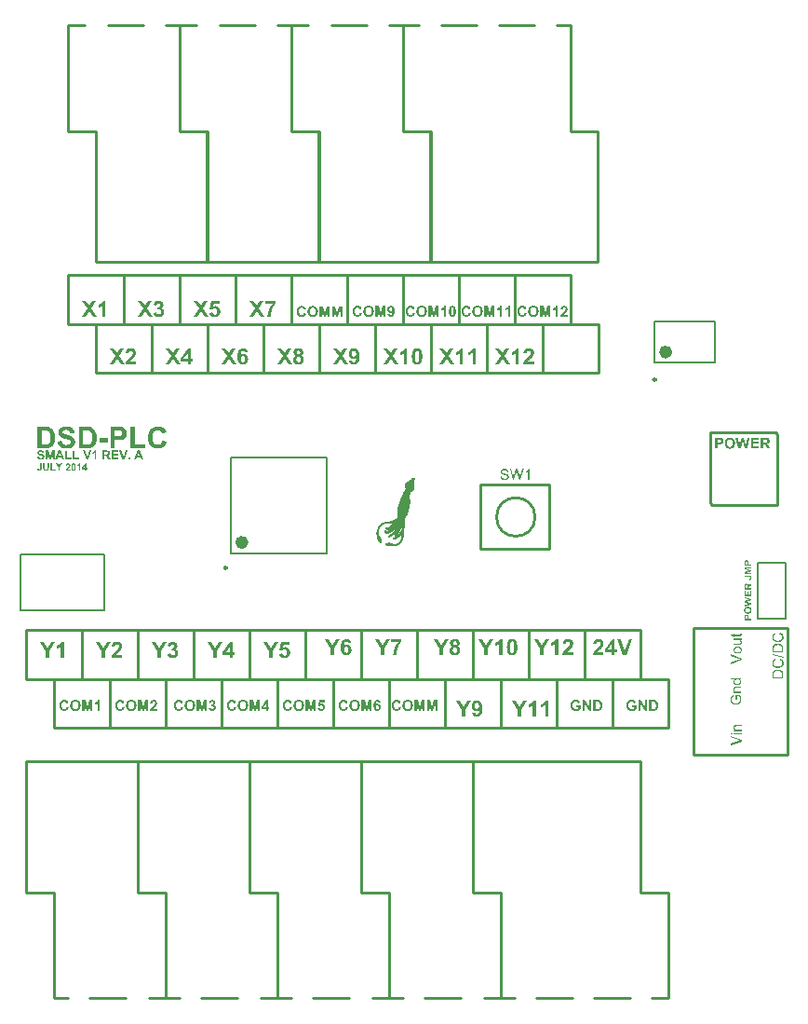
<source format=gto>
%FSLAX25Y25*%
%MOIN*%
G70*
G01*
G75*
G04 Layer_Color=65535*
%ADD10O,0.02362X0.08661*%
%ADD11O,0.06890X0.02165*%
%ADD12O,0.02165X0.06890*%
G04:AMPARAMS|DCode=13|XSize=83mil|YSize=55mil|CornerRadius=13.75mil|HoleSize=0mil|Usage=FLASHONLY|Rotation=0.000|XOffset=0mil|YOffset=0mil|HoleType=Round|Shape=RoundedRectangle|*
%AMROUNDEDRECTD13*
21,1,0.08300,0.02750,0,0,0.0*
21,1,0.05550,0.05500,0,0,0.0*
1,1,0.02750,0.02775,-0.01375*
1,1,0.02750,-0.02775,-0.01375*
1,1,0.02750,-0.02775,0.01375*
1,1,0.02750,0.02775,0.01375*
%
%ADD13ROUNDEDRECTD13*%
%ADD14R,0.03937X0.03937*%
%ADD15R,0.03937X0.03937*%
%ADD16C,0.01500*%
%ADD17C,0.02000*%
%ADD18C,0.03000*%
%ADD19C,0.04000*%
%ADD20C,0.07874*%
%ADD21R,0.05906X0.05906*%
%ADD22C,0.05906*%
%ADD23R,0.05906X0.05906*%
%ADD24C,0.11000*%
%ADD25C,0.12500*%
%ADD26C,0.09843*%
%ADD27C,0.12795*%
%ADD28C,0.06299*%
%ADD29C,0.05000*%
%ADD30O,0.06299X0.01969*%
%ADD31R,0.03937X0.09449*%
%ADD32R,0.12992X0.09449*%
%ADD33O,0.02165X0.05512*%
%ADD34R,0.03347X0.01575*%
%ADD35O,0.02362X0.08858*%
G04:AMPARAMS|DCode=36|XSize=82.68mil|YSize=62.99mil|CornerRadius=15.75mil|HoleSize=0mil|Usage=FLASHONLY|Rotation=90.000|XOffset=0mil|YOffset=0mil|HoleType=Round|Shape=RoundedRectangle|*
%AMROUNDEDRECTD36*
21,1,0.08268,0.03150,0,0,90.0*
21,1,0.05118,0.06299,0,0,90.0*
1,1,0.03150,0.01575,0.02559*
1,1,0.03150,0.01575,-0.02559*
1,1,0.03150,-0.01575,-0.02559*
1,1,0.03150,-0.01575,0.02559*
%
%ADD36ROUNDEDRECTD36*%
G04:AMPARAMS|DCode=37|XSize=70.87mil|YSize=74.8mil|CornerRadius=17.72mil|HoleSize=0mil|Usage=FLASHONLY|Rotation=90.000|XOffset=0mil|YOffset=0mil|HoleType=Round|Shape=RoundedRectangle|*
%AMROUNDEDRECTD37*
21,1,0.07087,0.03937,0,0,90.0*
21,1,0.03543,0.07480,0,0,90.0*
1,1,0.03543,0.01969,0.01772*
1,1,0.03543,0.01969,-0.01772*
1,1,0.03543,-0.01969,-0.01772*
1,1,0.03543,-0.01969,0.01772*
%
%ADD37ROUNDEDRECTD37*%
G04:AMPARAMS|DCode=38|XSize=15.75mil|YSize=53.15mil|CornerRadius=3.94mil|HoleSize=0mil|Usage=FLASHONLY|Rotation=90.000|XOffset=0mil|YOffset=0mil|HoleType=Round|Shape=RoundedRectangle|*
%AMROUNDEDRECTD38*
21,1,0.01575,0.04528,0,0,90.0*
21,1,0.00787,0.05315,0,0,90.0*
1,1,0.00787,0.02264,0.00394*
1,1,0.00787,0.02264,-0.00394*
1,1,0.00787,-0.02264,-0.00394*
1,1,0.00787,-0.02264,0.00394*
%
%ADD38ROUNDEDRECTD38*%
G04:AMPARAMS|DCode=39|XSize=74.8mil|YSize=74.8mil|CornerRadius=18.7mil|HoleSize=0mil|Usage=FLASHONLY|Rotation=90.000|XOffset=0mil|YOffset=0mil|HoleType=Round|Shape=RoundedRectangle|*
%AMROUNDEDRECTD39*
21,1,0.07480,0.03740,0,0,90.0*
21,1,0.03740,0.07480,0,0,90.0*
1,1,0.03740,0.01870,0.01870*
1,1,0.03740,0.01870,-0.01870*
1,1,0.03740,-0.01870,-0.01870*
1,1,0.03740,-0.01870,0.01870*
%
%ADD39ROUNDEDRECTD39*%
%ADD40R,0.04724X0.06693*%
%ADD41R,0.08071X0.09843*%
%ADD42R,0.06496X0.04724*%
%ADD43R,0.03937X0.03740*%
%ADD44R,0.03740X0.03937*%
%ADD45R,0.04724X0.07677*%
%ADD46C,0.01000*%
%ADD47C,0.05000*%
%ADD48C,0.03500*%
%ADD49C,0.02362*%
%ADD50C,0.00984*%
%ADD51C,0.00100*%
%ADD52C,0.00787*%
G36*
X436252Y224543D02*
X434465D01*
X434404Y224537D01*
X434332Y224532D01*
X434260Y224520D01*
X434193Y224504D01*
X434132Y224487D01*
X434126D01*
X434110Y224476D01*
X434082Y224460D01*
X434049Y224443D01*
X434015Y224415D01*
X433977Y224382D01*
X433938Y224337D01*
X433904Y224287D01*
X433899Y224282D01*
X433888Y224265D01*
X433877Y224232D01*
X433860Y224193D01*
X433843Y224149D01*
X433827Y224093D01*
X433821Y224027D01*
X433815Y223960D01*
Y223954D01*
Y223949D01*
Y223932D01*
X433821Y223910D01*
X433827Y223854D01*
X433838Y223782D01*
X433865Y223705D01*
X433899Y223616D01*
X433943Y223527D01*
X434010Y223444D01*
X434021Y223433D01*
X434049Y223411D01*
X434071Y223394D01*
X434099Y223377D01*
X434132Y223355D01*
X434171Y223338D01*
X434215Y223316D01*
X434271Y223294D01*
X434332Y223277D01*
X434398Y223261D01*
X434470Y223250D01*
X434548Y223238D01*
X434643Y223227D01*
X436252D01*
Y222756D01*
X433466D01*
Y223177D01*
X433865D01*
X433860Y223183D01*
X433843Y223194D01*
X433821Y223211D01*
X433793Y223233D01*
X433760Y223266D01*
X433721Y223305D01*
X433677Y223349D01*
X433632Y223405D01*
X433594Y223461D01*
X433549Y223527D01*
X433510Y223599D01*
X433477Y223677D01*
X433449Y223766D01*
X433427Y223854D01*
X433410Y223954D01*
X433405Y224060D01*
Y224065D01*
Y224071D01*
Y224104D01*
X433410Y224149D01*
X433416Y224210D01*
X433427Y224282D01*
X433444Y224360D01*
X433466Y224443D01*
X433499Y224520D01*
X433505Y224532D01*
X433516Y224554D01*
X433532Y224593D01*
X433560Y224637D01*
X433594Y224693D01*
X433638Y224743D01*
X433682Y224793D01*
X433738Y224837D01*
X433743Y224842D01*
X433766Y224853D01*
X433793Y224870D01*
X433832Y224898D01*
X433888Y224920D01*
X433943Y224942D01*
X434010Y224970D01*
X434082Y224987D01*
X434088D01*
X434110Y224992D01*
X434143Y224998D01*
X434187Y225003D01*
X434254D01*
X434332Y225009D01*
X434426Y225014D01*
X436252D01*
Y224543D01*
D02*
G37*
G36*
X449387Y244834D02*
X449431D01*
X449537Y244829D01*
X449659Y244812D01*
X449786Y244796D01*
X449919Y244768D01*
X450053Y244735D01*
X450058D01*
X450069Y244729D01*
X450086Y244723D01*
X450108Y244718D01*
X450169Y244696D01*
X450247Y244662D01*
X450336Y244629D01*
X450424Y244585D01*
X450519Y244529D01*
X450608Y244474D01*
X450619Y244468D01*
X450646Y244446D01*
X450685Y244413D01*
X450735Y244368D01*
X450791Y244318D01*
X450846Y244257D01*
X450907Y244196D01*
X450957Y244124D01*
X450963Y244113D01*
X450980Y244091D01*
X451002Y244052D01*
X451029Y243996D01*
X451063Y243930D01*
X451090Y243852D01*
X451124Y243763D01*
X451152Y243663D01*
Y243658D01*
Y243652D01*
X451157Y243636D01*
X451163Y243619D01*
X451168Y243564D01*
X451179Y243486D01*
X451190Y243397D01*
X451201Y243291D01*
X451207Y243175D01*
X451213Y243047D01*
Y241665D01*
X447372D01*
Y242986D01*
Y242992D01*
Y243008D01*
Y243031D01*
Y243058D01*
Y243097D01*
Y243142D01*
X447377Y243242D01*
X447383Y243353D01*
X447394Y243463D01*
X447411Y243575D01*
X447428Y243669D01*
Y243674D01*
X447433Y243686D01*
Y243702D01*
X447444Y243724D01*
X447461Y243785D01*
X447489Y243863D01*
X447527Y243952D01*
X447577Y244046D01*
X447633Y244141D01*
X447705Y244229D01*
X447711Y244235D01*
X447716Y244240D01*
X447733Y244257D01*
X447749Y244279D01*
X447805Y244335D01*
X447883Y244402D01*
X447977Y244474D01*
X448088Y244551D01*
X448216Y244623D01*
X448360Y244685D01*
X448365D01*
X448377Y244690D01*
X448399Y244701D01*
X448432Y244707D01*
X448471Y244723D01*
X448515Y244735D01*
X448565Y244746D01*
X448626Y244762D01*
X448687Y244779D01*
X448760Y244790D01*
X448915Y244818D01*
X449087Y244834D01*
X449276Y244840D01*
X449348D01*
X449387Y244834D01*
D02*
G37*
G36*
X450025Y248780D02*
X450058Y248769D01*
X450103Y248753D01*
X450152Y248736D01*
X450214Y248714D01*
X450280Y248686D01*
X450352Y248653D01*
X450508Y248575D01*
X450663Y248475D01*
X450741Y248414D01*
X450818Y248353D01*
X450885Y248287D01*
X450952Y248209D01*
X450957Y248203D01*
X450968Y248192D01*
X450980Y248164D01*
X451002Y248137D01*
X451029Y248092D01*
X451057Y248048D01*
X451085Y247987D01*
X451113Y247926D01*
X451146Y247854D01*
X451174Y247776D01*
X451201Y247693D01*
X451229Y247604D01*
X451252Y247510D01*
X451263Y247410D01*
X451274Y247304D01*
X451279Y247193D01*
Y247188D01*
Y247165D01*
Y247132D01*
X451274Y247088D01*
Y247038D01*
X451268Y246977D01*
X451257Y246910D01*
X451246Y246832D01*
X451218Y246672D01*
X451174Y246505D01*
X451113Y246339D01*
X451074Y246261D01*
X451029Y246183D01*
X451024Y246178D01*
X451018Y246166D01*
X451002Y246144D01*
X450980Y246122D01*
X450957Y246089D01*
X450924Y246050D01*
X450885Y246006D01*
X450841Y245961D01*
X450791Y245917D01*
X450741Y245867D01*
X450613Y245767D01*
X450463Y245672D01*
X450297Y245589D01*
X450291D01*
X450275Y245578D01*
X450247Y245573D01*
X450214Y245556D01*
X450169Y245545D01*
X450114Y245528D01*
X450053Y245506D01*
X449986Y245489D01*
X449914Y245473D01*
X449831Y245450D01*
X449659Y245423D01*
X449464Y245401D01*
X449264Y245389D01*
X449203D01*
X449165Y245395D01*
X449109D01*
X449054Y245401D01*
X448982Y245406D01*
X448909Y245417D01*
X448748Y245445D01*
X448571Y245484D01*
X448393Y245539D01*
X448221Y245617D01*
X448216Y245622D01*
X448199Y245628D01*
X448177Y245639D01*
X448149Y245661D01*
X448110Y245684D01*
X448066Y245711D01*
X447966Y245783D01*
X447855Y245878D01*
X447744Y245989D01*
X447633Y246116D01*
X447539Y246266D01*
X447533Y246272D01*
X447527Y246288D01*
X447516Y246311D01*
X447500Y246339D01*
X447483Y246383D01*
X447466Y246427D01*
X447444Y246483D01*
X447422Y246544D01*
X447400Y246610D01*
X447377Y246683D01*
X447344Y246838D01*
X447317Y247016D01*
X447305Y247199D01*
Y247204D01*
Y247227D01*
Y247254D01*
X447311Y247293D01*
X447317Y247343D01*
X447322Y247404D01*
X447328Y247465D01*
X447344Y247537D01*
X447377Y247687D01*
X447428Y247854D01*
X447461Y247937D01*
X447500Y248015D01*
X447550Y248092D01*
X447600Y248170D01*
X447605Y248176D01*
X447611Y248187D01*
X447627Y248209D01*
X447655Y248236D01*
X447683Y248264D01*
X447722Y248303D01*
X447766Y248342D01*
X447811Y248386D01*
X447866Y248431D01*
X447932Y248475D01*
X447999Y248525D01*
X448071Y248569D01*
X448155Y248608D01*
X448238Y248653D01*
X448327Y248686D01*
X448426Y248719D01*
X448543Y248220D01*
X448537D01*
X448526Y248214D01*
X448504Y248203D01*
X448477Y248192D01*
X448443Y248181D01*
X448399Y248164D01*
X448310Y248120D01*
X448210Y248064D01*
X448110Y247998D01*
X448016Y247915D01*
X447932Y247826D01*
X447922Y247815D01*
X447899Y247781D01*
X447871Y247726D01*
X447833Y247654D01*
X447799Y247559D01*
X447766Y247454D01*
X447744Y247326D01*
X447738Y247188D01*
Y247182D01*
Y247165D01*
Y247143D01*
X447744Y247115D01*
Y247077D01*
X447749Y247032D01*
X447766Y246927D01*
X447788Y246810D01*
X447827Y246688D01*
X447883Y246560D01*
X447955Y246444D01*
Y246438D01*
X447966Y246433D01*
X447994Y246394D01*
X448038Y246344D01*
X448105Y246283D01*
X448188Y246211D01*
X448282Y246144D01*
X448399Y246083D01*
X448526Y246028D01*
X448532D01*
X448543Y246022D01*
X448560Y246017D01*
X448587Y246011D01*
X448621Y246000D01*
X448660Y245989D01*
X448754Y245972D01*
X448865Y245950D01*
X448987Y245928D01*
X449120Y245917D01*
X449264Y245911D01*
X449348D01*
X449387Y245917D01*
X449437D01*
X449492Y245922D01*
X449553Y245928D01*
X449686Y245944D01*
X449831Y245972D01*
X449975Y246006D01*
X450119Y246050D01*
X450125D01*
X450136Y246055D01*
X450152Y246066D01*
X450180Y246078D01*
X450247Y246111D01*
X450325Y246161D01*
X450413Y246222D01*
X450508Y246300D01*
X450591Y246388D01*
X450669Y246494D01*
Y246499D01*
X450674Y246511D01*
X450685Y246527D01*
X450697Y246549D01*
X450707Y246577D01*
X450724Y246610D01*
X450758Y246688D01*
X450791Y246788D01*
X450818Y246899D01*
X450841Y247021D01*
X450846Y247149D01*
Y247154D01*
Y247165D01*
Y247188D01*
X450841Y247221D01*
Y247260D01*
X450835Y247299D01*
X450813Y247398D01*
X450785Y247515D01*
X450741Y247632D01*
X450680Y247754D01*
X450646Y247815D01*
X450602Y247870D01*
X450597Y247876D01*
X450591Y247881D01*
X450574Y247898D01*
X450558Y247920D01*
X450530Y247942D01*
X450497Y247970D01*
X450463Y248004D01*
X450419Y248031D01*
X450369Y248064D01*
X450314Y248103D01*
X450258Y248137D01*
X450191Y248170D01*
X450119Y248198D01*
X450042Y248225D01*
X449958Y248253D01*
X449869Y248275D01*
X449997Y248786D01*
X450003D01*
X450025Y248780D01*
D02*
G37*
G36*
X436252Y219664D02*
Y219131D01*
X432411Y217644D01*
Y218199D01*
X435203Y219198D01*
X435209D01*
X435220Y219204D01*
X435236Y219209D01*
X435258Y219220D01*
X435292Y219226D01*
X435325Y219237D01*
X435408Y219265D01*
X435503Y219298D01*
X435608Y219331D01*
X435830Y219398D01*
X435825D01*
X435814Y219403D01*
X435797Y219409D01*
X435775Y219414D01*
X435714Y219431D01*
X435630Y219459D01*
X435536Y219487D01*
X435431Y219520D01*
X435320Y219559D01*
X435203Y219603D01*
X432411Y220647D01*
Y221163D01*
X436252Y219664D01*
D02*
G37*
G36*
X432950Y221562D02*
X432411D01*
Y222034D01*
X432950D01*
Y221562D01*
D02*
G37*
G36*
X436252D02*
X433466D01*
Y222034D01*
X436252D01*
Y221562D01*
D02*
G37*
G36*
X385182Y255789D02*
X385257Y255781D01*
X385341Y255773D01*
X385432Y255756D01*
X385532Y255739D01*
X385749Y255681D01*
X385965Y255598D01*
X386082Y255548D01*
X386182Y255489D01*
X386290Y255415D01*
X386382Y255331D01*
X386390Y255323D01*
X386407Y255314D01*
X386424Y255281D01*
X386457Y255248D01*
X386499Y255206D01*
X386540Y255148D01*
X386582Y255090D01*
X386632Y255015D01*
X386715Y254848D01*
X386799Y254657D01*
X386832Y254548D01*
X386848Y254432D01*
X386865Y254307D01*
X386874Y254182D01*
Y254165D01*
Y254115D01*
X386865Y254040D01*
X386857Y253948D01*
X386840Y253832D01*
X386815Y253707D01*
X386782Y253574D01*
X386732Y253440D01*
X386723Y253424D01*
X386707Y253382D01*
X386673Y253307D01*
X386624Y253215D01*
X386565Y253107D01*
X386490Y252982D01*
X386399Y252849D01*
X386290Y252707D01*
X386282Y252699D01*
X386249Y252657D01*
X386199Y252599D01*
X386124Y252516D01*
X386024Y252416D01*
X385899Y252282D01*
X385749Y252141D01*
X385566Y251966D01*
X385557Y251958D01*
X385541Y251949D01*
X385516Y251924D01*
X385482Y251891D01*
X385391Y251808D01*
X385282Y251708D01*
X385174Y251599D01*
X385066Y251491D01*
X384966Y251399D01*
X384933Y251358D01*
X384899Y251325D01*
X384891Y251316D01*
X384874Y251300D01*
X384849Y251266D01*
X384816Y251224D01*
X384741Y251133D01*
X384674Y251025D01*
X386874D01*
Y250000D01*
X383000D01*
Y250008D01*
Y250025D01*
X383008Y250058D01*
X383017Y250100D01*
X383025Y250150D01*
X383033Y250208D01*
X383067Y250358D01*
X383117Y250525D01*
X383183Y250708D01*
X383267Y250908D01*
X383375Y251100D01*
Y251108D01*
X383391Y251125D01*
X383408Y251158D01*
X383441Y251191D01*
X383475Y251250D01*
X383525Y251308D01*
X383583Y251383D01*
X383650Y251466D01*
X383725Y251566D01*
X383816Y251666D01*
X383916Y251783D01*
X384033Y251908D01*
X384158Y252032D01*
X384299Y252174D01*
X384449Y252324D01*
X384616Y252482D01*
X384624Y252491D01*
X384649Y252516D01*
X384683Y252549D01*
X384733Y252599D01*
X384799Y252649D01*
X384866Y252716D01*
X385016Y252866D01*
X385166Y253024D01*
X385316Y253182D01*
X385382Y253249D01*
X385449Y253324D01*
X385499Y253382D01*
X385532Y253432D01*
X385541Y253449D01*
X385566Y253490D01*
X385607Y253557D01*
X385649Y253648D01*
X385691Y253748D01*
X385732Y253865D01*
X385757Y253982D01*
X385766Y254107D01*
Y254115D01*
Y254123D01*
Y254165D01*
X385757Y254240D01*
X385741Y254323D01*
X385716Y254415D01*
X385682Y254506D01*
X385632Y254598D01*
X385566Y254681D01*
X385557Y254690D01*
X385532Y254715D01*
X385482Y254748D01*
X385424Y254781D01*
X385341Y254815D01*
X385249Y254848D01*
X385141Y254873D01*
X385016Y254881D01*
X384958D01*
X384891Y254873D01*
X384816Y254856D01*
X384724Y254831D01*
X384633Y254790D01*
X384541Y254740D01*
X384458Y254673D01*
X384449Y254665D01*
X384424Y254631D01*
X384391Y254581D01*
X384358Y254506D01*
X384316Y254415D01*
X384283Y254290D01*
X384249Y254148D01*
X384233Y253982D01*
X383133Y254090D01*
Y254098D01*
X383142Y254132D01*
Y254173D01*
X383158Y254240D01*
X383167Y254315D01*
X383192Y254398D01*
X383217Y254490D01*
X383242Y254598D01*
X383325Y254806D01*
X383425Y255023D01*
X383491Y255131D01*
X383566Y255231D01*
X383650Y255314D01*
X383741Y255398D01*
X383750Y255406D01*
X383766Y255415D01*
X383791Y255431D01*
X383833Y255465D01*
X383883Y255489D01*
X383950Y255523D01*
X384016Y255564D01*
X384100Y255598D01*
X384191Y255639D01*
X384291Y255673D01*
X384508Y255739D01*
X384766Y255781D01*
X384899Y255789D01*
X385041Y255798D01*
X385124D01*
X385182Y255789D01*
D02*
G37*
G36*
X390863Y252124D02*
X391580D01*
Y251158D01*
X390863D01*
Y250000D01*
X389797D01*
Y251158D01*
X387432D01*
Y252116D01*
X389931Y255789D01*
X390863D01*
Y252124D01*
D02*
G37*
G36*
X395087Y250000D02*
X393829D01*
X391763Y255764D01*
X393021D01*
X394487Y251499D01*
X395895Y255764D01*
X397136D01*
X395087Y250000D01*
D02*
G37*
G36*
X451279Y249374D02*
Y248997D01*
X447305Y250112D01*
Y250490D01*
X451279Y249374D01*
D02*
G37*
G36*
X449387Y254075D02*
X449431D01*
X449537Y254070D01*
X449659Y254053D01*
X449786Y254036D01*
X449919Y254009D01*
X450053Y253975D01*
X450058D01*
X450069Y253970D01*
X450086Y253964D01*
X450108Y253959D01*
X450169Y253936D01*
X450247Y253903D01*
X450336Y253870D01*
X450424Y253825D01*
X450519Y253770D01*
X450608Y253714D01*
X450619Y253709D01*
X450646Y253687D01*
X450685Y253653D01*
X450735Y253609D01*
X450791Y253559D01*
X450846Y253498D01*
X450907Y253437D01*
X450957Y253365D01*
X450963Y253354D01*
X450980Y253331D01*
X451002Y253293D01*
X451029Y253237D01*
X451063Y253170D01*
X451090Y253093D01*
X451124Y253004D01*
X451152Y252904D01*
Y252899D01*
Y252893D01*
X451157Y252876D01*
X451163Y252860D01*
X451168Y252804D01*
X451179Y252727D01*
X451190Y252638D01*
X451201Y252532D01*
X451207Y252416D01*
X451213Y252288D01*
Y250906D01*
X447372D01*
Y252227D01*
Y252233D01*
Y252249D01*
Y252271D01*
Y252299D01*
Y252338D01*
Y252382D01*
X447377Y252482D01*
X447383Y252593D01*
X447394Y252704D01*
X447411Y252815D01*
X447428Y252910D01*
Y252915D01*
X447433Y252926D01*
Y252943D01*
X447444Y252965D01*
X447461Y253026D01*
X447489Y253104D01*
X447527Y253193D01*
X447577Y253287D01*
X447633Y253381D01*
X447705Y253470D01*
X447711Y253476D01*
X447716Y253481D01*
X447733Y253498D01*
X447749Y253520D01*
X447805Y253576D01*
X447883Y253642D01*
X447977Y253714D01*
X448088Y253792D01*
X448216Y253864D01*
X448360Y253925D01*
X448365D01*
X448377Y253931D01*
X448399Y253942D01*
X448432Y253947D01*
X448471Y253964D01*
X448515Y253975D01*
X448565Y253986D01*
X448626Y254003D01*
X448687Y254020D01*
X448760Y254031D01*
X448915Y254059D01*
X449087Y254075D01*
X449276Y254081D01*
X449348D01*
X449387Y254075D01*
D02*
G37*
G36*
X450025Y258021D02*
X450058Y258010D01*
X450103Y257993D01*
X450152Y257977D01*
X450214Y257955D01*
X450280Y257927D01*
X450352Y257894D01*
X450508Y257816D01*
X450663Y257716D01*
X450741Y257655D01*
X450818Y257594D01*
X450885Y257527D01*
X450952Y257450D01*
X450957Y257444D01*
X450968Y257433D01*
X450980Y257405D01*
X451002Y257377D01*
X451029Y257333D01*
X451057Y257289D01*
X451085Y257228D01*
X451113Y257167D01*
X451146Y257094D01*
X451174Y257017D01*
X451201Y256933D01*
X451229Y256845D01*
X451252Y256750D01*
X451263Y256650D01*
X451274Y256545D01*
X451279Y256434D01*
Y256428D01*
Y256406D01*
Y256373D01*
X451274Y256329D01*
Y256278D01*
X451268Y256218D01*
X451257Y256151D01*
X451246Y256073D01*
X451218Y255912D01*
X451174Y255746D01*
X451113Y255579D01*
X451074Y255502D01*
X451029Y255424D01*
X451024Y255418D01*
X451018Y255407D01*
X451002Y255385D01*
X450980Y255363D01*
X450957Y255329D01*
X450924Y255291D01*
X450885Y255246D01*
X450841Y255202D01*
X450791Y255157D01*
X450741Y255107D01*
X450613Y255008D01*
X450463Y254913D01*
X450297Y254830D01*
X450291D01*
X450275Y254819D01*
X450247Y254813D01*
X450214Y254797D01*
X450169Y254786D01*
X450114Y254769D01*
X450053Y254747D01*
X449986Y254730D01*
X449914Y254713D01*
X449831Y254691D01*
X449659Y254663D01*
X449464Y254641D01*
X449264Y254630D01*
X449203D01*
X449165Y254636D01*
X449109D01*
X449054Y254641D01*
X448982Y254647D01*
X448909Y254658D01*
X448748Y254686D01*
X448571Y254725D01*
X448393Y254780D01*
X448221Y254858D01*
X448216Y254863D01*
X448199Y254869D01*
X448177Y254880D01*
X448149Y254902D01*
X448110Y254924D01*
X448066Y254952D01*
X447966Y255024D01*
X447855Y255119D01*
X447744Y255230D01*
X447633Y255357D01*
X447539Y255507D01*
X447533Y255513D01*
X447527Y255529D01*
X447516Y255552D01*
X447500Y255579D01*
X447483Y255624D01*
X447466Y255668D01*
X447444Y255724D01*
X447422Y255785D01*
X447400Y255851D01*
X447377Y255923D01*
X447344Y256079D01*
X447317Y256256D01*
X447305Y256439D01*
Y256445D01*
Y256467D01*
Y256495D01*
X447311Y256534D01*
X447317Y256584D01*
X447322Y256645D01*
X447328Y256706D01*
X447344Y256778D01*
X447377Y256928D01*
X447428Y257094D01*
X447461Y257178D01*
X447500Y257255D01*
X447550Y257333D01*
X447600Y257411D01*
X447605Y257416D01*
X447611Y257427D01*
X447627Y257450D01*
X447655Y257477D01*
X447683Y257505D01*
X447722Y257544D01*
X447766Y257583D01*
X447811Y257627D01*
X447866Y257671D01*
X447932Y257716D01*
X447999Y257766D01*
X448071Y257810D01*
X448155Y257849D01*
X448238Y257894D01*
X448327Y257927D01*
X448426Y257960D01*
X448543Y257461D01*
X448537D01*
X448526Y257455D01*
X448504Y257444D01*
X448477Y257433D01*
X448443Y257422D01*
X448399Y257405D01*
X448310Y257361D01*
X448210Y257305D01*
X448110Y257239D01*
X448016Y257155D01*
X447932Y257067D01*
X447922Y257055D01*
X447899Y257022D01*
X447871Y256967D01*
X447833Y256894D01*
X447799Y256800D01*
X447766Y256695D01*
X447744Y256567D01*
X447738Y256428D01*
Y256423D01*
Y256406D01*
Y256384D01*
X447744Y256356D01*
Y256317D01*
X447749Y256273D01*
X447766Y256168D01*
X447788Y256051D01*
X447827Y255929D01*
X447883Y255801D01*
X447955Y255685D01*
Y255679D01*
X447966Y255674D01*
X447994Y255635D01*
X448038Y255585D01*
X448105Y255524D01*
X448188Y255451D01*
X448282Y255385D01*
X448399Y255324D01*
X448526Y255268D01*
X448532D01*
X448543Y255263D01*
X448560Y255257D01*
X448587Y255252D01*
X448621Y255241D01*
X448660Y255230D01*
X448754Y255213D01*
X448865Y255191D01*
X448987Y255169D01*
X449120Y255157D01*
X449264Y255152D01*
X449348D01*
X449387Y255157D01*
X449437D01*
X449492Y255163D01*
X449553Y255169D01*
X449686Y255185D01*
X449831Y255213D01*
X449975Y255246D01*
X450119Y255291D01*
X450125D01*
X450136Y255296D01*
X450152Y255307D01*
X450180Y255318D01*
X450247Y255352D01*
X450325Y255402D01*
X450413Y255463D01*
X450508Y255540D01*
X450591Y255629D01*
X450669Y255735D01*
Y255740D01*
X450674Y255751D01*
X450685Y255768D01*
X450697Y255790D01*
X450707Y255818D01*
X450724Y255851D01*
X450758Y255929D01*
X450791Y256029D01*
X450818Y256140D01*
X450841Y256262D01*
X450846Y256389D01*
Y256395D01*
Y256406D01*
Y256428D01*
X450841Y256462D01*
Y256501D01*
X450835Y256539D01*
X450813Y256639D01*
X450785Y256756D01*
X450741Y256872D01*
X450680Y256995D01*
X450646Y257055D01*
X450602Y257111D01*
X450597Y257117D01*
X450591Y257122D01*
X450574Y257139D01*
X450558Y257161D01*
X450530Y257183D01*
X450497Y257211D01*
X450463Y257244D01*
X450419Y257272D01*
X450369Y257305D01*
X450314Y257344D01*
X450258Y257377D01*
X450191Y257411D01*
X450119Y257438D01*
X450042Y257466D01*
X449958Y257494D01*
X449869Y257516D01*
X449997Y258027D01*
X450003D01*
X450025Y258021D01*
D02*
G37*
G36*
X217755Y359789D02*
X217830Y359781D01*
X217914Y359773D01*
X218005Y359756D01*
X218105Y359739D01*
X218322Y359681D01*
X218538Y359598D01*
X218655Y359548D01*
X218755Y359489D01*
X218863Y359415D01*
X218955Y359331D01*
X218963Y359323D01*
X218980Y359314D01*
X218996Y359281D01*
X219030Y359248D01*
X219071Y359206D01*
X219113Y359148D01*
X219155Y359090D01*
X219205Y359015D01*
X219288Y358848D01*
X219371Y358657D01*
X219405Y358548D01*
X219421Y358432D01*
X219438Y358307D01*
X219446Y358182D01*
Y358165D01*
Y358115D01*
X219438Y358040D01*
X219430Y357948D01*
X219413Y357832D01*
X219388Y357707D01*
X219355Y357574D01*
X219305Y357440D01*
X219296Y357424D01*
X219280Y357382D01*
X219246Y357307D01*
X219196Y357215D01*
X219138Y357107D01*
X219063Y356982D01*
X218971Y356849D01*
X218863Y356707D01*
X218855Y356699D01*
X218822Y356657D01*
X218772Y356599D01*
X218696Y356516D01*
X218597Y356416D01*
X218472Y356282D01*
X218322Y356141D01*
X218138Y355966D01*
X218130Y355958D01*
X218113Y355949D01*
X218088Y355924D01*
X218055Y355891D01*
X217964Y355808D01*
X217855Y355708D01*
X217747Y355599D01*
X217639Y355491D01*
X217539Y355399D01*
X217505Y355358D01*
X217472Y355325D01*
X217464Y355316D01*
X217447Y355299D01*
X217422Y355266D01*
X217389Y355224D01*
X217314Y355133D01*
X217247Y355025D01*
X219446D01*
Y354000D01*
X215573D01*
Y354008D01*
Y354025D01*
X215581Y354058D01*
X215589Y354100D01*
X215598Y354150D01*
X215606Y354208D01*
X215639Y354358D01*
X215689Y354525D01*
X215756Y354708D01*
X215839Y354908D01*
X215948Y355100D01*
Y355108D01*
X215964Y355124D01*
X215981Y355158D01*
X216014Y355191D01*
X216048Y355250D01*
X216098Y355308D01*
X216156Y355383D01*
X216223Y355466D01*
X216298Y355566D01*
X216389Y355666D01*
X216489Y355783D01*
X216606Y355908D01*
X216731Y356032D01*
X216872Y356174D01*
X217022Y356324D01*
X217189Y356482D01*
X217197Y356491D01*
X217222Y356516D01*
X217255Y356549D01*
X217305Y356599D01*
X217372Y356649D01*
X217439Y356716D01*
X217589Y356866D01*
X217739Y357024D01*
X217888Y357182D01*
X217955Y357249D01*
X218022Y357324D01*
X218072Y357382D01*
X218105Y357432D01*
X218113Y357449D01*
X218138Y357490D01*
X218180Y357557D01*
X218222Y357648D01*
X218263Y357749D01*
X218305Y357865D01*
X218330Y357982D01*
X218338Y358107D01*
Y358115D01*
Y358123D01*
Y358165D01*
X218330Y358240D01*
X218313Y358323D01*
X218288Y358415D01*
X218255Y358506D01*
X218205Y358598D01*
X218138Y358682D01*
X218130Y358690D01*
X218105Y358715D01*
X218055Y358748D01*
X217997Y358781D01*
X217914Y358815D01*
X217822Y358848D01*
X217714Y358873D01*
X217589Y358881D01*
X217530D01*
X217464Y358873D01*
X217389Y358856D01*
X217297Y358831D01*
X217206Y358790D01*
X217114Y358740D01*
X217031Y358673D01*
X217022Y358665D01*
X216997Y358631D01*
X216964Y358581D01*
X216931Y358506D01*
X216889Y358415D01*
X216856Y358290D01*
X216822Y358148D01*
X216806Y357982D01*
X215706Y358090D01*
Y358098D01*
X215714Y358132D01*
Y358173D01*
X215731Y358240D01*
X215739Y358315D01*
X215764Y358398D01*
X215789Y358490D01*
X215814Y358598D01*
X215898Y358806D01*
X215998Y359023D01*
X216064Y359131D01*
X216139Y359231D01*
X216223Y359314D01*
X216314Y359398D01*
X216322Y359406D01*
X216339Y359415D01*
X216364Y359431D01*
X216406Y359465D01*
X216456Y359489D01*
X216522Y359523D01*
X216589Y359564D01*
X216672Y359598D01*
X216764Y359639D01*
X216864Y359673D01*
X217080Y359739D01*
X217339Y359781D01*
X217472Y359789D01*
X217614Y359798D01*
X217697D01*
X217755Y359789D01*
D02*
G37*
G36*
X213374Y356999D02*
X215356Y354000D01*
X213957D01*
X212682Y355949D01*
X211399Y354000D01*
X210000D01*
X211991Y356999D01*
X210183Y359764D01*
X211541D01*
X212682Y358040D01*
X213824Y359764D01*
X215181D01*
X213374Y356999D01*
D02*
G37*
G36*
X435626Y235769D02*
X435632Y235757D01*
X435648Y235735D01*
X435671Y235707D01*
X435693Y235674D01*
X435721Y235635D01*
X435754Y235585D01*
X435787Y235535D01*
X435859Y235419D01*
X435937Y235286D01*
X436009Y235147D01*
X436070Y234997D01*
Y234992D01*
X436076Y234980D01*
X436081Y234958D01*
X436093Y234930D01*
X436104Y234892D01*
X436120Y234847D01*
X436131Y234797D01*
X436142Y234747D01*
X436170Y234625D01*
X436198Y234487D01*
X436215Y234337D01*
X436220Y234181D01*
Y234176D01*
Y234154D01*
Y234126D01*
X436215Y234087D01*
Y234037D01*
X436209Y233976D01*
X436198Y233909D01*
X436192Y233837D01*
X436159Y233676D01*
X436120Y233504D01*
X436059Y233327D01*
X436026Y233238D01*
X435982Y233149D01*
X435976Y233143D01*
X435970Y233127D01*
X435954Y233104D01*
X435937Y233071D01*
X435909Y233032D01*
X435882Y232994D01*
X435804Y232888D01*
X435704Y232777D01*
X435582Y232661D01*
X435443Y232550D01*
X435282Y232450D01*
X435277D01*
X435260Y232438D01*
X435238Y232427D01*
X435199Y232411D01*
X435160Y232394D01*
X435105Y232378D01*
X435049Y232355D01*
X434982Y232333D01*
X434910Y232311D01*
X434827Y232289D01*
X434744Y232272D01*
X434655Y232255D01*
X434461Y232228D01*
X434255Y232217D01*
X434200D01*
X434161Y232222D01*
X434111D01*
X434050Y232228D01*
X433989Y232239D01*
X433917Y232244D01*
X433839Y232261D01*
X433756Y232272D01*
X433578Y232316D01*
X433395Y232372D01*
X433212Y232450D01*
X433207Y232455D01*
X433190Y232461D01*
X433168Y232472D01*
X433134Y232494D01*
X433090Y232516D01*
X433045Y232544D01*
X432940Y232622D01*
X432818Y232716D01*
X432701Y232833D01*
X432585Y232966D01*
X432535Y233044D01*
X432485Y233121D01*
X432479Y233127D01*
X432474Y233143D01*
X432463Y233166D01*
X432446Y233199D01*
X432430Y233243D01*
X432407Y233293D01*
X432385Y233349D01*
X432363Y233415D01*
X432341Y233488D01*
X432324Y233565D01*
X432302Y233648D01*
X432285Y233737D01*
X432257Y233931D01*
X432246Y234031D01*
Y234137D01*
Y234142D01*
Y234154D01*
Y234176D01*
Y234209D01*
X432252Y234242D01*
Y234287D01*
X432263Y234392D01*
X432280Y234509D01*
X432307Y234631D01*
X432341Y234764D01*
X432385Y234892D01*
Y234897D01*
X432391Y234908D01*
X432396Y234925D01*
X432407Y234947D01*
X432441Y235008D01*
X432479Y235086D01*
X432535Y235169D01*
X432601Y235258D01*
X432674Y235341D01*
X432762Y235419D01*
X432774Y235430D01*
X432807Y235452D01*
X432857Y235486D01*
X432929Y235530D01*
X433018Y235574D01*
X433129Y235624D01*
X433251Y235674D01*
X433390Y235713D01*
X433512Y235252D01*
X433506D01*
X433501Y235247D01*
X433484Y235241D01*
X433462Y235236D01*
X433412Y235219D01*
X433345Y235197D01*
X433267Y235164D01*
X433195Y235125D01*
X433118Y235086D01*
X433051Y235036D01*
X433045Y235030D01*
X433023Y235014D01*
X432996Y234980D01*
X432957Y234942D01*
X432912Y234892D01*
X432868Y234825D01*
X432824Y234753D01*
X432785Y234670D01*
X432779Y234659D01*
X432768Y234631D01*
X432751Y234581D01*
X432729Y234514D01*
X432713Y234436D01*
X432696Y234348D01*
X432685Y234248D01*
X432679Y234142D01*
Y234137D01*
Y234126D01*
Y234109D01*
Y234081D01*
X432685Y234054D01*
Y234020D01*
X432690Y233937D01*
X432707Y233843D01*
X432724Y233737D01*
X432751Y233637D01*
X432790Y233537D01*
X432796Y233526D01*
X432807Y233493D01*
X432835Y233449D01*
X432862Y233393D01*
X432907Y233327D01*
X432951Y233254D01*
X433007Y233188D01*
X433068Y233127D01*
X433073Y233121D01*
X433096Y233099D01*
X433134Y233071D01*
X433179Y233038D01*
X433234Y232999D01*
X433301Y232960D01*
X433373Y232921D01*
X433451Y232882D01*
X433456D01*
X433467Y232877D01*
X433484Y232871D01*
X433512Y232860D01*
X433545Y232849D01*
X433584Y232838D01*
X433628Y232821D01*
X433678Y232810D01*
X433795Y232783D01*
X433928Y232760D01*
X434067Y232744D01*
X434222Y232738D01*
X434272D01*
X434305Y232744D01*
X434350D01*
X434405Y232749D01*
X434461Y232755D01*
X434522Y232760D01*
X434661Y232783D01*
X434805Y232810D01*
X434949Y232855D01*
X435088Y232910D01*
X435093D01*
X435105Y232921D01*
X435121Y232927D01*
X435143Y232944D01*
X435205Y232982D01*
X435282Y233044D01*
X435365Y233116D01*
X435449Y233204D01*
X435526Y233310D01*
X435599Y233426D01*
Y233432D01*
X435604Y233443D01*
X435615Y233460D01*
X435626Y233488D01*
X435637Y233515D01*
X435648Y233554D01*
X435682Y233643D01*
X435709Y233754D01*
X435737Y233876D01*
X435759Y234009D01*
X435765Y234148D01*
Y234154D01*
Y234165D01*
Y234181D01*
Y234203D01*
X435759Y234237D01*
Y234270D01*
X435748Y234353D01*
X435737Y234453D01*
X435715Y234559D01*
X435682Y234675D01*
X435643Y234792D01*
Y234797D01*
X435637Y234808D01*
X435632Y234820D01*
X435621Y234842D01*
X435593Y234903D01*
X435560Y234969D01*
X435521Y235047D01*
X435476Y235130D01*
X435427Y235208D01*
X435371Y235275D01*
X434650D01*
Y234142D01*
X434194D01*
Y235774D01*
X435621D01*
X435626Y235769D01*
D02*
G37*
G36*
X233374Y356999D02*
X235356Y354000D01*
X233957D01*
X232682Y355949D01*
X231399Y354000D01*
X230000D01*
X231991Y356999D01*
X230183Y359764D01*
X231541D01*
X232682Y358040D01*
X233823Y359764D01*
X235181D01*
X233374Y356999D01*
D02*
G37*
G36*
X227664Y376789D02*
X227739Y376781D01*
X227814Y376773D01*
X227905Y376756D01*
X227997Y376731D01*
X228205Y376673D01*
X228313Y376631D01*
X228430Y376573D01*
X228538Y376515D01*
X228638Y376448D01*
X228747Y376364D01*
X228838Y376273D01*
X228847Y376265D01*
X228855Y376256D01*
X228880Y376231D01*
X228905Y376198D01*
X228971Y376115D01*
X229046Y375998D01*
X229121Y375856D01*
X229180Y375690D01*
X229230Y375506D01*
X229238Y375415D01*
X229246Y375315D01*
Y375307D01*
Y375282D01*
X229238Y375240D01*
X229230Y375190D01*
X229221Y375123D01*
X229205Y375048D01*
X229180Y374965D01*
X229146Y374873D01*
X229096Y374782D01*
X229046Y374682D01*
X228980Y374582D01*
X228896Y374482D01*
X228797Y374382D01*
X228688Y374282D01*
X228563Y374190D01*
X228413Y374099D01*
X228422D01*
X228438Y374090D01*
X228463D01*
X228497Y374074D01*
X228588Y374049D01*
X228696Y373999D01*
X228821Y373932D01*
X228955Y373849D01*
X229088Y373741D01*
X229205Y373616D01*
X229221Y373599D01*
X229255Y373549D01*
X229296Y373474D01*
X229355Y373366D01*
X229413Y373241D01*
X229455Y373082D01*
X229488Y372916D01*
X229504Y372724D01*
Y372716D01*
Y372691D01*
Y372649D01*
X229496Y372599D01*
X229488Y372533D01*
X229471Y372458D01*
X229455Y372366D01*
X229438Y372274D01*
X229371Y372075D01*
X229321Y371966D01*
X229271Y371850D01*
X229205Y371741D01*
X229130Y371633D01*
X229046Y371525D01*
X228946Y371425D01*
X228938Y371416D01*
X228921Y371400D01*
X228888Y371375D01*
X228847Y371341D01*
X228788Y371300D01*
X228730Y371258D01*
X228646Y371208D01*
X228563Y371158D01*
X228472Y371108D01*
X228363Y371058D01*
X228247Y371017D01*
X228130Y370975D01*
X227997Y370942D01*
X227864Y370917D01*
X227714Y370900D01*
X227564Y370892D01*
X227489D01*
X227430Y370900D01*
X227364Y370908D01*
X227289Y370917D01*
X227205Y370933D01*
X227105Y370950D01*
X226906Y371000D01*
X226689Y371083D01*
X226572Y371133D01*
X226472Y371192D01*
X226364Y371267D01*
X226264Y371341D01*
X226256Y371350D01*
X226239Y371367D01*
X226214Y371392D01*
X226181Y371425D01*
X226139Y371466D01*
X226098Y371525D01*
X226048Y371583D01*
X225998Y371658D01*
X225948Y371741D01*
X225889Y371825D01*
X225798Y372025D01*
X225723Y372258D01*
X225689Y372383D01*
X225673Y372516D01*
X226739Y372649D01*
Y372641D01*
Y372633D01*
X226747Y372583D01*
X226764Y372508D01*
X226789Y372416D01*
X226831Y372316D01*
X226872Y372208D01*
X226939Y372108D01*
X227014Y372016D01*
X227022Y372008D01*
X227056Y371983D01*
X227105Y371950D01*
X227164Y371916D01*
X227247Y371875D01*
X227339Y371841D01*
X227439Y371816D01*
X227555Y371808D01*
X227572D01*
X227614Y371816D01*
X227672Y371825D01*
X227755Y371841D01*
X227847Y371875D01*
X227939Y371916D01*
X228039Y371983D01*
X228130Y372066D01*
X228138Y372075D01*
X228172Y372116D01*
X228205Y372175D01*
X228255Y372250D01*
X228297Y372350D01*
X228338Y372474D01*
X228363Y372616D01*
X228372Y372774D01*
Y372783D01*
Y372791D01*
Y372841D01*
X228363Y372916D01*
X228347Y373016D01*
X228313Y373124D01*
X228272Y373232D01*
X228213Y373341D01*
X228138Y373441D01*
X228130Y373449D01*
X228097Y373482D01*
X228047Y373524D01*
X227989Y373566D01*
X227905Y373616D01*
X227814Y373649D01*
X227714Y373682D01*
X227597Y373691D01*
X227514D01*
X227455Y373682D01*
X227380Y373674D01*
X227289Y373657D01*
X227197Y373632D01*
X227089Y373607D01*
X227205Y374499D01*
X227280D01*
X227364Y374507D01*
X227464Y374515D01*
X227572Y374540D01*
X227689Y374574D01*
X227797Y374623D01*
X227897Y374690D01*
X227905Y374698D01*
X227939Y374732D01*
X227972Y374774D01*
X228022Y374840D01*
X228063Y374915D01*
X228105Y375007D01*
X228130Y375115D01*
X228138Y375240D01*
Y375257D01*
Y375290D01*
X228130Y375340D01*
X228113Y375407D01*
X228097Y375482D01*
X228063Y375556D01*
X228022Y375640D01*
X227963Y375706D01*
X227955Y375715D01*
X227930Y375731D01*
X227897Y375765D01*
X227838Y375798D01*
X227772Y375823D01*
X227697Y375856D01*
X227597Y375873D01*
X227497Y375881D01*
X227447D01*
X227397Y375873D01*
X227330Y375856D01*
X227255Y375831D01*
X227172Y375798D01*
X227089Y375748D01*
X227014Y375681D01*
X227006Y375673D01*
X226980Y375648D01*
X226947Y375598D01*
X226906Y375532D01*
X226864Y375457D01*
X226831Y375357D01*
X226797Y375240D01*
X226772Y375107D01*
X225756Y375273D01*
Y375282D01*
X225764Y375298D01*
Y375323D01*
X225773Y375365D01*
X225798Y375457D01*
X225831Y375582D01*
X225881Y375715D01*
X225931Y375856D01*
X225998Y375990D01*
X226073Y376115D01*
X226081Y376131D01*
X226114Y376165D01*
X226164Y376223D01*
X226231Y376298D01*
X226314Y376373D01*
X226414Y376456D01*
X226539Y376539D01*
X226672Y376614D01*
X226681D01*
X226689Y376623D01*
X226739Y376639D01*
X226822Y376673D01*
X226922Y376706D01*
X227047Y376739D01*
X227197Y376773D01*
X227355Y376789D01*
X227530Y376798D01*
X227605D01*
X227664Y376789D01*
D02*
G37*
G36*
X223374Y373999D02*
X225356Y371000D01*
X223957D01*
X222682Y372949D01*
X221399Y371000D01*
X220000D01*
X221991Y373999D01*
X220183Y376764D01*
X221541D01*
X222682Y375040D01*
X223823Y376764D01*
X225181D01*
X223374Y373999D01*
D02*
G37*
G36*
X434953Y253122D02*
X435009Y253116D01*
X435064D01*
X435125Y253105D01*
X435264Y253088D01*
X435403Y253055D01*
X435542Y253016D01*
X435669Y252961D01*
X435675D01*
X435680Y252955D01*
X435697Y252944D01*
X435719Y252933D01*
X435775Y252894D01*
X435841Y252844D01*
X435919Y252778D01*
X435997Y252694D01*
X436074Y252600D01*
X436146Y252489D01*
Y252483D01*
X436152Y252478D01*
X436163Y252461D01*
X436174Y252433D01*
X436185Y252406D01*
X436197Y252372D01*
X436230Y252289D01*
X436258Y252195D01*
X436285Y252078D01*
X436307Y251956D01*
X436313Y251823D01*
Y251817D01*
Y251795D01*
Y251767D01*
X436307Y251723D01*
X436302Y251673D01*
X436291Y251618D01*
X436280Y251551D01*
X436269Y251484D01*
X436224Y251335D01*
X436191Y251251D01*
X436158Y251173D01*
X436113Y251096D01*
X436063Y251018D01*
X436008Y250946D01*
X435941Y250874D01*
X435936Y250868D01*
X435924Y250857D01*
X435902Y250840D01*
X435869Y250818D01*
X435830Y250791D01*
X435786Y250763D01*
X435730Y250729D01*
X435664Y250696D01*
X435592Y250663D01*
X435508Y250630D01*
X435420Y250602D01*
X435325Y250574D01*
X435220Y250552D01*
X435109Y250535D01*
X434987Y250524D01*
X434859Y250519D01*
X434826D01*
X434787Y250524D01*
X434731D01*
X434670Y250530D01*
X434592Y250541D01*
X434515Y250552D01*
X434426Y250574D01*
X434337Y250596D01*
X434243Y250624D01*
X434143Y250657D01*
X434049Y250702D01*
X433960Y250746D01*
X433871Y250807D01*
X433788Y250868D01*
X433716Y250946D01*
X433710Y250952D01*
X433705Y250963D01*
X433688Y250985D01*
X433666Y251013D01*
X433643Y251046D01*
X433616Y251090D01*
X433588Y251135D01*
X433560Y251190D01*
X433532Y251251D01*
X433505Y251318D01*
X433455Y251468D01*
X433416Y251640D01*
X433410Y251729D01*
X433405Y251823D01*
Y251828D01*
Y251851D01*
Y251878D01*
X433410Y251917D01*
X433416Y251967D01*
X433427Y252023D01*
X433438Y252084D01*
X433449Y252156D01*
X433499Y252306D01*
X433527Y252383D01*
X433566Y252461D01*
X433605Y252539D01*
X433660Y252617D01*
X433716Y252689D01*
X433782Y252761D01*
X433788Y252766D01*
X433799Y252778D01*
X433821Y252794D01*
X433849Y252816D01*
X433888Y252844D01*
X433938Y252877D01*
X433993Y252911D01*
X434054Y252944D01*
X434121Y252977D01*
X434204Y253011D01*
X434287Y253044D01*
X434382Y253072D01*
X434481Y253094D01*
X434587Y253111D01*
X434698Y253122D01*
X434820Y253127D01*
X434909D01*
X434953Y253122D01*
D02*
G37*
G36*
X436252Y255508D02*
X435847D01*
X435852Y255503D01*
X435869Y255491D01*
X435891Y255475D01*
X435919Y255447D01*
X435952Y255414D01*
X435997Y255375D01*
X436035Y255330D01*
X436080Y255275D01*
X436124Y255214D01*
X436163Y255147D01*
X436202Y255075D01*
X436241Y254997D01*
X436269Y254909D01*
X436291Y254820D01*
X436307Y254720D01*
X436313Y254620D01*
Y254609D01*
Y254581D01*
X436307Y254531D01*
X436302Y254470D01*
X436291Y254398D01*
X436274Y254320D01*
X436252Y254243D01*
X436219Y254159D01*
X436213Y254148D01*
X436202Y254126D01*
X436180Y254087D01*
X436152Y254043D01*
X436119Y253987D01*
X436080Y253937D01*
X436035Y253888D01*
X435986Y253843D01*
X435980Y253837D01*
X435958Y253826D01*
X435930Y253810D01*
X435886Y253788D01*
X435836Y253760D01*
X435775Y253738D01*
X435708Y253715D01*
X435636Y253699D01*
X435630D01*
X435608Y253693D01*
X435575Y253688D01*
X435531D01*
X435464Y253682D01*
X435392Y253677D01*
X435297Y253671D01*
X433466D01*
Y254143D01*
X435136D01*
X435214Y254148D01*
X435297D01*
X435381Y254154D01*
X435453Y254159D01*
X435514Y254170D01*
X435519D01*
X435542Y254182D01*
X435575Y254193D01*
X435619Y254209D01*
X435664Y254237D01*
X435714Y254270D01*
X435758Y254309D01*
X435802Y254359D01*
X435808Y254365D01*
X435819Y254387D01*
X435836Y254415D01*
X435852Y254459D01*
X435875Y254509D01*
X435891Y254570D01*
X435902Y254637D01*
X435908Y254714D01*
Y254726D01*
Y254753D01*
X435902Y254792D01*
X435897Y254842D01*
X435880Y254903D01*
X435863Y254970D01*
X435836Y255042D01*
X435802Y255114D01*
X435797Y255125D01*
X435780Y255147D01*
X435758Y255181D01*
X435725Y255220D01*
X435680Y255264D01*
X435630Y255308D01*
X435575Y255347D01*
X435508Y255380D01*
X435497Y255386D01*
X435475Y255392D01*
X435431Y255403D01*
X435369Y255419D01*
X435292Y255436D01*
X435197Y255447D01*
X435086Y255453D01*
X434959Y255458D01*
X433466D01*
Y255930D01*
X436252D01*
Y255508D01*
D02*
G37*
G36*
Y257745D02*
X436258Y257722D01*
X436263Y257684D01*
X436269Y257634D01*
X436280Y257578D01*
X436285Y257517D01*
X436291Y257395D01*
Y257384D01*
Y257351D01*
X436285Y257306D01*
X436280Y257251D01*
X436274Y257184D01*
X436258Y257118D01*
X436241Y257056D01*
X436213Y256996D01*
X436208Y256990D01*
X436197Y256973D01*
X436180Y256951D01*
X436152Y256918D01*
X436124Y256890D01*
X436086Y256857D01*
X436047Y256823D01*
X435997Y256801D01*
X435991D01*
X435969Y256790D01*
X435930Y256785D01*
X435875Y256773D01*
X435802Y256762D01*
X435758Y256757D01*
X435708D01*
X435647Y256751D01*
X435586Y256746D01*
X433832D01*
Y256396D01*
X433466D01*
Y256746D01*
X432778D01*
X432495Y257218D01*
X433466D01*
Y257695D01*
X433832D01*
Y257218D01*
X435536D01*
X435575Y257223D01*
X435664Y257229D01*
X435703Y257234D01*
X435730Y257240D01*
X435741Y257245D01*
X435764Y257262D01*
X435791Y257284D01*
X435819Y257323D01*
X435825Y257334D01*
X435836Y257362D01*
X435847Y257412D01*
X435852Y257484D01*
Y257489D01*
Y257501D01*
Y257517D01*
Y257539D01*
X435847Y257567D01*
Y257606D01*
X435841Y257650D01*
X435836Y257695D01*
X436252Y257756D01*
Y257745D01*
D02*
G37*
G36*
X436154Y238249D02*
X434366D01*
X434305Y238244D01*
X434233Y238238D01*
X434161Y238227D01*
X434094Y238211D01*
X434033Y238194D01*
X434028D01*
X434011Y238183D01*
X433984Y238166D01*
X433950Y238149D01*
X433917Y238122D01*
X433878Y238088D01*
X433839Y238044D01*
X433806Y237994D01*
X433800Y237988D01*
X433789Y237972D01*
X433778Y237939D01*
X433762Y237900D01*
X433745Y237855D01*
X433728Y237800D01*
X433723Y237733D01*
X433717Y237667D01*
Y237661D01*
Y237655D01*
Y237639D01*
X433723Y237617D01*
X433728Y237561D01*
X433739Y237489D01*
X433767Y237411D01*
X433800Y237322D01*
X433845Y237234D01*
X433911Y237151D01*
X433922Y237139D01*
X433950Y237117D01*
X433972Y237101D01*
X434000Y237084D01*
X434033Y237062D01*
X434072Y237045D01*
X434117Y237023D01*
X434172Y237001D01*
X434233Y236984D01*
X434300Y236967D01*
X434372Y236956D01*
X434450Y236945D01*
X434544Y236934D01*
X436154D01*
Y236462D01*
X433367D01*
Y236884D01*
X433767D01*
X433762Y236890D01*
X433745Y236901D01*
X433723Y236917D01*
X433695Y236940D01*
X433662Y236973D01*
X433623Y237012D01*
X433578Y237056D01*
X433534Y237112D01*
X433495Y237167D01*
X433451Y237234D01*
X433412Y237306D01*
X433379Y237384D01*
X433351Y237472D01*
X433329Y237561D01*
X433312Y237661D01*
X433306Y237767D01*
Y237772D01*
Y237778D01*
Y237811D01*
X433312Y237855D01*
X433318Y237916D01*
X433329Y237988D01*
X433345Y238066D01*
X433367Y238149D01*
X433401Y238227D01*
X433406Y238238D01*
X433417Y238261D01*
X433434Y238299D01*
X433462Y238344D01*
X433495Y238399D01*
X433539Y238449D01*
X433584Y238499D01*
X433639Y238544D01*
X433645Y238549D01*
X433667Y238560D01*
X433695Y238577D01*
X433734Y238605D01*
X433789Y238627D01*
X433845Y238649D01*
X433911Y238677D01*
X433984Y238693D01*
X433989D01*
X434011Y238699D01*
X434045Y238704D01*
X434089Y238710D01*
X434156D01*
X434233Y238716D01*
X434328Y238721D01*
X436154D01*
Y238249D01*
D02*
G37*
G36*
Y241246D02*
X435804D01*
X435809Y241241D01*
X435820Y241235D01*
X435843Y241219D01*
X435871Y241196D01*
X435898Y241169D01*
X435931Y241135D01*
X435970Y241096D01*
X436009Y241047D01*
X436048Y240997D01*
X436087Y240941D01*
X436120Y240875D01*
X436148Y240802D01*
X436176Y240730D01*
X436198Y240647D01*
X436209Y240558D01*
X436215Y240464D01*
Y240458D01*
Y240447D01*
Y240430D01*
X436209Y240408D01*
X436203Y240342D01*
X436192Y240264D01*
X436170Y240170D01*
X436137Y240064D01*
X436093Y239959D01*
X436031Y239853D01*
Y239848D01*
X436020Y239842D01*
X435998Y239809D01*
X435954Y239759D01*
X435898Y239698D01*
X435826Y239626D01*
X435737Y239554D01*
X435637Y239481D01*
X435521Y239420D01*
X435515D01*
X435504Y239415D01*
X435488Y239409D01*
X435465Y239398D01*
X435432Y239387D01*
X435393Y239370D01*
X435354Y239359D01*
X435304Y239348D01*
X435193Y239320D01*
X435066Y239293D01*
X434921Y239276D01*
X434766Y239271D01*
X434694D01*
X434661Y239276D01*
X434616D01*
X434516Y239287D01*
X434400Y239304D01*
X434272Y239332D01*
X434139Y239365D01*
X434011Y239409D01*
X434006D01*
X433995Y239415D01*
X433978Y239426D01*
X433956Y239437D01*
X433895Y239470D01*
X433817Y239515D01*
X433734Y239570D01*
X433650Y239642D01*
X433562Y239726D01*
X433490Y239826D01*
Y239831D01*
X433484Y239837D01*
X433473Y239853D01*
X433462Y239876D01*
X433434Y239931D01*
X433395Y240009D01*
X433362Y240097D01*
X433334Y240203D01*
X433312Y240319D01*
X433306Y240442D01*
Y240447D01*
Y240453D01*
Y240486D01*
X433312Y240530D01*
X433318Y240592D01*
X433334Y240664D01*
X433351Y240741D01*
X433379Y240819D01*
X433417Y240891D01*
X433423Y240902D01*
X433434Y240925D01*
X433462Y240958D01*
X433490Y241002D01*
X433528Y241058D01*
X433578Y241108D01*
X433628Y241163D01*
X433689Y241213D01*
X432313D01*
Y241685D01*
X436154D01*
Y241246D01*
D02*
G37*
G36*
X436252Y248798D02*
Y248265D01*
X432411Y246778D01*
Y247333D01*
X435203Y248332D01*
X435209D01*
X435220Y248338D01*
X435236Y248343D01*
X435258Y248354D01*
X435292Y248360D01*
X435325Y248371D01*
X435408Y248398D01*
X435503Y248432D01*
X435608Y248465D01*
X435830Y248532D01*
X435825D01*
X435814Y248537D01*
X435797Y248543D01*
X435775Y248548D01*
X435714Y248565D01*
X435630Y248593D01*
X435536Y248621D01*
X435431Y248654D01*
X435320Y248693D01*
X435203Y248737D01*
X432411Y249781D01*
Y250297D01*
X436252Y248798D01*
D02*
G37*
G36*
X384762Y233907D02*
X384868Y233902D01*
X384984Y233896D01*
X385107Y233879D01*
X385223Y233863D01*
X385329Y233835D01*
X385334D01*
X385345Y233829D01*
X385362Y233824D01*
X385384Y233818D01*
X385451Y233791D01*
X385528Y233752D01*
X385617Y233702D01*
X385717Y233641D01*
X385811Y233569D01*
X385906Y233480D01*
X385911D01*
X385917Y233469D01*
X385945Y233435D01*
X385989Y233380D01*
X386039Y233308D01*
X386100Y233219D01*
X386161Y233114D01*
X386222Y232991D01*
X386272Y232858D01*
Y232853D01*
X386278Y232842D01*
X386283Y232819D01*
X386294Y232792D01*
X386300Y232758D01*
X386311Y232714D01*
X386322Y232664D01*
X386339Y232609D01*
X386350Y232547D01*
X386361Y232475D01*
X386372Y232403D01*
X386378Y232320D01*
X386394Y232148D01*
X386400Y231954D01*
Y231948D01*
Y231931D01*
Y231909D01*
Y231876D01*
X386394Y231832D01*
Y231787D01*
X386389Y231732D01*
X386383Y231671D01*
X386372Y231543D01*
X386350Y231410D01*
X386316Y231271D01*
X386278Y231138D01*
Y231132D01*
X386272Y231121D01*
X386261Y231099D01*
X386250Y231066D01*
X386239Y231032D01*
X386217Y230993D01*
X386172Y230894D01*
X386117Y230788D01*
X386045Y230672D01*
X385961Y230561D01*
X385867Y230455D01*
X385856Y230444D01*
X385828Y230422D01*
X385784Y230388D01*
X385723Y230344D01*
X385645Y230294D01*
X385556Y230244D01*
X385445Y230194D01*
X385323Y230150D01*
X385317D01*
X385312Y230144D01*
X385295D01*
X385279Y230139D01*
X385217Y230128D01*
X385140Y230111D01*
X385046Y230094D01*
X384929Y230083D01*
X384790Y230078D01*
X384640Y230072D01*
X383186D01*
Y233913D01*
X384718D01*
X384762Y233907D01*
D02*
G37*
G36*
X283872Y230072D02*
X283155D01*
X283150Y233091D01*
X282395Y230072D01*
X281646D01*
X280891Y233091D01*
Y230072D01*
X280175D01*
Y233913D01*
X281335D01*
X282023Y231288D01*
X282706Y233913D01*
X283872D01*
Y230072D01*
D02*
G37*
G36*
X273909Y233979D02*
X273970Y233974D01*
X274037Y233963D01*
X274115Y233952D01*
X274198Y233935D01*
X274287Y233913D01*
X274381Y233885D01*
X274475Y233852D01*
X274575Y233807D01*
X274670Y233763D01*
X274758Y233707D01*
X274853Y233641D01*
X274936Y233569D01*
X274941D01*
X274947Y233558D01*
X274964Y233541D01*
X274980Y233524D01*
X275003Y233496D01*
X275025Y233463D01*
X275086Y233385D01*
X275147Y233286D01*
X275214Y233163D01*
X275274Y233025D01*
X275330Y232864D01*
X274564Y232681D01*
Y232686D01*
X274559Y232692D01*
Y232708D01*
X274547Y232731D01*
X274531Y232781D01*
X274503Y232847D01*
X274464Y232925D01*
X274414Y233003D01*
X274348Y233080D01*
X274275Y233147D01*
X274264Y233152D01*
X274237Y233175D01*
X274192Y233202D01*
X274131Y233236D01*
X274054Y233269D01*
X273965Y233297D01*
X273865Y233319D01*
X273754Y233324D01*
X273715D01*
X273682Y233319D01*
X273648Y233313D01*
X273604Y233308D01*
X273510Y233286D01*
X273399Y233247D01*
X273282Y233191D01*
X273221Y233158D01*
X273165Y233119D01*
X273110Y233069D01*
X273060Y233014D01*
Y233008D01*
X273049Y232997D01*
X273038Y232980D01*
X273021Y232953D01*
X272999Y232919D01*
X272977Y232880D01*
X272955Y232831D01*
X272932Y232775D01*
X272905Y232708D01*
X272883Y232636D01*
X272860Y232553D01*
X272838Y232464D01*
X272821Y232364D01*
X272810Y232259D01*
X272805Y232142D01*
X272799Y232015D01*
Y232009D01*
Y231981D01*
Y231943D01*
X272805Y231898D01*
Y231837D01*
X272816Y231765D01*
X272821Y231693D01*
X272832Y231610D01*
X272866Y231437D01*
X272910Y231265D01*
X272938Y231182D01*
X272977Y231104D01*
X273016Y231032D01*
X273060Y230971D01*
X273066Y230966D01*
X273071Y230960D01*
X273088Y230943D01*
X273110Y230921D01*
X273165Y230877D01*
X273243Y230821D01*
X273338Y230760D01*
X273454Y230716D01*
X273587Y230677D01*
X273659Y230672D01*
X273737Y230666D01*
X273765D01*
X273787Y230672D01*
X273848Y230677D01*
X273920Y230688D01*
X273998Y230716D01*
X274087Y230749D01*
X274176Y230794D01*
X274264Y230860D01*
X274275Y230871D01*
X274303Y230899D01*
X274342Y230943D01*
X274387Y231010D01*
X274442Y231099D01*
X274492Y231204D01*
X274542Y231332D01*
X274586Y231482D01*
X275341Y231249D01*
Y231243D01*
X275336Y231221D01*
X275324Y231188D01*
X275308Y231143D01*
X275286Y231093D01*
X275263Y231032D01*
X275236Y230966D01*
X275202Y230894D01*
X275125Y230744D01*
X275025Y230588D01*
X274903Y230438D01*
X274836Y230372D01*
X274764Y230311D01*
X274758Y230305D01*
X274747Y230300D01*
X274725Y230283D01*
X274692Y230261D01*
X274653Y230239D01*
X274603Y230216D01*
X274547Y230189D01*
X274486Y230161D01*
X274414Y230128D01*
X274337Y230100D01*
X274253Y230078D01*
X274165Y230055D01*
X274070Y230033D01*
X273965Y230017D01*
X273859Y230011D01*
X273743Y230006D01*
X273709D01*
X273671Y230011D01*
X273615Y230017D01*
X273554Y230022D01*
X273476Y230033D01*
X273393Y230050D01*
X273299Y230072D01*
X273204Y230100D01*
X273104Y230133D01*
X272999Y230178D01*
X272894Y230228D01*
X272788Y230283D01*
X272683Y230355D01*
X272583Y230433D01*
X272488Y230527D01*
X272483Y230533D01*
X272466Y230549D01*
X272444Y230583D01*
X272411Y230622D01*
X272377Y230677D01*
X272333Y230738D01*
X272289Y230816D01*
X272244Y230905D01*
X272200Y230999D01*
X272155Y231104D01*
X272111Y231226D01*
X272078Y231354D01*
X272044Y231487D01*
X272022Y231637D01*
X272006Y231793D01*
X272000Y231959D01*
Y231965D01*
Y231970D01*
Y232003D01*
X272006Y232053D01*
Y232120D01*
X272017Y232198D01*
X272028Y232292D01*
X272039Y232392D01*
X272061Y232509D01*
X272089Y232625D01*
X272122Y232747D01*
X272161Y232869D01*
X272211Y232997D01*
X272266Y233119D01*
X272333Y233236D01*
X272405Y233347D01*
X272494Y233452D01*
X272499Y233458D01*
X272516Y233474D01*
X272544Y233502D01*
X272583Y233535D01*
X272633Y233574D01*
X272694Y233619D01*
X272760Y233669D01*
X272844Y233718D01*
X272932Y233768D01*
X273027Y233818D01*
X273138Y233863D01*
X273249Y233902D01*
X273376Y233935D01*
X273504Y233963D01*
X273648Y233979D01*
X273793Y233985D01*
X273859D01*
X273909Y233979D01*
D02*
G37*
G36*
X257789D02*
X257844D01*
X257916Y233968D01*
X257999Y233957D01*
X258094Y233941D01*
X258194Y233918D01*
X258299Y233891D01*
X258410Y233857D01*
X258521Y233813D01*
X258638Y233763D01*
X258749Y233702D01*
X258860Y233630D01*
X258965Y233546D01*
X259065Y233452D01*
X259071Y233447D01*
X259087Y233430D01*
X259115Y233397D01*
X259143Y233358D01*
X259182Y233302D01*
X259226Y233236D01*
X259271Y233158D01*
X259320Y233069D01*
X259370Y232975D01*
X259415Y232864D01*
X259459Y232742D01*
X259498Y232614D01*
X259531Y232470D01*
X259554Y232320D01*
X259570Y232159D01*
X259576Y231987D01*
Y231976D01*
Y231948D01*
X259570Y231898D01*
Y231832D01*
X259559Y231754D01*
X259548Y231665D01*
X259531Y231559D01*
X259515Y231454D01*
X259487Y231338D01*
X259454Y231216D01*
X259409Y231093D01*
X259359Y230971D01*
X259304Y230855D01*
X259232Y230738D01*
X259154Y230627D01*
X259065Y230522D01*
X259060Y230516D01*
X259043Y230500D01*
X259015Y230472D01*
X258971Y230438D01*
X258921Y230400D01*
X258860Y230355D01*
X258788Y230311D01*
X258710Y230261D01*
X258616Y230211D01*
X258516Y230167D01*
X258405Y230122D01*
X258283Y230083D01*
X258155Y230050D01*
X258016Y230022D01*
X257872Y230006D01*
X257716Y230000D01*
X257678D01*
X257633Y230006D01*
X257578Y230011D01*
X257506Y230017D01*
X257422Y230028D01*
X257328Y230044D01*
X257228Y230067D01*
X257117Y230094D01*
X257012Y230128D01*
X256895Y230172D01*
X256784Y230222D01*
X256667Y230277D01*
X256562Y230350D01*
X256457Y230427D01*
X256357Y230522D01*
X256351Y230527D01*
X256334Y230544D01*
X256312Y230577D01*
X256279Y230616D01*
X256240Y230672D01*
X256196Y230738D01*
X256151Y230810D01*
X256107Y230899D01*
X256057Y230993D01*
X256013Y231104D01*
X255968Y231221D01*
X255929Y231349D01*
X255896Y231487D01*
X255874Y231637D01*
X255857Y231798D01*
X255852Y231965D01*
Y231970D01*
Y231993D01*
Y232020D01*
X255857Y232065D01*
Y232115D01*
X255863Y232170D01*
X255868Y232237D01*
X255874Y232309D01*
X255896Y232464D01*
X255924Y232631D01*
X255968Y232797D01*
X256024Y232953D01*
Y232958D01*
X256029Y232964D01*
X256040Y232980D01*
X256046Y233003D01*
X256079Y233058D01*
X256118Y233130D01*
X256168Y233213D01*
X256229Y233297D01*
X256301Y233391D01*
X256379Y233480D01*
X256384Y233485D01*
X256390Y233491D01*
X256418Y233519D01*
X256468Y233563D01*
X256529Y233613D01*
X256601Y233669D01*
X256684Y233730D01*
X256779Y233785D01*
X256878Y233829D01*
X256884D01*
X256895Y233835D01*
X256917Y233846D01*
X256945Y233852D01*
X256978Y233868D01*
X257017Y233879D01*
X257067Y233891D01*
X257117Y233907D01*
X257239Y233935D01*
X257378Y233963D01*
X257539Y233979D01*
X257705Y233985D01*
X257744D01*
X257789Y233979D01*
D02*
G37*
G36*
X305969Y233929D02*
X306008D01*
X306053Y233924D01*
X306153Y233902D01*
X306263Y233874D01*
X306386Y233829D01*
X306508Y233768D01*
X306563Y233730D01*
X306619Y233685D01*
X306624D01*
X306630Y233674D01*
X306646Y233658D01*
X306663Y233641D01*
X306691Y233613D01*
X306713Y233585D01*
X306774Y233508D01*
X306835Y233402D01*
X306896Y233280D01*
X306952Y233141D01*
X306991Y232975D01*
X306280Y232897D01*
Y232908D01*
X306275Y232930D01*
X306263Y232969D01*
X306252Y233019D01*
X306236Y233069D01*
X306208Y233125D01*
X306180Y233175D01*
X306141Y233219D01*
X306136Y233225D01*
X306119Y233236D01*
X306097Y233252D01*
X306064Y233275D01*
X306025Y233291D01*
X305975Y233308D01*
X305914Y233319D01*
X305853Y233324D01*
X305842D01*
X305814Y233319D01*
X305769Y233313D01*
X305714Y233297D01*
X305653Y233275D01*
X305586Y233236D01*
X305520Y233186D01*
X305459Y233114D01*
X305453Y233102D01*
X305442Y233091D01*
X305431Y233069D01*
X305420Y233047D01*
X305403Y233014D01*
X305392Y232975D01*
X305376Y232925D01*
X305353Y232869D01*
X305337Y232808D01*
X305320Y232736D01*
X305303Y232658D01*
X305287Y232570D01*
X305276Y232470D01*
X305264Y232359D01*
X305253Y232242D01*
X305259Y232248D01*
X305264Y232259D01*
X305281Y232270D01*
X305303Y232292D01*
X305331Y232320D01*
X305364Y232348D01*
X305442Y232409D01*
X305542Y232464D01*
X305659Y232520D01*
X305725Y232542D01*
X305792Y232553D01*
X305864Y232564D01*
X305942Y232570D01*
X305986D01*
X306019Y232564D01*
X306058Y232559D01*
X306103Y232553D01*
X306158Y232542D01*
X306213Y232525D01*
X306336Y232481D01*
X306402Y232453D01*
X306469Y232420D01*
X306535Y232381D01*
X306602Y232331D01*
X306669Y232276D01*
X306730Y232214D01*
X306735Y232209D01*
X306746Y232198D01*
X306763Y232181D01*
X306780Y232153D01*
X306807Y232115D01*
X306835Y232076D01*
X306863Y232026D01*
X306896Y231970D01*
X306929Y231909D01*
X306957Y231837D01*
X306985Y231765D01*
X307013Y231682D01*
X307029Y231598D01*
X307046Y231504D01*
X307057Y231410D01*
X307063Y231304D01*
Y231299D01*
Y231276D01*
Y231249D01*
X307057Y231204D01*
X307052Y231154D01*
X307046Y231099D01*
X307035Y231032D01*
X307018Y230966D01*
X306979Y230810D01*
X306952Y230733D01*
X306913Y230655D01*
X306874Y230577D01*
X306830Y230500D01*
X306774Y230422D01*
X306713Y230355D01*
X306708Y230350D01*
X306696Y230339D01*
X306680Y230322D01*
X306652Y230300D01*
X306619Y230272D01*
X306574Y230244D01*
X306530Y230211D01*
X306474Y230178D01*
X306413Y230144D01*
X306347Y230111D01*
X306275Y230083D01*
X306191Y230055D01*
X306108Y230033D01*
X306019Y230017D01*
X305925Y230006D01*
X305825Y230000D01*
X305797D01*
X305769Y230006D01*
X305731D01*
X305681Y230017D01*
X305620Y230022D01*
X305559Y230039D01*
X305486Y230055D01*
X305414Y230078D01*
X305337Y230111D01*
X305253Y230144D01*
X305176Y230189D01*
X305093Y230239D01*
X305015Y230300D01*
X304937Y230372D01*
X304865Y230450D01*
X304859Y230455D01*
X304848Y230472D01*
X304832Y230500D01*
X304809Y230538D01*
X304776Y230588D01*
X304748Y230649D01*
X304715Y230721D01*
X304682Y230805D01*
X304643Y230905D01*
X304610Y231010D01*
X304582Y231132D01*
X304554Y231271D01*
X304526Y231415D01*
X304510Y231576D01*
X304499Y231748D01*
X304493Y231937D01*
Y231943D01*
Y231948D01*
Y231965D01*
Y231981D01*
Y232037D01*
X304499Y232109D01*
X304504Y232198D01*
X304515Y232298D01*
X304526Y232409D01*
X304543Y232525D01*
X304560Y232647D01*
X304587Y232775D01*
X304621Y232903D01*
X304660Y233030D01*
X304704Y233147D01*
X304754Y233263D01*
X304815Y233369D01*
X304882Y233463D01*
X304887Y233469D01*
X304898Y233485D01*
X304920Y233508D01*
X304954Y233535D01*
X304993Y233574D01*
X305037Y233613D01*
X305093Y233658D01*
X305153Y233702D01*
X305226Y233741D01*
X305298Y233785D01*
X305387Y233824D01*
X305475Y233863D01*
X305570Y233891D01*
X305675Y233913D01*
X305781Y233929D01*
X305897Y233935D01*
X305942D01*
X305969Y233929D01*
D02*
G37*
G36*
X277789Y233979D02*
X277844D01*
X277916Y233968D01*
X277999Y233957D01*
X278094Y233941D01*
X278194Y233918D01*
X278299Y233891D01*
X278410Y233857D01*
X278521Y233813D01*
X278638Y233763D01*
X278749Y233702D01*
X278860Y233630D01*
X278965Y233546D01*
X279065Y233452D01*
X279071Y233447D01*
X279087Y233430D01*
X279115Y233397D01*
X279143Y233358D01*
X279182Y233302D01*
X279226Y233236D01*
X279271Y233158D01*
X279320Y233069D01*
X279370Y232975D01*
X279415Y232864D01*
X279459Y232742D01*
X279498Y232614D01*
X279531Y232470D01*
X279554Y232320D01*
X279570Y232159D01*
X279576Y231987D01*
Y231976D01*
Y231948D01*
X279570Y231898D01*
Y231832D01*
X279559Y231754D01*
X279548Y231665D01*
X279531Y231559D01*
X279515Y231454D01*
X279487Y231338D01*
X279454Y231216D01*
X279409Y231093D01*
X279359Y230971D01*
X279304Y230855D01*
X279232Y230738D01*
X279154Y230627D01*
X279065Y230522D01*
X279060Y230516D01*
X279043Y230500D01*
X279015Y230472D01*
X278971Y230438D01*
X278921Y230400D01*
X278860Y230355D01*
X278788Y230311D01*
X278710Y230261D01*
X278616Y230211D01*
X278516Y230167D01*
X278405Y230122D01*
X278283Y230083D01*
X278155Y230050D01*
X278016Y230022D01*
X277872Y230006D01*
X277716Y230000D01*
X277678D01*
X277633Y230006D01*
X277578Y230011D01*
X277506Y230017D01*
X277422Y230028D01*
X277328Y230044D01*
X277228Y230067D01*
X277117Y230094D01*
X277012Y230128D01*
X276895Y230172D01*
X276784Y230222D01*
X276667Y230277D01*
X276562Y230350D01*
X276457Y230427D01*
X276357Y230522D01*
X276351Y230527D01*
X276335Y230544D01*
X276312Y230577D01*
X276279Y230616D01*
X276240Y230672D01*
X276196Y230738D01*
X276151Y230810D01*
X276107Y230899D01*
X276057Y230993D01*
X276013Y231104D01*
X275968Y231221D01*
X275929Y231349D01*
X275896Y231487D01*
X275874Y231637D01*
X275857Y231798D01*
X275852Y231965D01*
Y231970D01*
Y231993D01*
Y232020D01*
X275857Y232065D01*
Y232115D01*
X275863Y232170D01*
X275868Y232237D01*
X275874Y232309D01*
X275896Y232464D01*
X275924Y232631D01*
X275968Y232797D01*
X276024Y232953D01*
Y232958D01*
X276029Y232964D01*
X276040Y232980D01*
X276046Y233003D01*
X276079Y233058D01*
X276118Y233130D01*
X276168Y233213D01*
X276229Y233297D01*
X276301Y233391D01*
X276379Y233480D01*
X276384Y233485D01*
X276390Y233491D01*
X276418Y233519D01*
X276468Y233563D01*
X276529Y233613D01*
X276601Y233669D01*
X276684Y233730D01*
X276779Y233785D01*
X276878Y233829D01*
X276884D01*
X276895Y233835D01*
X276917Y233846D01*
X276945Y233852D01*
X276978Y233868D01*
X277017Y233879D01*
X277067Y233891D01*
X277117Y233907D01*
X277239Y233935D01*
X277378Y233963D01*
X277539Y233979D01*
X277705Y233985D01*
X277744D01*
X277789Y233979D01*
D02*
G37*
G36*
X286918Y233175D02*
X285525D01*
X285409Y232520D01*
X285414D01*
X285420Y232525D01*
X285453Y232542D01*
X285503Y232559D01*
X285564Y232586D01*
X285642Y232609D01*
X285725Y232625D01*
X285820Y232642D01*
X285914Y232647D01*
X285964D01*
X285997Y232642D01*
X286036Y232636D01*
X286086Y232631D01*
X286141Y232620D01*
X286202Y232603D01*
X286330Y232559D01*
X286402Y232531D01*
X286469Y232498D01*
X286541Y232453D01*
X286613Y232403D01*
X286680Y232348D01*
X286746Y232287D01*
X286752Y232281D01*
X286763Y232270D01*
X286780Y232248D01*
X286802Y232220D01*
X286824Y232187D01*
X286857Y232142D01*
X286885Y232092D01*
X286918Y232037D01*
X286952Y231976D01*
X286979Y231904D01*
X287013Y231826D01*
X287035Y231748D01*
X287057Y231660D01*
X287074Y231565D01*
X287085Y231465D01*
X287090Y231360D01*
Y231354D01*
Y231338D01*
Y231315D01*
X287085Y231282D01*
Y231238D01*
X287074Y231188D01*
X287068Y231132D01*
X287057Y231077D01*
X287024Y230943D01*
X286974Y230799D01*
X286941Y230721D01*
X286907Y230649D01*
X286863Y230577D01*
X286813Y230505D01*
X286807Y230500D01*
X286796Y230483D01*
X286774Y230461D01*
X286746Y230427D01*
X286707Y230388D01*
X286658Y230344D01*
X286602Y230300D01*
X286541Y230255D01*
X286469Y230205D01*
X286391Y230161D01*
X286308Y230117D01*
X286213Y230078D01*
X286114Y230044D01*
X286008Y230022D01*
X285892Y230006D01*
X285770Y230000D01*
X285720D01*
X285681Y230006D01*
X285636Y230011D01*
X285581Y230017D01*
X285525Y230022D01*
X285459Y230033D01*
X285326Y230067D01*
X285176Y230122D01*
X285104Y230150D01*
X285031Y230189D01*
X284965Y230233D01*
X284898Y230283D01*
X284893Y230289D01*
X284882Y230294D01*
X284865Y230311D01*
X284843Y230333D01*
X284821Y230366D01*
X284787Y230400D01*
X284759Y230438D01*
X284726Y230483D01*
X284687Y230538D01*
X284654Y230594D01*
X284593Y230727D01*
X284537Y230877D01*
X284521Y230960D01*
X284504Y231049D01*
X285237Y231127D01*
Y231116D01*
X285242Y231088D01*
X285253Y231038D01*
X285270Y230982D01*
X285292Y230921D01*
X285326Y230855D01*
X285370Y230794D01*
X285420Y230733D01*
X285425Y230727D01*
X285448Y230710D01*
X285481Y230688D01*
X285525Y230660D01*
X285575Y230633D01*
X285636Y230610D01*
X285708Y230594D01*
X285781Y230588D01*
X285792D01*
X285820Y230594D01*
X285864Y230599D01*
X285919Y230610D01*
X285981Y230633D01*
X286047Y230666D01*
X286114Y230716D01*
X286175Y230777D01*
X286180Y230788D01*
X286202Y230810D01*
X286225Y230855D01*
X286258Y230921D01*
X286286Y230999D01*
X286314Y231093D01*
X286330Y231210D01*
X286336Y231343D01*
Y231349D01*
Y231360D01*
Y231376D01*
Y231404D01*
X286330Y231465D01*
X286314Y231543D01*
X286297Y231632D01*
X286269Y231720D01*
X286230Y231804D01*
X286175Y231876D01*
X286169Y231881D01*
X286147Y231904D01*
X286108Y231931D01*
X286064Y231970D01*
X286003Y232003D01*
X285930Y232031D01*
X285847Y232053D01*
X285758Y232059D01*
X285725D01*
X285703Y232053D01*
X285647Y232042D01*
X285570Y232026D01*
X285481Y231993D01*
X285387Y231943D01*
X285337Y231909D01*
X285287Y231870D01*
X285237Y231826D01*
X285187Y231776D01*
X284593Y231859D01*
X284970Y233863D01*
X286918D01*
Y233175D01*
D02*
G37*
G36*
X238789Y233979D02*
X238844D01*
X238916Y233968D01*
X239000Y233957D01*
X239094Y233941D01*
X239194Y233918D01*
X239299Y233891D01*
X239410Y233857D01*
X239521Y233813D01*
X239638Y233763D01*
X239749Y233702D01*
X239860Y233630D01*
X239965Y233546D01*
X240065Y233452D01*
X240071Y233447D01*
X240087Y233430D01*
X240115Y233397D01*
X240143Y233358D01*
X240182Y233302D01*
X240226Y233236D01*
X240270Y233158D01*
X240320Y233069D01*
X240370Y232975D01*
X240415Y232864D01*
X240459Y232742D01*
X240498Y232614D01*
X240531Y232470D01*
X240553Y232320D01*
X240570Y232159D01*
X240576Y231987D01*
Y231976D01*
Y231948D01*
X240570Y231898D01*
Y231832D01*
X240559Y231754D01*
X240548Y231665D01*
X240531Y231559D01*
X240515Y231454D01*
X240487Y231338D01*
X240454Y231216D01*
X240409Y231093D01*
X240359Y230971D01*
X240304Y230855D01*
X240232Y230738D01*
X240154Y230627D01*
X240065Y230522D01*
X240060Y230516D01*
X240043Y230500D01*
X240015Y230472D01*
X239971Y230438D01*
X239921Y230400D01*
X239860Y230355D01*
X239788Y230311D01*
X239710Y230261D01*
X239616Y230211D01*
X239516Y230167D01*
X239405Y230122D01*
X239283Y230083D01*
X239155Y230050D01*
X239016Y230022D01*
X238872Y230006D01*
X238717Y230000D01*
X238678D01*
X238633Y230006D01*
X238578Y230011D01*
X238506Y230017D01*
X238422Y230028D01*
X238328Y230044D01*
X238228Y230067D01*
X238117Y230094D01*
X238012Y230128D01*
X237895Y230172D01*
X237784Y230222D01*
X237667Y230277D01*
X237562Y230350D01*
X237457Y230427D01*
X237357Y230522D01*
X237351Y230527D01*
X237334Y230544D01*
X237312Y230577D01*
X237279Y230616D01*
X237240Y230672D01*
X237196Y230738D01*
X237151Y230810D01*
X237107Y230899D01*
X237057Y230993D01*
X237013Y231104D01*
X236968Y231221D01*
X236929Y231349D01*
X236896Y231487D01*
X236874Y231637D01*
X236857Y231798D01*
X236852Y231965D01*
Y231970D01*
Y231993D01*
Y232020D01*
X236857Y232065D01*
Y232115D01*
X236863Y232170D01*
X236868Y232237D01*
X236874Y232309D01*
X236896Y232464D01*
X236924Y232631D01*
X236968Y232797D01*
X237024Y232953D01*
Y232958D01*
X237029Y232964D01*
X237040Y232980D01*
X237046Y233003D01*
X237079Y233058D01*
X237118Y233130D01*
X237168Y233213D01*
X237229Y233297D01*
X237301Y233391D01*
X237379Y233480D01*
X237385Y233485D01*
X237390Y233491D01*
X237418Y233519D01*
X237468Y233563D01*
X237529Y233613D01*
X237601Y233669D01*
X237684Y233730D01*
X237778Y233785D01*
X237878Y233829D01*
X237884D01*
X237895Y233835D01*
X237917Y233846D01*
X237945Y233852D01*
X237978Y233868D01*
X238017Y233879D01*
X238067Y233891D01*
X238117Y233907D01*
X238239Y233935D01*
X238378Y233963D01*
X238539Y233979D01*
X238705Y233985D01*
X238744D01*
X238789Y233979D01*
D02*
G37*
G36*
X246792Y233929D02*
X246842Y233924D01*
X246892Y233918D01*
X246953Y233907D01*
X247014Y233891D01*
X247152Y233852D01*
X247225Y233824D01*
X247302Y233785D01*
X247375Y233746D01*
X247441Y233702D01*
X247513Y233646D01*
X247574Y233585D01*
X247580Y233580D01*
X247585Y233574D01*
X247602Y233558D01*
X247619Y233535D01*
X247663Y233480D01*
X247713Y233402D01*
X247763Y233308D01*
X247802Y233197D01*
X247835Y233075D01*
X247841Y233014D01*
X247846Y232947D01*
Y232942D01*
Y232925D01*
X247841Y232897D01*
X247835Y232864D01*
X247830Y232819D01*
X247818Y232769D01*
X247802Y232714D01*
X247780Y232653D01*
X247746Y232592D01*
X247713Y232525D01*
X247669Y232459D01*
X247613Y232392D01*
X247547Y232326D01*
X247474Y232259D01*
X247391Y232198D01*
X247291Y232137D01*
X247297D01*
X247308Y232131D01*
X247324D01*
X247347Y232120D01*
X247408Y232103D01*
X247480Y232070D01*
X247563Y232026D01*
X247652Y231970D01*
X247741Y231898D01*
X247818Y231815D01*
X247830Y231804D01*
X247852Y231770D01*
X247880Y231720D01*
X247918Y231648D01*
X247957Y231565D01*
X247985Y231460D01*
X248007Y231349D01*
X248018Y231221D01*
Y231216D01*
Y231199D01*
Y231171D01*
X248013Y231138D01*
X248007Y231093D01*
X247996Y231043D01*
X247985Y230982D01*
X247974Y230921D01*
X247930Y230788D01*
X247896Y230716D01*
X247863Y230638D01*
X247818Y230566D01*
X247769Y230494D01*
X247713Y230422D01*
X247646Y230355D01*
X247641Y230350D01*
X247630Y230339D01*
X247608Y230322D01*
X247580Y230300D01*
X247541Y230272D01*
X247502Y230244D01*
X247447Y230211D01*
X247391Y230178D01*
X247330Y230144D01*
X247258Y230111D01*
X247180Y230083D01*
X247103Y230055D01*
X247014Y230033D01*
X246925Y230017D01*
X246825Y230006D01*
X246725Y230000D01*
X246675D01*
X246636Y230006D01*
X246592Y230011D01*
X246542Y230017D01*
X246486Y230028D01*
X246420Y230039D01*
X246287Y230072D01*
X246142Y230128D01*
X246065Y230161D01*
X245998Y230200D01*
X245926Y230250D01*
X245859Y230300D01*
X245854Y230305D01*
X245843Y230316D01*
X245826Y230333D01*
X245804Y230355D01*
X245776Y230383D01*
X245748Y230422D01*
X245715Y230461D01*
X245682Y230511D01*
X245649Y230566D01*
X245610Y230622D01*
X245549Y230755D01*
X245499Y230910D01*
X245476Y230993D01*
X245465Y231082D01*
X246176Y231171D01*
Y231166D01*
Y231160D01*
X246181Y231127D01*
X246192Y231077D01*
X246209Y231016D01*
X246237Y230949D01*
X246265Y230877D01*
X246309Y230810D01*
X246359Y230749D01*
X246364Y230744D01*
X246387Y230727D01*
X246420Y230705D01*
X246459Y230683D01*
X246514Y230655D01*
X246575Y230633D01*
X246642Y230616D01*
X246720Y230610D01*
X246731D01*
X246758Y230616D01*
X246797Y230622D01*
X246853Y230633D01*
X246914Y230655D01*
X246975Y230683D01*
X247042Y230727D01*
X247103Y230783D01*
X247108Y230788D01*
X247130Y230816D01*
X247152Y230855D01*
X247186Y230905D01*
X247214Y230971D01*
X247241Y231054D01*
X247258Y231149D01*
X247264Y231254D01*
Y231260D01*
Y231265D01*
Y231299D01*
X247258Y231349D01*
X247247Y231415D01*
X247225Y231487D01*
X247197Y231559D01*
X247158Y231632D01*
X247108Y231698D01*
X247103Y231704D01*
X247080Y231726D01*
X247047Y231754D01*
X247008Y231782D01*
X246953Y231815D01*
X246892Y231837D01*
X246825Y231859D01*
X246747Y231865D01*
X246692D01*
X246653Y231859D01*
X246603Y231854D01*
X246542Y231843D01*
X246481Y231826D01*
X246409Y231809D01*
X246486Y232403D01*
X246536D01*
X246592Y232409D01*
X246659Y232414D01*
X246731Y232431D01*
X246808Y232453D01*
X246881Y232486D01*
X246947Y232531D01*
X246953Y232536D01*
X246975Y232559D01*
X246997Y232586D01*
X247030Y232631D01*
X247058Y232681D01*
X247086Y232742D01*
X247103Y232814D01*
X247108Y232897D01*
Y232908D01*
Y232930D01*
X247103Y232964D01*
X247091Y233008D01*
X247080Y233058D01*
X247058Y233108D01*
X247030Y233163D01*
X246992Y233208D01*
X246986Y233213D01*
X246969Y233225D01*
X246947Y233247D01*
X246908Y233269D01*
X246864Y233286D01*
X246814Y233308D01*
X246747Y233319D01*
X246681Y233324D01*
X246647D01*
X246614Y233319D01*
X246570Y233308D01*
X246520Y233291D01*
X246464Y233269D01*
X246409Y233236D01*
X246359Y233191D01*
X246353Y233186D01*
X246337Y233169D01*
X246314Y233136D01*
X246287Y233091D01*
X246259Y233041D01*
X246237Y232975D01*
X246215Y232897D01*
X246198Y232808D01*
X245521Y232919D01*
Y232925D01*
X245526Y232936D01*
Y232953D01*
X245532Y232980D01*
X245549Y233041D01*
X245571Y233125D01*
X245604Y233213D01*
X245637Y233308D01*
X245682Y233397D01*
X245732Y233480D01*
X245737Y233491D01*
X245760Y233513D01*
X245793Y233552D01*
X245837Y233602D01*
X245893Y233652D01*
X245959Y233707D01*
X246042Y233763D01*
X246131Y233813D01*
X246137D01*
X246142Y233818D01*
X246176Y233829D01*
X246231Y233852D01*
X246298Y233874D01*
X246381Y233896D01*
X246481Y233918D01*
X246586Y233929D01*
X246703Y233935D01*
X246753D01*
X246792Y233929D01*
D02*
G37*
G36*
X244871Y230072D02*
X244156D01*
X244150Y233091D01*
X243395Y230072D01*
X242646D01*
X241891Y233091D01*
Y230072D01*
X241175D01*
Y233913D01*
X242335D01*
X243023Y231288D01*
X243706Y233913D01*
X244871D01*
Y230072D01*
D02*
G37*
G36*
X266652Y231487D02*
X267129D01*
Y230844D01*
X266652D01*
Y230072D01*
X265942D01*
Y230844D01*
X264365D01*
Y231482D01*
X266030Y233929D01*
X266652D01*
Y231487D01*
D02*
G37*
G36*
X263872Y230072D02*
X263156D01*
X263150Y233091D01*
X262395Y230072D01*
X261646D01*
X260891Y233091D01*
Y230072D01*
X260175D01*
Y233913D01*
X261335D01*
X262023Y231288D01*
X262706Y233913D01*
X263872D01*
Y230072D01*
D02*
G37*
G36*
X253909Y233979D02*
X253970Y233974D01*
X254037Y233963D01*
X254115Y233952D01*
X254198Y233935D01*
X254287Y233913D01*
X254381Y233885D01*
X254475Y233852D01*
X254575Y233807D01*
X254669Y233763D01*
X254758Y233707D01*
X254853Y233641D01*
X254936Y233569D01*
X254942D01*
X254947Y233558D01*
X254964Y233541D01*
X254980Y233524D01*
X255003Y233496D01*
X255025Y233463D01*
X255086Y233385D01*
X255147Y233286D01*
X255213Y233163D01*
X255275Y233025D01*
X255330Y232864D01*
X254564Y232681D01*
Y232686D01*
X254559Y232692D01*
Y232708D01*
X254547Y232731D01*
X254531Y232781D01*
X254503Y232847D01*
X254464Y232925D01*
X254414Y233003D01*
X254348Y233080D01*
X254275Y233147D01*
X254264Y233152D01*
X254237Y233175D01*
X254192Y233202D01*
X254131Y233236D01*
X254053Y233269D01*
X253965Y233297D01*
X253865Y233319D01*
X253754Y233324D01*
X253715D01*
X253682Y233319D01*
X253648Y233313D01*
X253604Y233308D01*
X253510Y233286D01*
X253399Y233247D01*
X253282Y233191D01*
X253221Y233158D01*
X253166Y233119D01*
X253110Y233069D01*
X253060Y233014D01*
Y233008D01*
X253049Y232997D01*
X253038Y232980D01*
X253021Y232953D01*
X252999Y232919D01*
X252977Y232880D01*
X252955Y232831D01*
X252932Y232775D01*
X252905Y232708D01*
X252883Y232636D01*
X252860Y232553D01*
X252838Y232464D01*
X252821Y232364D01*
X252810Y232259D01*
X252805Y232142D01*
X252799Y232015D01*
Y232009D01*
Y231981D01*
Y231943D01*
X252805Y231898D01*
Y231837D01*
X252816Y231765D01*
X252821Y231693D01*
X252833Y231610D01*
X252866Y231437D01*
X252910Y231265D01*
X252938Y231182D01*
X252977Y231104D01*
X253016Y231032D01*
X253060Y230971D01*
X253066Y230966D01*
X253071Y230960D01*
X253088Y230943D01*
X253110Y230921D01*
X253166Y230877D01*
X253243Y230821D01*
X253338Y230760D01*
X253454Y230716D01*
X253587Y230677D01*
X253660Y230672D01*
X253737Y230666D01*
X253765D01*
X253787Y230672D01*
X253848Y230677D01*
X253920Y230688D01*
X253998Y230716D01*
X254087Y230749D01*
X254176Y230794D01*
X254264Y230860D01*
X254275Y230871D01*
X254303Y230899D01*
X254342Y230943D01*
X254386Y231010D01*
X254442Y231099D01*
X254492Y231204D01*
X254542Y231332D01*
X254586Y231482D01*
X255341Y231249D01*
Y231243D01*
X255336Y231221D01*
X255324Y231188D01*
X255308Y231143D01*
X255286Y231093D01*
X255263Y231032D01*
X255236Y230966D01*
X255202Y230894D01*
X255125Y230744D01*
X255025Y230588D01*
X254903Y230438D01*
X254836Y230372D01*
X254764Y230311D01*
X254758Y230305D01*
X254747Y230300D01*
X254725Y230283D01*
X254692Y230261D01*
X254653Y230239D01*
X254603Y230216D01*
X254547Y230189D01*
X254486Y230161D01*
X254414Y230128D01*
X254337Y230100D01*
X254253Y230078D01*
X254165Y230055D01*
X254070Y230033D01*
X253965Y230017D01*
X253859Y230011D01*
X253743Y230006D01*
X253709D01*
X253671Y230011D01*
X253615Y230017D01*
X253554Y230022D01*
X253476Y230033D01*
X253393Y230050D01*
X253299Y230072D01*
X253204Y230100D01*
X253104Y230133D01*
X252999Y230178D01*
X252894Y230228D01*
X252788Y230283D01*
X252683Y230355D01*
X252583Y230433D01*
X252488Y230527D01*
X252483Y230533D01*
X252466Y230549D01*
X252444Y230583D01*
X252411Y230622D01*
X252377Y230677D01*
X252333Y230738D01*
X252289Y230816D01*
X252244Y230905D01*
X252200Y230999D01*
X252155Y231104D01*
X252111Y231226D01*
X252078Y231354D01*
X252044Y231487D01*
X252022Y231637D01*
X252006Y231793D01*
X252000Y231959D01*
Y231965D01*
Y231970D01*
Y232003D01*
X252006Y232053D01*
Y232120D01*
X252017Y232198D01*
X252028Y232292D01*
X252039Y232392D01*
X252061Y232509D01*
X252089Y232625D01*
X252122Y232747D01*
X252161Y232869D01*
X252211Y232997D01*
X252266Y233119D01*
X252333Y233236D01*
X252405Y233347D01*
X252494Y233452D01*
X252500Y233458D01*
X252516Y233474D01*
X252544Y233502D01*
X252583Y233535D01*
X252633Y233574D01*
X252694Y233619D01*
X252760Y233669D01*
X252844Y233718D01*
X252932Y233768D01*
X253027Y233818D01*
X253138Y233863D01*
X253249Y233902D01*
X253376Y233935D01*
X253504Y233963D01*
X253648Y233979D01*
X253793Y233985D01*
X253859D01*
X253909Y233979D01*
D02*
G37*
G36*
X402365Y230072D02*
X401588D01*
X400028Y232603D01*
Y230072D01*
X399312D01*
Y233913D01*
X400062D01*
X401649Y231327D01*
Y233913D01*
X402365D01*
Y230072D01*
D02*
G37*
G36*
X397020Y233979D02*
X397081Y233974D01*
X397153Y233968D01*
X397231Y233963D01*
X397314Y233946D01*
X397492Y233913D01*
X397675Y233857D01*
X397769Y233824D01*
X397858Y233785D01*
X397941Y233741D01*
X398019Y233685D01*
X398025Y233680D01*
X398036Y233674D01*
X398058Y233652D01*
X398086Y233630D01*
X398119Y233602D01*
X398152Y233563D01*
X398191Y233519D01*
X398236Y233469D01*
X398280Y233413D01*
X398324Y233352D01*
X398369Y233286D01*
X398408Y233208D01*
X398452Y233130D01*
X398485Y233047D01*
X398519Y232953D01*
X398541Y232858D01*
X397769Y232714D01*
Y232719D01*
X397764Y232725D01*
X397753Y232758D01*
X397731Y232808D01*
X397697Y232875D01*
X397658Y232947D01*
X397603Y233019D01*
X397536Y233091D01*
X397459Y233158D01*
X397448Y233163D01*
X397420Y233186D01*
X397370Y233213D01*
X397309Y233241D01*
X397226Y233275D01*
X397131Y233297D01*
X397026Y233319D01*
X396904Y233324D01*
X396854D01*
X396820Y233319D01*
X396776Y233313D01*
X396726Y233308D01*
X396671Y233297D01*
X396609Y233286D01*
X396482Y233247D01*
X396415Y233219D01*
X396349Y233186D01*
X396282Y233147D01*
X396216Y233108D01*
X396154Y233052D01*
X396093Y232997D01*
X396088Y232991D01*
X396082Y232980D01*
X396066Y232964D01*
X396049Y232936D01*
X396027Y232903D01*
X395999Y232864D01*
X395971Y232814D01*
X395949Y232758D01*
X395921Y232692D01*
X395894Y232620D01*
X395866Y232542D01*
X395844Y232459D01*
X395827Y232364D01*
X395810Y232259D01*
X395805Y232153D01*
X395799Y232037D01*
Y232031D01*
Y232009D01*
Y231970D01*
X395805Y231926D01*
X395810Y231865D01*
X395816Y231804D01*
X395827Y231726D01*
X395838Y231648D01*
X395871Y231482D01*
X395927Y231310D01*
X395960Y231226D01*
X395999Y231149D01*
X396049Y231071D01*
X396099Y231005D01*
X396104Y230999D01*
X396115Y230988D01*
X396132Y230971D01*
X396154Y230949D01*
X396188Y230927D01*
X396221Y230894D01*
X396265Y230866D01*
X396315Y230833D01*
X396371Y230799D01*
X396426Y230771D01*
X396565Y230716D01*
X396643Y230694D01*
X396721Y230677D01*
X396809Y230666D01*
X396898Y230660D01*
X396942D01*
X396987Y230666D01*
X397054Y230672D01*
X397126Y230683D01*
X397209Y230699D01*
X397298Y230721D01*
X397387Y230755D01*
X397392D01*
X397398Y230760D01*
X397425Y230771D01*
X397475Y230794D01*
X397531Y230821D01*
X397597Y230855D01*
X397670Y230894D01*
X397742Y230938D01*
X397808Y230988D01*
Y231482D01*
X396920D01*
Y232131D01*
X398591D01*
Y230588D01*
X398580Y230577D01*
X398563Y230566D01*
X398547Y230549D01*
X398519Y230527D01*
X398491Y230505D01*
X398413Y230450D01*
X398308Y230388D01*
X398186Y230316D01*
X398047Y230244D01*
X397881Y230178D01*
X397875D01*
X397858Y230172D01*
X397836Y230161D01*
X397803Y230150D01*
X397758Y230139D01*
X397708Y230122D01*
X397653Y230105D01*
X397592Y230089D01*
X397453Y230055D01*
X397292Y230028D01*
X397126Y230006D01*
X396948Y230000D01*
X396887D01*
X396848Y230006D01*
X396793D01*
X396732Y230011D01*
X396665Y230022D01*
X396587Y230033D01*
X396426Y230061D01*
X396249Y230105D01*
X396066Y230167D01*
X395982Y230205D01*
X395894Y230250D01*
X395888Y230255D01*
X395877Y230261D01*
X395849Y230277D01*
X395821Y230300D01*
X395782Y230322D01*
X395744Y230355D01*
X395694Y230394D01*
X395644Y230438D01*
X395533Y230538D01*
X395422Y230666D01*
X395316Y230810D01*
X395222Y230977D01*
Y230982D01*
X395211Y230999D01*
X395200Y231027D01*
X395189Y231060D01*
X395172Y231104D01*
X395150Y231154D01*
X395133Y231216D01*
X395111Y231282D01*
X395089Y231354D01*
X395072Y231437D01*
X395033Y231610D01*
X395011Y231798D01*
X395000Y232003D01*
Y232009D01*
Y232031D01*
Y232065D01*
X395005Y232103D01*
Y232159D01*
X395011Y232220D01*
X395022Y232287D01*
X395033Y232364D01*
X395061Y232525D01*
X395106Y232708D01*
X395166Y232892D01*
X395205Y232980D01*
X395250Y233069D01*
X395255Y233075D01*
X395261Y233091D01*
X395278Y233114D01*
X395294Y233147D01*
X395322Y233186D01*
X395355Y233230D01*
X395394Y233280D01*
X395433Y233336D01*
X395483Y233391D01*
X395538Y233452D01*
X395599Y233513D01*
X395666Y233574D01*
X395738Y233630D01*
X395810Y233691D01*
X395982Y233791D01*
X395988D01*
X395999Y233802D01*
X396021Y233807D01*
X396049Y233824D01*
X396088Y233835D01*
X396127Y233852D01*
X396182Y233868D01*
X396238Y233891D01*
X396299Y233907D01*
X396371Y233924D01*
X396448Y233941D01*
X396526Y233957D01*
X396704Y233979D01*
X396904Y233985D01*
X396970D01*
X397020Y233979D01*
D02*
G37*
G36*
X316789D02*
X316844D01*
X316916Y233968D01*
X317000Y233957D01*
X317094Y233941D01*
X317194Y233918D01*
X317299Y233891D01*
X317410Y233857D01*
X317521Y233813D01*
X317638Y233763D01*
X317749Y233702D01*
X317860Y233630D01*
X317965Y233546D01*
X318065Y233452D01*
X318071Y233447D01*
X318087Y233430D01*
X318115Y233397D01*
X318143Y233358D01*
X318182Y233302D01*
X318226Y233236D01*
X318270Y233158D01*
X318320Y233069D01*
X318370Y232975D01*
X318415Y232864D01*
X318459Y232742D01*
X318498Y232614D01*
X318531Y232470D01*
X318553Y232320D01*
X318570Y232159D01*
X318576Y231987D01*
Y231976D01*
Y231948D01*
X318570Y231898D01*
Y231832D01*
X318559Y231754D01*
X318548Y231665D01*
X318531Y231559D01*
X318515Y231454D01*
X318487Y231338D01*
X318454Y231216D01*
X318409Y231093D01*
X318359Y230971D01*
X318304Y230855D01*
X318232Y230738D01*
X318154Y230627D01*
X318065Y230522D01*
X318060Y230516D01*
X318043Y230500D01*
X318015Y230472D01*
X317971Y230438D01*
X317921Y230400D01*
X317860Y230355D01*
X317788Y230311D01*
X317710Y230261D01*
X317616Y230211D01*
X317516Y230167D01*
X317405Y230122D01*
X317283Y230083D01*
X317155Y230050D01*
X317016Y230022D01*
X316872Y230006D01*
X316717Y230000D01*
X316678D01*
X316633Y230006D01*
X316578Y230011D01*
X316506Y230017D01*
X316422Y230028D01*
X316328Y230044D01*
X316228Y230067D01*
X316117Y230094D01*
X316012Y230128D01*
X315895Y230172D01*
X315784Y230222D01*
X315668Y230277D01*
X315562Y230350D01*
X315457Y230427D01*
X315357Y230522D01*
X315351Y230527D01*
X315335Y230544D01*
X315312Y230577D01*
X315279Y230616D01*
X315240Y230672D01*
X315196Y230738D01*
X315151Y230810D01*
X315107Y230899D01*
X315057Y230993D01*
X315013Y231104D01*
X314968Y231221D01*
X314929Y231349D01*
X314896Y231487D01*
X314874Y231637D01*
X314857Y231798D01*
X314852Y231965D01*
Y231970D01*
Y231993D01*
Y232020D01*
X314857Y232065D01*
Y232115D01*
X314863Y232170D01*
X314868Y232237D01*
X314874Y232309D01*
X314896Y232464D01*
X314924Y232631D01*
X314968Y232797D01*
X315024Y232953D01*
Y232958D01*
X315029Y232964D01*
X315040Y232980D01*
X315046Y233003D01*
X315079Y233058D01*
X315118Y233130D01*
X315168Y233213D01*
X315229Y233297D01*
X315301Y233391D01*
X315379Y233480D01*
X315385Y233485D01*
X315390Y233491D01*
X315418Y233519D01*
X315468Y233563D01*
X315529Y233613D01*
X315601Y233669D01*
X315684Y233730D01*
X315778Y233785D01*
X315879Y233829D01*
X315884D01*
X315895Y233835D01*
X315917Y233846D01*
X315945Y233852D01*
X315978Y233868D01*
X316017Y233879D01*
X316067Y233891D01*
X316117Y233907D01*
X316239Y233935D01*
X316378Y233963D01*
X316539Y233979D01*
X316705Y233985D01*
X316744D01*
X316789Y233979D01*
D02*
G37*
G36*
X382365Y230072D02*
X381588D01*
X380028Y232603D01*
Y230072D01*
X379312D01*
Y233913D01*
X380062D01*
X381649Y231327D01*
Y233913D01*
X382365D01*
Y230072D01*
D02*
G37*
G36*
X377020Y233979D02*
X377081Y233974D01*
X377153Y233968D01*
X377231Y233963D01*
X377314Y233946D01*
X377492Y233913D01*
X377675Y233857D01*
X377769Y233824D01*
X377858Y233785D01*
X377941Y233741D01*
X378019Y233685D01*
X378025Y233680D01*
X378036Y233674D01*
X378058Y233652D01*
X378086Y233630D01*
X378119Y233602D01*
X378152Y233563D01*
X378191Y233519D01*
X378236Y233469D01*
X378280Y233413D01*
X378324Y233352D01*
X378369Y233286D01*
X378408Y233208D01*
X378452Y233130D01*
X378485Y233047D01*
X378519Y232953D01*
X378541Y232858D01*
X377769Y232714D01*
Y232719D01*
X377764Y232725D01*
X377753Y232758D01*
X377731Y232808D01*
X377697Y232875D01*
X377658Y232947D01*
X377603Y233019D01*
X377536Y233091D01*
X377459Y233158D01*
X377448Y233163D01*
X377420Y233186D01*
X377370Y233213D01*
X377309Y233241D01*
X377226Y233275D01*
X377131Y233297D01*
X377026Y233319D01*
X376904Y233324D01*
X376854D01*
X376820Y233319D01*
X376776Y233313D01*
X376726Y233308D01*
X376671Y233297D01*
X376609Y233286D01*
X376482Y233247D01*
X376415Y233219D01*
X376349Y233186D01*
X376282Y233147D01*
X376216Y233108D01*
X376154Y233052D01*
X376093Y232997D01*
X376088Y232991D01*
X376082Y232980D01*
X376066Y232964D01*
X376049Y232936D01*
X376027Y232903D01*
X375999Y232864D01*
X375971Y232814D01*
X375949Y232758D01*
X375921Y232692D01*
X375894Y232620D01*
X375866Y232542D01*
X375844Y232459D01*
X375827Y232364D01*
X375810Y232259D01*
X375805Y232153D01*
X375799Y232037D01*
Y232031D01*
Y232009D01*
Y231970D01*
X375805Y231926D01*
X375810Y231865D01*
X375816Y231804D01*
X375827Y231726D01*
X375838Y231648D01*
X375871Y231482D01*
X375927Y231310D01*
X375960Y231226D01*
X375999Y231149D01*
X376049Y231071D01*
X376099Y231005D01*
X376104Y230999D01*
X376115Y230988D01*
X376132Y230971D01*
X376154Y230949D01*
X376188Y230927D01*
X376221Y230894D01*
X376265Y230866D01*
X376315Y230833D01*
X376371Y230799D01*
X376426Y230771D01*
X376565Y230716D01*
X376643Y230694D01*
X376720Y230677D01*
X376809Y230666D01*
X376898Y230660D01*
X376942D01*
X376987Y230666D01*
X377053Y230672D01*
X377126Y230683D01*
X377209Y230699D01*
X377298Y230721D01*
X377386Y230755D01*
X377392D01*
X377398Y230760D01*
X377425Y230771D01*
X377475Y230794D01*
X377531Y230821D01*
X377597Y230855D01*
X377670Y230894D01*
X377742Y230938D01*
X377808Y230988D01*
Y231482D01*
X376920D01*
Y232131D01*
X378591D01*
Y230588D01*
X378580Y230577D01*
X378563Y230566D01*
X378547Y230549D01*
X378519Y230527D01*
X378491Y230505D01*
X378413Y230450D01*
X378308Y230388D01*
X378186Y230316D01*
X378047Y230244D01*
X377881Y230178D01*
X377875D01*
X377858Y230172D01*
X377836Y230161D01*
X377803Y230150D01*
X377758Y230139D01*
X377708Y230122D01*
X377653Y230105D01*
X377592Y230089D01*
X377453Y230055D01*
X377292Y230028D01*
X377126Y230006D01*
X376948Y230000D01*
X376887D01*
X376848Y230006D01*
X376793D01*
X376732Y230011D01*
X376665Y230022D01*
X376587Y230033D01*
X376426Y230061D01*
X376249Y230105D01*
X376066Y230167D01*
X375982Y230205D01*
X375894Y230250D01*
X375888Y230255D01*
X375877Y230261D01*
X375849Y230277D01*
X375821Y230300D01*
X375782Y230322D01*
X375744Y230355D01*
X375694Y230394D01*
X375644Y230438D01*
X375533Y230538D01*
X375422Y230666D01*
X375316Y230810D01*
X375222Y230977D01*
Y230982D01*
X375211Y230999D01*
X375200Y231027D01*
X375189Y231060D01*
X375172Y231104D01*
X375150Y231154D01*
X375133Y231216D01*
X375111Y231282D01*
X375089Y231354D01*
X375072Y231437D01*
X375033Y231610D01*
X375011Y231798D01*
X375000Y232003D01*
Y232009D01*
Y232031D01*
Y232065D01*
X375006Y232103D01*
Y232159D01*
X375011Y232220D01*
X375022Y232287D01*
X375033Y232364D01*
X375061Y232525D01*
X375106Y232708D01*
X375167Y232892D01*
X375205Y232980D01*
X375250Y233069D01*
X375255Y233075D01*
X375261Y233091D01*
X375277Y233114D01*
X375294Y233147D01*
X375322Y233186D01*
X375355Y233230D01*
X375394Y233280D01*
X375433Y233336D01*
X375483Y233391D01*
X375538Y233452D01*
X375599Y233513D01*
X375666Y233574D01*
X375738Y233630D01*
X375810Y233691D01*
X375982Y233791D01*
X375988D01*
X375999Y233802D01*
X376021Y233807D01*
X376049Y233824D01*
X376088Y233835D01*
X376127Y233852D01*
X376182Y233868D01*
X376238Y233891D01*
X376299Y233907D01*
X376371Y233924D01*
X376448Y233941D01*
X376526Y233957D01*
X376704Y233979D01*
X376904Y233985D01*
X376970D01*
X377020Y233979D01*
D02*
G37*
G36*
X404762Y233907D02*
X404868Y233902D01*
X404985Y233896D01*
X405107Y233879D01*
X405223Y233863D01*
X405329Y233835D01*
X405334D01*
X405345Y233829D01*
X405362Y233824D01*
X405384Y233818D01*
X405451Y233791D01*
X405528Y233752D01*
X405617Y233702D01*
X405717Y233641D01*
X405811Y233569D01*
X405906Y233480D01*
X405911D01*
X405917Y233469D01*
X405945Y233435D01*
X405989Y233380D01*
X406039Y233308D01*
X406100Y233219D01*
X406161Y233114D01*
X406222Y232991D01*
X406272Y232858D01*
Y232853D01*
X406278Y232842D01*
X406283Y232819D01*
X406294Y232792D01*
X406300Y232758D01*
X406311Y232714D01*
X406322Y232664D01*
X406339Y232609D01*
X406350Y232547D01*
X406361Y232475D01*
X406372Y232403D01*
X406378Y232320D01*
X406394Y232148D01*
X406400Y231954D01*
Y231948D01*
Y231931D01*
Y231909D01*
Y231876D01*
X406394Y231832D01*
Y231787D01*
X406389Y231732D01*
X406383Y231671D01*
X406372Y231543D01*
X406350Y231410D01*
X406316Y231271D01*
X406278Y231138D01*
Y231132D01*
X406272Y231121D01*
X406261Y231099D01*
X406250Y231066D01*
X406239Y231032D01*
X406217Y230993D01*
X406172Y230894D01*
X406117Y230788D01*
X406044Y230672D01*
X405961Y230561D01*
X405867Y230455D01*
X405856Y230444D01*
X405828Y230422D01*
X405784Y230388D01*
X405723Y230344D01*
X405645Y230294D01*
X405556Y230244D01*
X405445Y230194D01*
X405323Y230150D01*
X405317D01*
X405312Y230144D01*
X405295D01*
X405279Y230139D01*
X405218Y230128D01*
X405140Y230111D01*
X405046Y230094D01*
X404929Y230083D01*
X404790Y230078D01*
X404640Y230072D01*
X403186D01*
Y233913D01*
X404718D01*
X404762Y233907D01*
D02*
G37*
G36*
X297789Y233979D02*
X297844D01*
X297916Y233968D01*
X298000Y233957D01*
X298094Y233941D01*
X298194Y233918D01*
X298299Y233891D01*
X298410Y233857D01*
X298521Y233813D01*
X298638Y233763D01*
X298749Y233702D01*
X298860Y233630D01*
X298965Y233546D01*
X299065Y233452D01*
X299071Y233447D01*
X299087Y233430D01*
X299115Y233397D01*
X299143Y233358D01*
X299182Y233302D01*
X299226Y233236D01*
X299271Y233158D01*
X299320Y233069D01*
X299370Y232975D01*
X299415Y232864D01*
X299459Y232742D01*
X299498Y232614D01*
X299531Y232470D01*
X299553Y232320D01*
X299570Y232159D01*
X299576Y231987D01*
Y231976D01*
Y231948D01*
X299570Y231898D01*
Y231832D01*
X299559Y231754D01*
X299548Y231665D01*
X299531Y231559D01*
X299515Y231454D01*
X299487Y231338D01*
X299454Y231216D01*
X299409Y231093D01*
X299359Y230971D01*
X299304Y230855D01*
X299232Y230738D01*
X299154Y230627D01*
X299065Y230522D01*
X299060Y230516D01*
X299043Y230500D01*
X299015Y230472D01*
X298971Y230438D01*
X298921Y230400D01*
X298860Y230355D01*
X298788Y230311D01*
X298710Y230261D01*
X298616Y230211D01*
X298516Y230167D01*
X298405Y230122D01*
X298283Y230083D01*
X298155Y230050D01*
X298016Y230022D01*
X297872Y230006D01*
X297716Y230000D01*
X297678D01*
X297633Y230006D01*
X297578Y230011D01*
X297506Y230017D01*
X297422Y230028D01*
X297328Y230044D01*
X297228Y230067D01*
X297117Y230094D01*
X297012Y230128D01*
X296895Y230172D01*
X296784Y230222D01*
X296668Y230277D01*
X296562Y230350D01*
X296457Y230427D01*
X296357Y230522D01*
X296351Y230527D01*
X296335Y230544D01*
X296312Y230577D01*
X296279Y230616D01*
X296240Y230672D01*
X296196Y230738D01*
X296151Y230810D01*
X296107Y230899D01*
X296057Y230993D01*
X296013Y231104D01*
X295968Y231221D01*
X295929Y231349D01*
X295896Y231487D01*
X295874Y231637D01*
X295857Y231798D01*
X295852Y231965D01*
Y231970D01*
Y231993D01*
Y232020D01*
X295857Y232065D01*
Y232115D01*
X295863Y232170D01*
X295868Y232237D01*
X295874Y232309D01*
X295896Y232464D01*
X295924Y232631D01*
X295968Y232797D01*
X296024Y232953D01*
Y232958D01*
X296029Y232964D01*
X296040Y232980D01*
X296046Y233003D01*
X296079Y233058D01*
X296118Y233130D01*
X296168Y233213D01*
X296229Y233297D01*
X296301Y233391D01*
X296379Y233480D01*
X296385Y233485D01*
X296390Y233491D01*
X296418Y233519D01*
X296468Y233563D01*
X296529Y233613D01*
X296601Y233669D01*
X296684Y233730D01*
X296778Y233785D01*
X296879Y233829D01*
X296884D01*
X296895Y233835D01*
X296917Y233846D01*
X296945Y233852D01*
X296978Y233868D01*
X297017Y233879D01*
X297067Y233891D01*
X297117Y233907D01*
X297239Y233935D01*
X297378Y233963D01*
X297539Y233979D01*
X297705Y233985D01*
X297744D01*
X297789Y233979D01*
D02*
G37*
G36*
X303871Y230072D02*
X303155D01*
X303150Y233091D01*
X302395Y230072D01*
X301646D01*
X300891Y233091D01*
Y230072D01*
X300175D01*
Y233913D01*
X301335D01*
X302023Y231288D01*
X302706Y233913D01*
X303871D01*
Y230072D01*
D02*
G37*
G36*
X293909Y233979D02*
X293970Y233974D01*
X294037Y233963D01*
X294115Y233952D01*
X294198Y233935D01*
X294287Y233913D01*
X294381Y233885D01*
X294475Y233852D01*
X294575Y233807D01*
X294670Y233763D01*
X294758Y233707D01*
X294853Y233641D01*
X294936Y233569D01*
X294941D01*
X294947Y233558D01*
X294964Y233541D01*
X294980Y233524D01*
X295003Y233496D01*
X295025Y233463D01*
X295086Y233385D01*
X295147Y233286D01*
X295214Y233163D01*
X295274Y233025D01*
X295330Y232864D01*
X294564Y232681D01*
Y232686D01*
X294559Y232692D01*
Y232708D01*
X294547Y232731D01*
X294531Y232781D01*
X294503Y232847D01*
X294464Y232925D01*
X294414Y233003D01*
X294348Y233080D01*
X294275Y233147D01*
X294264Y233152D01*
X294237Y233175D01*
X294192Y233202D01*
X294131Y233236D01*
X294054Y233269D01*
X293965Y233297D01*
X293865Y233319D01*
X293754Y233324D01*
X293715D01*
X293682Y233319D01*
X293648Y233313D01*
X293604Y233308D01*
X293510Y233286D01*
X293399Y233247D01*
X293282Y233191D01*
X293221Y233158D01*
X293165Y233119D01*
X293110Y233069D01*
X293060Y233014D01*
Y233008D01*
X293049Y232997D01*
X293038Y232980D01*
X293021Y232953D01*
X292999Y232919D01*
X292977Y232880D01*
X292955Y232831D01*
X292932Y232775D01*
X292905Y232708D01*
X292882Y232636D01*
X292860Y232553D01*
X292838Y232464D01*
X292821Y232364D01*
X292810Y232259D01*
X292805Y232142D01*
X292799Y232015D01*
Y232009D01*
Y231981D01*
Y231943D01*
X292805Y231898D01*
Y231837D01*
X292816Y231765D01*
X292821Y231693D01*
X292832Y231610D01*
X292866Y231437D01*
X292910Y231265D01*
X292938Y231182D01*
X292977Y231104D01*
X293016Y231032D01*
X293060Y230971D01*
X293066Y230966D01*
X293071Y230960D01*
X293088Y230943D01*
X293110Y230921D01*
X293165Y230877D01*
X293243Y230821D01*
X293338Y230760D01*
X293454Y230716D01*
X293587Y230677D01*
X293659Y230672D01*
X293737Y230666D01*
X293765D01*
X293787Y230672D01*
X293848Y230677D01*
X293920Y230688D01*
X293998Y230716D01*
X294087Y230749D01*
X294176Y230794D01*
X294264Y230860D01*
X294275Y230871D01*
X294303Y230899D01*
X294342Y230943D01*
X294387Y231010D01*
X294442Y231099D01*
X294492Y231204D01*
X294542Y231332D01*
X294586Y231482D01*
X295341Y231249D01*
Y231243D01*
X295336Y231221D01*
X295324Y231188D01*
X295308Y231143D01*
X295286Y231093D01*
X295263Y231032D01*
X295236Y230966D01*
X295202Y230894D01*
X295125Y230744D01*
X295025Y230588D01*
X294903Y230438D01*
X294836Y230372D01*
X294764Y230311D01*
X294758Y230305D01*
X294747Y230300D01*
X294725Y230283D01*
X294692Y230261D01*
X294653Y230239D01*
X294603Y230216D01*
X294547Y230189D01*
X294486Y230161D01*
X294414Y230128D01*
X294337Y230100D01*
X294253Y230078D01*
X294164Y230055D01*
X294070Y230033D01*
X293965Y230017D01*
X293859Y230011D01*
X293743Y230006D01*
X293709D01*
X293671Y230011D01*
X293615Y230017D01*
X293554Y230022D01*
X293476Y230033D01*
X293393Y230050D01*
X293299Y230072D01*
X293204Y230100D01*
X293104Y230133D01*
X292999Y230178D01*
X292894Y230228D01*
X292788Y230283D01*
X292683Y230355D01*
X292583Y230433D01*
X292488Y230527D01*
X292483Y230533D01*
X292466Y230549D01*
X292444Y230583D01*
X292411Y230622D01*
X292377Y230677D01*
X292333Y230738D01*
X292289Y230816D01*
X292244Y230905D01*
X292200Y230999D01*
X292155Y231104D01*
X292111Y231226D01*
X292078Y231354D01*
X292044Y231487D01*
X292022Y231637D01*
X292005Y231793D01*
X292000Y231959D01*
Y231965D01*
Y231970D01*
Y232003D01*
X292005Y232053D01*
Y232120D01*
X292017Y232198D01*
X292028Y232292D01*
X292039Y232392D01*
X292061Y232509D01*
X292089Y232625D01*
X292122Y232747D01*
X292161Y232869D01*
X292211Y232997D01*
X292266Y233119D01*
X292333Y233236D01*
X292405Y233347D01*
X292494Y233452D01*
X292499Y233458D01*
X292516Y233474D01*
X292544Y233502D01*
X292583Y233535D01*
X292633Y233574D01*
X292694Y233619D01*
X292760Y233669D01*
X292844Y233718D01*
X292932Y233768D01*
X293027Y233818D01*
X293138Y233863D01*
X293249Y233902D01*
X293376Y233935D01*
X293504Y233963D01*
X293648Y233979D01*
X293793Y233985D01*
X293859D01*
X293909Y233979D01*
D02*
G37*
G36*
X322871Y230072D02*
X322155D01*
X322150Y233091D01*
X321395Y230072D01*
X320646D01*
X319891Y233091D01*
Y230072D01*
X319175D01*
Y233913D01*
X320335D01*
X321023Y231288D01*
X321706Y233913D01*
X322871D01*
Y230072D01*
D02*
G37*
G36*
X327345D02*
X326629D01*
X326623Y233091D01*
X325868Y230072D01*
X325119D01*
X324364Y233091D01*
Y230072D01*
X323649D01*
Y233913D01*
X324808D01*
X325497Y231288D01*
X326179Y233913D01*
X327345D01*
Y230072D01*
D02*
G37*
G36*
X312909Y233979D02*
X312970Y233974D01*
X313037Y233963D01*
X313115Y233952D01*
X313198Y233935D01*
X313287Y233913D01*
X313381Y233885D01*
X313475Y233852D01*
X313575Y233807D01*
X313669Y233763D01*
X313758Y233707D01*
X313853Y233641D01*
X313936Y233569D01*
X313942D01*
X313947Y233558D01*
X313964Y233541D01*
X313980Y233524D01*
X314003Y233496D01*
X314025Y233463D01*
X314086Y233385D01*
X314147Y233286D01*
X314213Y233163D01*
X314275Y233025D01*
X314330Y232864D01*
X313564Y232681D01*
Y232686D01*
X313559Y232692D01*
Y232708D01*
X313547Y232731D01*
X313531Y232781D01*
X313503Y232847D01*
X313464Y232925D01*
X313414Y233003D01*
X313348Y233080D01*
X313276Y233147D01*
X313264Y233152D01*
X313237Y233175D01*
X313192Y233202D01*
X313131Y233236D01*
X313053Y233269D01*
X312965Y233297D01*
X312865Y233319D01*
X312754Y233324D01*
X312715D01*
X312682Y233319D01*
X312648Y233313D01*
X312604Y233308D01*
X312510Y233286D01*
X312399Y233247D01*
X312282Y233191D01*
X312221Y233158D01*
X312165Y233119D01*
X312110Y233069D01*
X312060Y233014D01*
Y233008D01*
X312049Y232997D01*
X312038Y232980D01*
X312021Y232953D01*
X311999Y232919D01*
X311977Y232880D01*
X311955Y232831D01*
X311932Y232775D01*
X311905Y232708D01*
X311882Y232636D01*
X311860Y232553D01*
X311838Y232464D01*
X311821Y232364D01*
X311810Y232259D01*
X311805Y232142D01*
X311799Y232015D01*
Y232009D01*
Y231981D01*
Y231943D01*
X311805Y231898D01*
Y231837D01*
X311816Y231765D01*
X311821Y231693D01*
X311832Y231610D01*
X311866Y231437D01*
X311910Y231265D01*
X311938Y231182D01*
X311977Y231104D01*
X312016Y231032D01*
X312060Y230971D01*
X312066Y230966D01*
X312071Y230960D01*
X312088Y230943D01*
X312110Y230921D01*
X312165Y230877D01*
X312243Y230821D01*
X312338Y230760D01*
X312454Y230716D01*
X312587Y230677D01*
X312660Y230672D01*
X312737Y230666D01*
X312765D01*
X312787Y230672D01*
X312848Y230677D01*
X312920Y230688D01*
X312998Y230716D01*
X313087Y230749D01*
X313176Y230794D01*
X313264Y230860D01*
X313276Y230871D01*
X313303Y230899D01*
X313342Y230943D01*
X313387Y231010D01*
X313442Y231099D01*
X313492Y231204D01*
X313542Y231332D01*
X313586Y231482D01*
X314341Y231249D01*
Y231243D01*
X314336Y231221D01*
X314324Y231188D01*
X314308Y231143D01*
X314286Y231093D01*
X314263Y231032D01*
X314236Y230966D01*
X314202Y230894D01*
X314125Y230744D01*
X314025Y230588D01*
X313903Y230438D01*
X313836Y230372D01*
X313764Y230311D01*
X313758Y230305D01*
X313747Y230300D01*
X313725Y230283D01*
X313692Y230261D01*
X313653Y230239D01*
X313603Y230216D01*
X313547Y230189D01*
X313486Y230161D01*
X313414Y230128D01*
X313336Y230100D01*
X313253Y230078D01*
X313164Y230055D01*
X313070Y230033D01*
X312965Y230017D01*
X312859Y230011D01*
X312743Y230006D01*
X312709D01*
X312671Y230011D01*
X312615Y230017D01*
X312554Y230022D01*
X312476Y230033D01*
X312393Y230050D01*
X312299Y230072D01*
X312204Y230100D01*
X312104Y230133D01*
X311999Y230178D01*
X311894Y230228D01*
X311788Y230283D01*
X311683Y230355D01*
X311583Y230433D01*
X311488Y230527D01*
X311483Y230533D01*
X311466Y230549D01*
X311444Y230583D01*
X311411Y230622D01*
X311377Y230677D01*
X311333Y230738D01*
X311289Y230816D01*
X311244Y230905D01*
X311200Y230999D01*
X311155Y231104D01*
X311111Y231226D01*
X311078Y231354D01*
X311044Y231487D01*
X311022Y231637D01*
X311005Y231793D01*
X311000Y231959D01*
Y231965D01*
Y231970D01*
Y232003D01*
X311005Y232053D01*
Y232120D01*
X311017Y232198D01*
X311028Y232292D01*
X311039Y232392D01*
X311061Y232509D01*
X311089Y232625D01*
X311122Y232747D01*
X311161Y232869D01*
X311211Y232997D01*
X311266Y233119D01*
X311333Y233236D01*
X311405Y233347D01*
X311494Y233452D01*
X311500Y233458D01*
X311516Y233474D01*
X311544Y233502D01*
X311583Y233535D01*
X311633Y233574D01*
X311694Y233619D01*
X311760Y233669D01*
X311844Y233718D01*
X311932Y233768D01*
X312027Y233818D01*
X312138Y233863D01*
X312249Y233902D01*
X312376Y233935D01*
X312504Y233963D01*
X312648Y233979D01*
X312793Y233985D01*
X312859D01*
X312909Y233979D01*
D02*
G37*
G36*
X282789Y374907D02*
X282844D01*
X282916Y374896D01*
X282999Y374885D01*
X283094Y374868D01*
X283194Y374846D01*
X283299Y374818D01*
X283410Y374785D01*
X283521Y374741D01*
X283638Y374691D01*
X283749Y374630D01*
X283860Y374557D01*
X283965Y374474D01*
X284065Y374380D01*
X284071Y374374D01*
X284087Y374358D01*
X284115Y374324D01*
X284143Y374286D01*
X284182Y374230D01*
X284226Y374164D01*
X284271Y374086D01*
X284320Y373997D01*
X284370Y373903D01*
X284415Y373792D01*
X284459Y373670D01*
X284498Y373542D01*
X284531Y373398D01*
X284554Y373248D01*
X284570Y373087D01*
X284576Y372915D01*
Y372904D01*
Y372876D01*
X284570Y372826D01*
Y372759D01*
X284559Y372682D01*
X284548Y372593D01*
X284531Y372487D01*
X284515Y372382D01*
X284487Y372265D01*
X284454Y372143D01*
X284409Y372021D01*
X284359Y371899D01*
X284304Y371782D01*
X284232Y371666D01*
X284154Y371555D01*
X284065Y371449D01*
X284060Y371444D01*
X284043Y371427D01*
X284015Y371400D01*
X283971Y371366D01*
X283921Y371327D01*
X283860Y371283D01*
X283788Y371239D01*
X283710Y371189D01*
X283616Y371139D01*
X283516Y371094D01*
X283405Y371050D01*
X283283Y371011D01*
X283155Y370978D01*
X283016Y370950D01*
X282872Y370933D01*
X282716Y370928D01*
X282678D01*
X282633Y370933D01*
X282578Y370939D01*
X282506Y370944D01*
X282422Y370956D01*
X282328Y370972D01*
X282228Y370994D01*
X282117Y371022D01*
X282012Y371056D01*
X281895Y371100D01*
X281784Y371150D01*
X281667Y371205D01*
X281562Y371277D01*
X281457Y371355D01*
X281357Y371449D01*
X281351Y371455D01*
X281334Y371472D01*
X281312Y371505D01*
X281279Y371544D01*
X281240Y371599D01*
X281196Y371666D01*
X281151Y371738D01*
X281107Y371827D01*
X281057Y371921D01*
X281013Y372032D01*
X280968Y372149D01*
X280929Y372276D01*
X280896Y372415D01*
X280874Y372565D01*
X280857Y372726D01*
X280852Y372892D01*
Y372898D01*
Y372920D01*
Y372948D01*
X280857Y372992D01*
Y373042D01*
X280863Y373098D01*
X280868Y373165D01*
X280874Y373237D01*
X280896Y373392D01*
X280924Y373559D01*
X280968Y373725D01*
X281024Y373881D01*
Y373886D01*
X281029Y373892D01*
X281040Y373908D01*
X281046Y373930D01*
X281079Y373986D01*
X281118Y374058D01*
X281168Y374141D01*
X281229Y374224D01*
X281301Y374319D01*
X281379Y374408D01*
X281384Y374413D01*
X281390Y374419D01*
X281418Y374447D01*
X281468Y374491D01*
X281529Y374541D01*
X281601Y374596D01*
X281684Y374658D01*
X281779Y374713D01*
X281878Y374757D01*
X281884D01*
X281895Y374763D01*
X281917Y374774D01*
X281945Y374780D01*
X281978Y374796D01*
X282017Y374807D01*
X282067Y374818D01*
X282117Y374835D01*
X282239Y374863D01*
X282378Y374890D01*
X282539Y374907D01*
X282705Y374913D01*
X282744D01*
X282789Y374907D01*
D02*
G37*
G36*
X288872Y371000D02*
X288156D01*
X288150Y374019D01*
X287395Y371000D01*
X286646D01*
X285891Y374019D01*
Y371000D01*
X285175D01*
Y374841D01*
X286335D01*
X287023Y372216D01*
X287706Y374841D01*
X288872D01*
Y371000D01*
D02*
G37*
G36*
X293345D02*
X292629D01*
X292623Y374019D01*
X291868Y371000D01*
X291119D01*
X290364Y374019D01*
Y371000D01*
X289649D01*
Y374841D01*
X290808D01*
X291497Y372216D01*
X292179Y374841D01*
X293345D01*
Y371000D01*
D02*
G37*
G36*
X329282Y252416D02*
Y250000D01*
X328116D01*
Y252424D01*
X326008Y255764D01*
X327366D01*
X328724Y253482D01*
X330048Y255764D01*
X331389D01*
X329282Y252416D01*
D02*
G37*
G36*
X314513Y254890D02*
X314505Y254881D01*
X314488Y254865D01*
X314463Y254840D01*
X314430Y254806D01*
X314388Y254756D01*
X314338Y254698D01*
X314280Y254631D01*
X314213Y254548D01*
X314146Y254457D01*
X314071Y254357D01*
X313988Y254248D01*
X313905Y254132D01*
X313822Y253998D01*
X313738Y253865D01*
X313647Y253715D01*
X313555Y253557D01*
X313547Y253549D01*
X313530Y253515D01*
X313505Y253474D01*
X313472Y253407D01*
X313438Y253332D01*
X313388Y253232D01*
X313338Y253124D01*
X313280Y253007D01*
X313222Y252874D01*
X313163Y252732D01*
X313097Y252582D01*
X313038Y252424D01*
X312922Y252082D01*
X312813Y251724D01*
Y251716D01*
X312805Y251683D01*
X312789Y251633D01*
X312772Y251558D01*
X312755Y251474D01*
X312739Y251383D01*
X312714Y251266D01*
X312689Y251150D01*
X312664Y251016D01*
X312647Y250883D01*
X312605Y250591D01*
X312580Y250292D01*
X312572Y250000D01*
X311506D01*
Y250017D01*
Y250050D01*
X311514Y250117D01*
Y250208D01*
X311522Y250317D01*
X311539Y250442D01*
X311556Y250591D01*
X311581Y250750D01*
X311606Y250925D01*
X311639Y251116D01*
X311681Y251316D01*
X311722Y251533D01*
X311781Y251749D01*
X311839Y251974D01*
X311914Y252199D01*
X311997Y252432D01*
X312005Y252449D01*
X312022Y252491D01*
X312047Y252557D01*
X312081Y252641D01*
X312130Y252749D01*
X312189Y252882D01*
X312255Y253024D01*
X312330Y253182D01*
X312414Y253349D01*
X312505Y253524D01*
X312605Y253715D01*
X312722Y253898D01*
X312964Y254290D01*
X313238Y254665D01*
X310731D01*
Y255689D01*
X314513D01*
Y254890D01*
D02*
G37*
G36*
X308282Y252416D02*
Y250000D01*
X307116D01*
Y252424D01*
X305008Y255764D01*
X306366D01*
X307724Y253482D01*
X309048Y255764D01*
X310389D01*
X308282Y252416D01*
D02*
G37*
G36*
X274371Y253657D02*
X272280D01*
X272106Y252674D01*
X272114D01*
X272122Y252682D01*
X272172Y252707D01*
X272247Y252732D01*
X272339Y252773D01*
X272455Y252807D01*
X272580Y252832D01*
X272722Y252857D01*
X272864Y252865D01*
X272938D01*
X272989Y252857D01*
X273047Y252849D01*
X273122Y252840D01*
X273205Y252823D01*
X273297Y252799D01*
X273488Y252732D01*
X273597Y252690D01*
X273696Y252640D01*
X273805Y252574D01*
X273913Y252499D01*
X274013Y252415D01*
X274113Y252324D01*
X274121Y252315D01*
X274138Y252299D01*
X274163Y252265D01*
X274196Y252224D01*
X274230Y252174D01*
X274280Y252107D01*
X274321Y252032D01*
X274371Y251949D01*
X274421Y251857D01*
X274463Y251749D01*
X274513Y251632D01*
X274546Y251516D01*
X274580Y251382D01*
X274605Y251241D01*
X274621Y251091D01*
X274629Y250933D01*
Y250924D01*
Y250899D01*
Y250866D01*
X274621Y250816D01*
Y250749D01*
X274605Y250674D01*
X274596Y250591D01*
X274580Y250508D01*
X274530Y250308D01*
X274455Y250091D01*
X274405Y249975D01*
X274355Y249866D01*
X274288Y249758D01*
X274213Y249650D01*
X274205Y249641D01*
X274188Y249616D01*
X274155Y249583D01*
X274113Y249533D01*
X274055Y249475D01*
X273980Y249408D01*
X273896Y249342D01*
X273805Y249275D01*
X273696Y249200D01*
X273580Y249133D01*
X273455Y249067D01*
X273313Y249008D01*
X273163Y248958D01*
X273005Y248925D01*
X272830Y248900D01*
X272647Y248892D01*
X272572D01*
X272514Y248900D01*
X272447Y248908D01*
X272364Y248917D01*
X272280Y248925D01*
X272181Y248942D01*
X271981Y248992D01*
X271756Y249075D01*
X271647Y249117D01*
X271539Y249175D01*
X271439Y249242D01*
X271339Y249317D01*
X271331Y249325D01*
X271314Y249333D01*
X271289Y249358D01*
X271256Y249392D01*
X271222Y249442D01*
X271172Y249492D01*
X271131Y249550D01*
X271081Y249616D01*
X271023Y249700D01*
X270973Y249783D01*
X270881Y249983D01*
X270798Y250208D01*
X270773Y250333D01*
X270748Y250466D01*
X271847Y250583D01*
Y250566D01*
X271856Y250524D01*
X271872Y250449D01*
X271897Y250366D01*
X271931Y250274D01*
X271981Y250174D01*
X272047Y250083D01*
X272122Y249991D01*
X272130Y249983D01*
X272164Y249958D01*
X272214Y249925D01*
X272280Y249883D01*
X272355Y249841D01*
X272447Y249808D01*
X272555Y249783D01*
X272664Y249775D01*
X272680D01*
X272722Y249783D01*
X272789Y249791D01*
X272872Y249808D01*
X272964Y249841D01*
X273063Y249891D01*
X273163Y249966D01*
X273255Y250058D01*
X273263Y250075D01*
X273297Y250108D01*
X273330Y250174D01*
X273380Y250274D01*
X273422Y250391D01*
X273463Y250533D01*
X273488Y250708D01*
X273497Y250908D01*
Y250916D01*
Y250933D01*
Y250957D01*
Y250999D01*
X273488Y251091D01*
X273463Y251207D01*
X273438Y251341D01*
X273397Y251474D01*
X273338Y251599D01*
X273255Y251707D01*
X273247Y251716D01*
X273213Y251749D01*
X273155Y251790D01*
X273088Y251849D01*
X272997Y251899D01*
X272888Y251940D01*
X272764Y251974D01*
X272630Y251982D01*
X272580D01*
X272547Y251974D01*
X272464Y251957D01*
X272347Y251932D01*
X272214Y251882D01*
X272072Y251807D01*
X271997Y251757D01*
X271922Y251699D01*
X271847Y251632D01*
X271772Y251557D01*
X270881Y251682D01*
X271447Y254689D01*
X274371D01*
Y253657D01*
D02*
G37*
G36*
X268282Y251416D02*
Y249000D01*
X267116D01*
Y251424D01*
X265008Y254764D01*
X266366D01*
X267724Y252482D01*
X269048Y254764D01*
X270390D01*
X268282Y251416D01*
D02*
G37*
G36*
X232680Y254789D02*
X232755Y254781D01*
X232830Y254773D01*
X232922Y254756D01*
X233014Y254731D01*
X233222Y254673D01*
X233330Y254631D01*
X233447Y254573D01*
X233555Y254515D01*
X233655Y254448D01*
X233763Y254364D01*
X233855Y254273D01*
X233863Y254265D01*
X233872Y254256D01*
X233896Y254231D01*
X233921Y254198D01*
X233988Y254115D01*
X234063Y253998D01*
X234138Y253856D01*
X234196Y253690D01*
X234246Y253506D01*
X234255Y253415D01*
X234263Y253315D01*
Y253307D01*
Y253282D01*
X234255Y253240D01*
X234246Y253190D01*
X234238Y253123D01*
X234221Y253048D01*
X234196Y252965D01*
X234163Y252873D01*
X234113Y252782D01*
X234063Y252682D01*
X233996Y252582D01*
X233913Y252482D01*
X233813Y252382D01*
X233705Y252282D01*
X233580Y252190D01*
X233430Y252099D01*
X233438D01*
X233455Y252090D01*
X233480D01*
X233513Y252074D01*
X233605Y252049D01*
X233713Y251999D01*
X233838Y251932D01*
X233971Y251849D01*
X234105Y251741D01*
X234221Y251616D01*
X234238Y251599D01*
X234271Y251549D01*
X234313Y251474D01*
X234371Y251366D01*
X234430Y251241D01*
X234471Y251082D01*
X234505Y250916D01*
X234521Y250724D01*
Y250716D01*
Y250691D01*
Y250649D01*
X234513Y250599D01*
X234505Y250533D01*
X234488Y250458D01*
X234471Y250366D01*
X234455Y250274D01*
X234388Y250075D01*
X234338Y249966D01*
X234288Y249850D01*
X234221Y249741D01*
X234146Y249633D01*
X234063Y249525D01*
X233963Y249425D01*
X233955Y249416D01*
X233938Y249400D01*
X233905Y249375D01*
X233863Y249342D01*
X233805Y249300D01*
X233747Y249258D01*
X233663Y249208D01*
X233580Y249158D01*
X233488Y249108D01*
X233380Y249058D01*
X233263Y249017D01*
X233147Y248975D01*
X233014Y248942D01*
X232880Y248917D01*
X232730Y248900D01*
X232580Y248892D01*
X232505D01*
X232447Y248900D01*
X232380Y248908D01*
X232305Y248917D01*
X232222Y248933D01*
X232122Y248950D01*
X231922Y249000D01*
X231706Y249083D01*
X231589Y249133D01*
X231489Y249192D01*
X231381Y249267D01*
X231281Y249342D01*
X231273Y249350D01*
X231256Y249366D01*
X231231Y249392D01*
X231198Y249425D01*
X231156Y249466D01*
X231114Y249525D01*
X231064Y249583D01*
X231014Y249658D01*
X230964Y249741D01*
X230906Y249825D01*
X230814Y250025D01*
X230739Y250258D01*
X230706Y250383D01*
X230689Y250516D01*
X231756Y250649D01*
Y250641D01*
Y250633D01*
X231764Y250583D01*
X231781Y250508D01*
X231806Y250416D01*
X231847Y250316D01*
X231889Y250208D01*
X231956Y250108D01*
X232031Y250016D01*
X232039Y250008D01*
X232072Y249983D01*
X232122Y249950D01*
X232181Y249916D01*
X232264Y249875D01*
X232355Y249841D01*
X232455Y249816D01*
X232572Y249808D01*
X232589D01*
X232630Y249816D01*
X232689Y249825D01*
X232772Y249841D01*
X232863Y249875D01*
X232955Y249916D01*
X233055Y249983D01*
X233147Y250066D01*
X233155Y250075D01*
X233188Y250116D01*
X233222Y250174D01*
X233272Y250250D01*
X233313Y250349D01*
X233355Y250474D01*
X233380Y250616D01*
X233388Y250774D01*
Y250783D01*
Y250791D01*
Y250841D01*
X233380Y250916D01*
X233363Y251016D01*
X233330Y251124D01*
X233288Y251232D01*
X233230Y251341D01*
X233155Y251441D01*
X233147Y251449D01*
X233113Y251482D01*
X233063Y251524D01*
X233005Y251566D01*
X232922Y251616D01*
X232830Y251649D01*
X232730Y251682D01*
X232614Y251691D01*
X232530D01*
X232472Y251682D01*
X232397Y251674D01*
X232305Y251657D01*
X232214Y251632D01*
X232105Y251607D01*
X232222Y252499D01*
X232297D01*
X232380Y252507D01*
X232480Y252515D01*
X232589Y252540D01*
X232705Y252574D01*
X232814Y252624D01*
X232913Y252690D01*
X232922Y252698D01*
X232955Y252732D01*
X232989Y252773D01*
X233038Y252840D01*
X233080Y252915D01*
X233122Y253007D01*
X233147Y253115D01*
X233155Y253240D01*
Y253257D01*
Y253290D01*
X233147Y253340D01*
X233130Y253407D01*
X233113Y253482D01*
X233080Y253556D01*
X233038Y253640D01*
X232980Y253706D01*
X232972Y253715D01*
X232947Y253731D01*
X232913Y253765D01*
X232855Y253798D01*
X232788Y253823D01*
X232714Y253856D01*
X232614Y253873D01*
X232514Y253881D01*
X232464D01*
X232414Y253873D01*
X232347Y253856D01*
X232272Y253831D01*
X232189Y253798D01*
X232105Y253748D01*
X232031Y253681D01*
X232022Y253673D01*
X231997Y253648D01*
X231964Y253598D01*
X231922Y253532D01*
X231881Y253457D01*
X231847Y253357D01*
X231814Y253240D01*
X231789Y253107D01*
X230773Y253273D01*
Y253282D01*
X230781Y253298D01*
Y253323D01*
X230789Y253365D01*
X230814Y253457D01*
X230848Y253582D01*
X230898Y253715D01*
X230948Y253856D01*
X231014Y253990D01*
X231089Y254115D01*
X231098Y254131D01*
X231131Y254165D01*
X231181Y254223D01*
X231247Y254298D01*
X231331Y254373D01*
X231431Y254456D01*
X231556Y254539D01*
X231689Y254614D01*
X231697D01*
X231706Y254623D01*
X231756Y254639D01*
X231839Y254673D01*
X231939Y254706D01*
X232064Y254739D01*
X232214Y254773D01*
X232372Y254789D01*
X232547Y254798D01*
X232622D01*
X232680Y254789D01*
D02*
G37*
G36*
X278909Y374907D02*
X278970Y374902D01*
X279037Y374890D01*
X279115Y374879D01*
X279198Y374863D01*
X279287Y374841D01*
X279381Y374813D01*
X279475Y374780D01*
X279575Y374735D01*
X279669Y374691D01*
X279758Y374635D01*
X279853Y374569D01*
X279936Y374497D01*
X279942D01*
X279947Y374485D01*
X279964Y374469D01*
X279980Y374452D01*
X280003Y374424D01*
X280025Y374391D01*
X280086Y374313D01*
X280147Y374214D01*
X280213Y374091D01*
X280275Y373953D01*
X280330Y373792D01*
X279564Y373608D01*
Y373614D01*
X279559Y373620D01*
Y373636D01*
X279547Y373658D01*
X279531Y373708D01*
X279503Y373775D01*
X279464Y373853D01*
X279414Y373930D01*
X279348Y374008D01*
X279275Y374075D01*
X279264Y374080D01*
X279237Y374102D01*
X279192Y374130D01*
X279131Y374164D01*
X279053Y374197D01*
X278965Y374224D01*
X278865Y374247D01*
X278754Y374252D01*
X278715D01*
X278682Y374247D01*
X278648Y374241D01*
X278604Y374236D01*
X278510Y374214D01*
X278399Y374175D01*
X278282Y374119D01*
X278221Y374086D01*
X278166Y374047D01*
X278110Y373997D01*
X278060Y373941D01*
Y373936D01*
X278049Y373925D01*
X278038Y373908D01*
X278021Y373881D01*
X277999Y373847D01*
X277977Y373808D01*
X277955Y373758D01*
X277932Y373703D01*
X277905Y373636D01*
X277883Y373564D01*
X277860Y373481D01*
X277838Y373392D01*
X277821Y373292D01*
X277810Y373187D01*
X277805Y373070D01*
X277799Y372942D01*
Y372937D01*
Y372909D01*
Y372870D01*
X277805Y372826D01*
Y372765D01*
X277816Y372693D01*
X277821Y372621D01*
X277833Y372537D01*
X277866Y372365D01*
X277910Y372193D01*
X277938Y372110D01*
X277977Y372032D01*
X278016Y371960D01*
X278060Y371899D01*
X278066Y371894D01*
X278071Y371888D01*
X278088Y371871D01*
X278110Y371849D01*
X278166Y371805D01*
X278243Y371749D01*
X278338Y371688D01*
X278454Y371644D01*
X278587Y371605D01*
X278660Y371599D01*
X278737Y371594D01*
X278765D01*
X278787Y371599D01*
X278848Y371605D01*
X278920Y371616D01*
X278998Y371644D01*
X279087Y371677D01*
X279176Y371722D01*
X279264Y371788D01*
X279275Y371799D01*
X279303Y371827D01*
X279342Y371871D01*
X279386Y371938D01*
X279442Y372027D01*
X279492Y372132D01*
X279542Y372260D01*
X279586Y372410D01*
X280341Y372177D01*
Y372171D01*
X280336Y372149D01*
X280324Y372115D01*
X280308Y372071D01*
X280286Y372021D01*
X280263Y371960D01*
X280236Y371894D01*
X280202Y371821D01*
X280125Y371672D01*
X280025Y371516D01*
X279903Y371366D01*
X279836Y371300D01*
X279764Y371239D01*
X279758Y371233D01*
X279747Y371228D01*
X279725Y371211D01*
X279692Y371189D01*
X279653Y371166D01*
X279603Y371144D01*
X279547Y371117D01*
X279486Y371089D01*
X279414Y371056D01*
X279337Y371028D01*
X279253Y371006D01*
X279165Y370983D01*
X279070Y370961D01*
X278965Y370944D01*
X278859Y370939D01*
X278743Y370933D01*
X278709D01*
X278671Y370939D01*
X278615Y370944D01*
X278554Y370950D01*
X278476Y370961D01*
X278393Y370978D01*
X278299Y371000D01*
X278204Y371028D01*
X278104Y371061D01*
X277999Y371106D01*
X277894Y371155D01*
X277788Y371211D01*
X277683Y371283D01*
X277583Y371361D01*
X277488Y371455D01*
X277483Y371461D01*
X277466Y371477D01*
X277444Y371511D01*
X277411Y371549D01*
X277377Y371605D01*
X277333Y371666D01*
X277289Y371744D01*
X277244Y371832D01*
X277200Y371927D01*
X277155Y372032D01*
X277111Y372154D01*
X277078Y372282D01*
X277044Y372415D01*
X277022Y372565D01*
X277006Y372721D01*
X277000Y372887D01*
Y372892D01*
Y372898D01*
Y372931D01*
X277006Y372981D01*
Y373048D01*
X277017Y373126D01*
X277028Y373220D01*
X277039Y373320D01*
X277061Y373436D01*
X277089Y373553D01*
X277122Y373675D01*
X277161Y373797D01*
X277211Y373925D01*
X277266Y374047D01*
X277333Y374164D01*
X277405Y374274D01*
X277494Y374380D01*
X277500Y374385D01*
X277516Y374402D01*
X277544Y374430D01*
X277583Y374463D01*
X277633Y374502D01*
X277694Y374547D01*
X277760Y374596D01*
X277844Y374646D01*
X277932Y374696D01*
X278027Y374746D01*
X278138Y374791D01*
X278249Y374830D01*
X278376Y374863D01*
X278504Y374890D01*
X278648Y374907D01*
X278793Y374913D01*
X278859D01*
X278909Y374907D01*
D02*
G37*
G36*
X212772Y254789D02*
X212847Y254781D01*
X212930Y254773D01*
X213022Y254756D01*
X213122Y254739D01*
X213338Y254681D01*
X213555Y254598D01*
X213671Y254548D01*
X213772Y254489D01*
X213880Y254415D01*
X213971Y254331D01*
X213980Y254323D01*
X213996Y254314D01*
X214013Y254281D01*
X214046Y254248D01*
X214088Y254206D01*
X214130Y254148D01*
X214171Y254090D01*
X214221Y254015D01*
X214305Y253848D01*
X214388Y253657D01*
X214421Y253548D01*
X214438Y253432D01*
X214455Y253307D01*
X214463Y253182D01*
Y253165D01*
Y253115D01*
X214455Y253040D01*
X214446Y252948D01*
X214430Y252832D01*
X214405Y252707D01*
X214371Y252574D01*
X214321Y252440D01*
X214313Y252424D01*
X214296Y252382D01*
X214263Y252307D01*
X214213Y252215D01*
X214155Y252107D01*
X214080Y251982D01*
X213988Y251849D01*
X213880Y251707D01*
X213872Y251699D01*
X213838Y251657D01*
X213788Y251599D01*
X213713Y251516D01*
X213613Y251416D01*
X213488Y251282D01*
X213338Y251141D01*
X213155Y250966D01*
X213147Y250957D01*
X213130Y250949D01*
X213105Y250924D01*
X213072Y250891D01*
X212980Y250808D01*
X212872Y250708D01*
X212764Y250599D01*
X212655Y250491D01*
X212555Y250399D01*
X212522Y250358D01*
X212489Y250325D01*
X212480Y250316D01*
X212464Y250300D01*
X212439Y250266D01*
X212405Y250224D01*
X212330Y250133D01*
X212264Y250025D01*
X214463D01*
Y249000D01*
X210589D01*
Y249008D01*
Y249025D01*
X210598Y249058D01*
X210606Y249100D01*
X210614Y249150D01*
X210623Y249208D01*
X210656Y249358D01*
X210706Y249525D01*
X210773Y249708D01*
X210856Y249908D01*
X210964Y250100D01*
Y250108D01*
X210981Y250125D01*
X210998Y250158D01*
X211031Y250191D01*
X211064Y250250D01*
X211114Y250308D01*
X211173Y250383D01*
X211239Y250466D01*
X211314Y250566D01*
X211406Y250666D01*
X211506Y250783D01*
X211622Y250908D01*
X211747Y251032D01*
X211889Y251174D01*
X212039Y251324D01*
X212206Y251482D01*
X212214Y251491D01*
X212239Y251516D01*
X212272Y251549D01*
X212322Y251599D01*
X212389Y251649D01*
X212455Y251716D01*
X212605Y251866D01*
X212755Y252024D01*
X212905Y252182D01*
X212972Y252249D01*
X213038Y252324D01*
X213088Y252382D01*
X213122Y252432D01*
X213130Y252449D01*
X213155Y252490D01*
X213197Y252557D01*
X213238Y252648D01*
X213280Y252748D01*
X213322Y252865D01*
X213347Y252982D01*
X213355Y253107D01*
Y253115D01*
Y253123D01*
Y253165D01*
X213347Y253240D01*
X213330Y253323D01*
X213305Y253415D01*
X213272Y253506D01*
X213222Y253598D01*
X213155Y253681D01*
X213147Y253690D01*
X213122Y253715D01*
X213072Y253748D01*
X213014Y253781D01*
X212930Y253815D01*
X212839Y253848D01*
X212730Y253873D01*
X212605Y253881D01*
X212547D01*
X212480Y253873D01*
X212405Y253856D01*
X212314Y253831D01*
X212222Y253790D01*
X212130Y253740D01*
X212047Y253673D01*
X212039Y253665D01*
X212014Y253631D01*
X211981Y253582D01*
X211947Y253506D01*
X211906Y253415D01*
X211872Y253290D01*
X211839Y253148D01*
X211822Y252982D01*
X210723Y253090D01*
Y253098D01*
X210731Y253132D01*
Y253173D01*
X210748Y253240D01*
X210756Y253315D01*
X210781Y253398D01*
X210806Y253490D01*
X210831Y253598D01*
X210914Y253806D01*
X211014Y254023D01*
X211081Y254131D01*
X211156Y254231D01*
X211239Y254314D01*
X211331Y254398D01*
X211339Y254406D01*
X211356Y254415D01*
X211381Y254431D01*
X211422Y254465D01*
X211472Y254489D01*
X211539Y254523D01*
X211606Y254564D01*
X211689Y254598D01*
X211781Y254639D01*
X211881Y254673D01*
X212097Y254739D01*
X212355Y254781D01*
X212489Y254789D01*
X212630Y254798D01*
X212714D01*
X212772Y254789D01*
D02*
G37*
G36*
X208282Y251416D02*
Y249000D01*
X207116D01*
Y251424D01*
X205008Y254764D01*
X206366D01*
X207724Y252482D01*
X209048Y254764D01*
X210389D01*
X208282Y251416D01*
D02*
G37*
G36*
X362555Y228000D02*
X361447D01*
Y232173D01*
X361439Y232165D01*
X361422Y232148D01*
X361389Y232123D01*
X361339Y232082D01*
X361280Y232032D01*
X361214Y231982D01*
X361130Y231923D01*
X361039Y231857D01*
X360939Y231790D01*
X360831Y231723D01*
X360714Y231648D01*
X360589Y231582D01*
X360322Y231457D01*
X360023Y231340D01*
Y232340D01*
X360031D01*
X360039Y232348D01*
X360064Y232357D01*
X360098Y232365D01*
X360181Y232407D01*
X360297Y232457D01*
X360439Y232523D01*
X360597Y232615D01*
X360772Y232731D01*
X360956Y232865D01*
X360964Y232873D01*
X360981Y232881D01*
X361005Y232906D01*
X361039Y232940D01*
X361130Y233023D01*
X361230Y233131D01*
X361347Y233265D01*
X361464Y233431D01*
X361572Y233606D01*
X361655Y233798D01*
X362555D01*
Y228000D01*
D02*
G37*
G36*
X367037D02*
X365929D01*
Y232173D01*
X365920Y232165D01*
X365904Y232148D01*
X365870Y232123D01*
X365820Y232082D01*
X365762Y232032D01*
X365695Y231982D01*
X365612Y231923D01*
X365520Y231857D01*
X365420Y231790D01*
X365312Y231723D01*
X365195Y231648D01*
X365071Y231582D01*
X364804Y231457D01*
X364504Y231340D01*
Y232340D01*
X364512D01*
X364521Y232348D01*
X364546Y232357D01*
X364579Y232365D01*
X364662Y232407D01*
X364779Y232457D01*
X364921Y232523D01*
X365079Y232615D01*
X365254Y232731D01*
X365437Y232865D01*
X365445Y232873D01*
X365462Y232881D01*
X365487Y232906D01*
X365520Y232940D01*
X365612Y233023D01*
X365712Y233131D01*
X365829Y233265D01*
X365945Y233431D01*
X366054Y233606D01*
X366137Y233798D01*
X367037D01*
Y228000D01*
D02*
G37*
G36*
X357282Y230416D02*
Y228000D01*
X356116D01*
Y230424D01*
X354008Y233764D01*
X355366D01*
X356724Y231482D01*
X358048Y233764D01*
X359389D01*
X357282Y230416D01*
D02*
G37*
G36*
X370555Y250000D02*
X369447D01*
Y254173D01*
X369439Y254165D01*
X369422Y254148D01*
X369389Y254123D01*
X369339Y254082D01*
X369280Y254032D01*
X369214Y253982D01*
X369130Y253923D01*
X369039Y253857D01*
X368939Y253790D01*
X368831Y253724D01*
X368714Y253648D01*
X368589Y253582D01*
X368322Y253457D01*
X368023Y253340D01*
Y254340D01*
X368031D01*
X368039Y254348D01*
X368064Y254357D01*
X368098Y254365D01*
X368181Y254407D01*
X368298Y254457D01*
X368439Y254523D01*
X368597Y254615D01*
X368772Y254731D01*
X368955Y254865D01*
X368964Y254873D01*
X368981Y254881D01*
X369005Y254906D01*
X369039Y254940D01*
X369130Y255023D01*
X369230Y255131D01*
X369347Y255265D01*
X369464Y255431D01*
X369572Y255606D01*
X369655Y255798D01*
X370555D01*
Y250000D01*
D02*
G37*
G36*
X374253Y255789D02*
X374328Y255781D01*
X374412Y255773D01*
X374503Y255756D01*
X374603Y255739D01*
X374820Y255681D01*
X375037Y255598D01*
X375153Y255548D01*
X375253Y255489D01*
X375361Y255415D01*
X375453Y255331D01*
X375461Y255323D01*
X375478Y255314D01*
X375495Y255281D01*
X375528Y255248D01*
X375570Y255206D01*
X375611Y255148D01*
X375653Y255090D01*
X375703Y255015D01*
X375786Y254848D01*
X375869Y254657D01*
X375903Y254548D01*
X375919Y254432D01*
X375936Y254307D01*
X375944Y254182D01*
Y254165D01*
Y254115D01*
X375936Y254040D01*
X375928Y253948D01*
X375911Y253832D01*
X375886Y253707D01*
X375853Y253574D01*
X375803Y253440D01*
X375795Y253424D01*
X375778Y253382D01*
X375745Y253307D01*
X375694Y253215D01*
X375636Y253107D01*
X375561Y252982D01*
X375470Y252849D01*
X375361Y252707D01*
X375353Y252699D01*
X375320Y252657D01*
X375270Y252599D01*
X375195Y252516D01*
X375095Y252416D01*
X374970Y252282D01*
X374820Y252141D01*
X374637Y251966D01*
X374628Y251958D01*
X374612Y251949D01*
X374587Y251924D01*
X374553Y251891D01*
X374462Y251808D01*
X374353Y251708D01*
X374245Y251599D01*
X374137Y251491D01*
X374037Y251399D01*
X374004Y251358D01*
X373970Y251325D01*
X373962Y251316D01*
X373945Y251300D01*
X373920Y251266D01*
X373887Y251224D01*
X373812Y251133D01*
X373745Y251025D01*
X375944D01*
Y250000D01*
X372071D01*
Y250008D01*
Y250025D01*
X372079Y250058D01*
X372088Y250100D01*
X372096Y250150D01*
X372104Y250208D01*
X372138Y250358D01*
X372188Y250525D01*
X372254Y250708D01*
X372338Y250908D01*
X372446Y251100D01*
Y251108D01*
X372463Y251125D01*
X372479Y251158D01*
X372513Y251191D01*
X372546Y251250D01*
X372596Y251308D01*
X372654Y251383D01*
X372721Y251466D01*
X372796Y251566D01*
X372887Y251666D01*
X372987Y251783D01*
X373104Y251908D01*
X373229Y252032D01*
X373370Y252174D01*
X373520Y252324D01*
X373687Y252482D01*
X373695Y252491D01*
X373720Y252516D01*
X373754Y252549D01*
X373804Y252599D01*
X373870Y252649D01*
X373937Y252716D01*
X374087Y252866D01*
X374237Y253024D01*
X374387Y253182D01*
X374453Y253249D01*
X374520Y253324D01*
X374570Y253382D01*
X374603Y253432D01*
X374612Y253449D01*
X374637Y253490D01*
X374678Y253557D01*
X374720Y253648D01*
X374762Y253748D01*
X374803Y253865D01*
X374828Y253982D01*
X374836Y254107D01*
Y254115D01*
Y254123D01*
Y254165D01*
X374828Y254240D01*
X374812Y254323D01*
X374786Y254415D01*
X374753Y254506D01*
X374703Y254598D01*
X374637Y254681D01*
X374628Y254690D01*
X374603Y254715D01*
X374553Y254748D01*
X374495Y254781D01*
X374412Y254815D01*
X374320Y254848D01*
X374212Y254873D01*
X374087Y254881D01*
X374028D01*
X373962Y254873D01*
X373887Y254856D01*
X373795Y254831D01*
X373704Y254790D01*
X373612Y254740D01*
X373529Y254673D01*
X373520Y254665D01*
X373495Y254631D01*
X373462Y254581D01*
X373429Y254506D01*
X373387Y254415D01*
X373354Y254290D01*
X373321Y254148D01*
X373304Y253982D01*
X372204Y254090D01*
Y254098D01*
X372213Y254132D01*
Y254173D01*
X372229Y254240D01*
X372238Y254315D01*
X372263Y254398D01*
X372288Y254490D01*
X372312Y254598D01*
X372396Y254806D01*
X372496Y255023D01*
X372562Y255131D01*
X372637Y255231D01*
X372721Y255314D01*
X372812Y255398D01*
X372821Y255406D01*
X372837Y255415D01*
X372862Y255431D01*
X372904Y255465D01*
X372954Y255489D01*
X373021Y255523D01*
X373087Y255564D01*
X373170Y255598D01*
X373262Y255639D01*
X373362Y255673D01*
X373579Y255739D01*
X373837Y255781D01*
X373970Y255789D01*
X374112Y255798D01*
X374195D01*
X374253Y255789D01*
D02*
G37*
G36*
X365282Y252416D02*
Y250000D01*
X364116D01*
Y252424D01*
X362008Y255764D01*
X363366D01*
X364724Y253482D01*
X366048Y255764D01*
X367389D01*
X365282Y252416D01*
D02*
G37*
G36*
X341572Y233789D02*
X341639D01*
X341714Y233781D01*
X341797Y233764D01*
X341897Y233739D01*
X341997Y233714D01*
X342113Y233673D01*
X342230Y233631D01*
X342347Y233573D01*
X342472Y233506D01*
X342588Y233431D01*
X342705Y233340D01*
X342822Y233231D01*
X342930Y233115D01*
X342938Y233106D01*
X342955Y233081D01*
X342980Y233040D01*
X343021Y232981D01*
X343063Y232906D01*
X343113Y232815D01*
X343163Y232706D01*
X343213Y232581D01*
X343263Y232432D01*
X343321Y232265D01*
X343363Y232082D01*
X343405Y231882D01*
X343446Y231657D01*
X343471Y231415D01*
X343488Y231157D01*
X343496Y230874D01*
Y230866D01*
Y230857D01*
Y230832D01*
Y230807D01*
Y230724D01*
X343488Y230616D01*
X343479Y230482D01*
X343463Y230332D01*
X343446Y230174D01*
X343421Y229999D01*
X343388Y229808D01*
X343355Y229624D01*
X343305Y229433D01*
X343246Y229241D01*
X343180Y229066D01*
X343096Y228891D01*
X343013Y228733D01*
X342905Y228591D01*
X342896Y228583D01*
X342880Y228558D01*
X342846Y228525D01*
X342796Y228483D01*
X342738Y228433D01*
X342671Y228366D01*
X342588Y228308D01*
X342497Y228242D01*
X342397Y228175D01*
X342280Y228117D01*
X342155Y228058D01*
X342022Y228000D01*
X341872Y227958D01*
X341722Y227925D01*
X341564Y227900D01*
X341389Y227892D01*
X341322D01*
X341280Y227900D01*
X341222D01*
X341156Y227908D01*
X340997Y227933D01*
X340822Y227983D01*
X340647Y228042D01*
X340464Y228133D01*
X340381Y228183D01*
X340298Y228250D01*
X340289Y228258D01*
X340281Y228267D01*
X340256Y228292D01*
X340231Y228316D01*
X340197Y228358D01*
X340156Y228400D01*
X340123Y228458D01*
X340073Y228517D01*
X340031Y228591D01*
X339981Y228666D01*
X339939Y228758D01*
X339898Y228858D01*
X339856Y228958D01*
X339823Y229075D01*
X339789Y229191D01*
X339764Y229325D01*
X340831Y229449D01*
Y229433D01*
X340839Y229391D01*
X340847Y229333D01*
X340872Y229266D01*
X340897Y229183D01*
X340931Y229100D01*
X340972Y229025D01*
X341031Y228958D01*
X341039Y228950D01*
X341064Y228933D01*
X341097Y228908D01*
X341147Y228883D01*
X341214Y228858D01*
X341280Y228833D01*
X341372Y228816D01*
X341464Y228808D01*
X341480D01*
X341522Y228816D01*
X341580Y228825D01*
X341664Y228850D01*
X341755Y228883D01*
X341847Y228941D01*
X341947Y229016D01*
X342038Y229116D01*
X342047Y229133D01*
X342063Y229150D01*
X342080Y229183D01*
X342097Y229216D01*
X342122Y229266D01*
X342138Y229325D01*
X342172Y229399D01*
X342197Y229483D01*
X342222Y229574D01*
X342247Y229683D01*
X342272Y229799D01*
X342297Y229933D01*
X342313Y230083D01*
X342330Y230249D01*
X342347Y230424D01*
X342338Y230416D01*
X342330Y230407D01*
X342305Y230382D01*
X342272Y230349D01*
X342230Y230316D01*
X342180Y230274D01*
X342063Y230183D01*
X341914Y230091D01*
X341730Y230016D01*
X341630Y229982D01*
X341530Y229966D01*
X341422Y229949D01*
X341305Y229941D01*
X341239D01*
X341189Y229949D01*
X341130Y229958D01*
X341064Y229966D01*
X340906Y230008D01*
X340722Y230066D01*
X340631Y230116D01*
X340531Y230166D01*
X340431Y230224D01*
X340331Y230291D01*
X340231Y230374D01*
X340139Y230466D01*
X340131Y230474D01*
X340114Y230491D01*
X340098Y230524D01*
X340064Y230557D01*
X340023Y230616D01*
X339981Y230674D01*
X339939Y230749D01*
X339898Y230832D01*
X339848Y230924D01*
X339806Y231032D01*
X339764Y231140D01*
X339723Y231265D01*
X339689Y231390D01*
X339673Y231532D01*
X339656Y231682D01*
X339648Y231832D01*
Y231840D01*
Y231873D01*
Y231915D01*
X339656Y231982D01*
X339664Y232057D01*
X339673Y232140D01*
X339689Y232240D01*
X339714Y232340D01*
X339773Y232565D01*
X339814Y232690D01*
X339864Y232806D01*
X339923Y232923D01*
X339998Y233040D01*
X340073Y233148D01*
X340164Y233256D01*
X340173Y233265D01*
X340189Y233281D01*
X340214Y233306D01*
X340256Y233340D01*
X340314Y233381D01*
X340372Y233431D01*
X340447Y233473D01*
X340531Y233531D01*
X340614Y233581D01*
X340722Y233623D01*
X340831Y233673D01*
X340947Y233714D01*
X341072Y233748D01*
X341206Y233773D01*
X341339Y233789D01*
X341489Y233798D01*
X341530D01*
X341572Y233789D01*
D02*
G37*
G36*
X337282Y230416D02*
Y228000D01*
X336116D01*
Y230424D01*
X334008Y233764D01*
X335366D01*
X336724Y231482D01*
X338048Y233764D01*
X339389D01*
X337282Y230416D01*
D02*
G37*
G36*
X333722Y255789D02*
X333797Y255781D01*
X333872Y255773D01*
X333963Y255764D01*
X334055Y255748D01*
X334263Y255698D01*
X334480Y255623D01*
X334580Y255573D01*
X334688Y255515D01*
X334780Y255448D01*
X334872Y255373D01*
X334880Y255364D01*
X334888Y255356D01*
X334913Y255331D01*
X334946Y255298D01*
X334980Y255256D01*
X335013Y255206D01*
X335105Y255081D01*
X335188Y254923D01*
X335255Y254748D01*
X335313Y254540D01*
X335321Y254423D01*
X335330Y254307D01*
Y254298D01*
Y254290D01*
Y254240D01*
X335321Y254165D01*
X335305Y254065D01*
X335280Y253957D01*
X335238Y253840D01*
X335188Y253715D01*
X335113Y253590D01*
X335105Y253574D01*
X335071Y253540D01*
X335030Y253482D01*
X334963Y253415D01*
X334880Y253332D01*
X334780Y253257D01*
X334663Y253182D01*
X334530Y253115D01*
X334538D01*
X334555Y253107D01*
X334580Y253099D01*
X334613Y253082D01*
X334697Y253032D01*
X334805Y252965D01*
X334921Y252890D01*
X335046Y252790D01*
X335163Y252674D01*
X335263Y252541D01*
X335271Y252524D01*
X335305Y252474D01*
X335346Y252399D01*
X335388Y252299D01*
X335438Y252174D01*
X335471Y252024D01*
X335505Y251866D01*
X335513Y251691D01*
Y251683D01*
Y251658D01*
Y251616D01*
X335505Y251558D01*
X335496Y251491D01*
X335488Y251408D01*
X335471Y251325D01*
X335446Y251233D01*
X335388Y251025D01*
X335346Y250916D01*
X335296Y250808D01*
X335238Y250700D01*
X335163Y250591D01*
X335088Y250491D01*
X334996Y250392D01*
X334988Y250383D01*
X334971Y250366D01*
X334946Y250342D01*
X334905Y250317D01*
X334855Y250275D01*
X334788Y250233D01*
X334721Y250192D01*
X334638Y250142D01*
X334547Y250092D01*
X334438Y250050D01*
X334330Y250008D01*
X334213Y249967D01*
X334080Y249942D01*
X333939Y249917D01*
X333797Y249900D01*
X333639Y249892D01*
X333564D01*
X333505Y249900D01*
X333439Y249908D01*
X333364Y249917D01*
X333280Y249925D01*
X333180Y249942D01*
X332972Y249992D01*
X332756Y250067D01*
X332647Y250108D01*
X332539Y250167D01*
X332431Y250225D01*
X332331Y250300D01*
X332323Y250308D01*
X332306Y250325D01*
X332273Y250350D01*
X332231Y250392D01*
X332189Y250442D01*
X332139Y250500D01*
X332081Y250575D01*
X332023Y250650D01*
X331964Y250741D01*
X331906Y250841D01*
X331856Y250950D01*
X331814Y251075D01*
X331773Y251200D01*
X331739Y251341D01*
X331723Y251483D01*
X331714Y251641D01*
Y251649D01*
Y251666D01*
Y251691D01*
Y251724D01*
X331723Y251816D01*
X331739Y251924D01*
X331773Y252058D01*
X331806Y252207D01*
X331864Y252357D01*
X331939Y252507D01*
Y252516D01*
X331948Y252524D01*
X331981Y252574D01*
X332039Y252641D01*
X332123Y252732D01*
X332223Y252832D01*
X332347Y252932D01*
X332497Y253024D01*
X332672Y253115D01*
X332664D01*
X332656Y253124D01*
X332606Y253149D01*
X332531Y253190D01*
X332439Y253240D01*
X332331Y253315D01*
X332231Y253399D01*
X332131Y253499D01*
X332048Y253607D01*
X332039Y253624D01*
X332014Y253665D01*
X331989Y253724D01*
X331956Y253815D01*
X331914Y253915D01*
X331889Y254040D01*
X331864Y254165D01*
X331856Y254307D01*
Y254315D01*
Y254332D01*
Y254365D01*
X331864Y254415D01*
X331873Y254465D01*
X331881Y254532D01*
X331914Y254681D01*
X331964Y254848D01*
X332048Y255031D01*
X332098Y255115D01*
X332156Y255206D01*
X332231Y255290D01*
X332306Y255373D01*
X332314Y255381D01*
X332331Y255389D01*
X332356Y255415D01*
X332389Y255439D01*
X332439Y255473D01*
X332489Y255506D01*
X332556Y255548D01*
X332639Y255589D01*
X332722Y255623D01*
X332814Y255664D01*
X332922Y255698D01*
X333039Y255731D01*
X333164Y255756D01*
X333297Y255781D01*
X333439Y255789D01*
X333589Y255798D01*
X333672D01*
X333722Y255789D01*
D02*
G37*
G36*
X354220D02*
X354287Y255781D01*
X354370Y255764D01*
X354453Y255748D01*
X354553Y255723D01*
X354662Y255689D01*
X354762Y255648D01*
X354870Y255606D01*
X354978Y255548D01*
X355086Y255473D01*
X355195Y255398D01*
X355295Y255306D01*
X355386Y255198D01*
X355395Y255190D01*
X355411Y255165D01*
X355436Y255123D01*
X355478Y255065D01*
X355520Y254981D01*
X355570Y254881D01*
X355620Y254773D01*
X355669Y254631D01*
X355719Y254482D01*
X355778Y254307D01*
X355820Y254115D01*
X355861Y253898D01*
X355903Y253665D01*
X355928Y253415D01*
X355944Y253140D01*
X355953Y252840D01*
Y252832D01*
Y252824D01*
Y252799D01*
Y252766D01*
Y252682D01*
X355944Y252574D01*
X355936Y252441D01*
X355919Y252282D01*
X355903Y252116D01*
X355886Y251933D01*
X355853Y251741D01*
X355811Y251541D01*
X355769Y251349D01*
X355711Y251158D01*
X355653Y250966D01*
X355570Y250791D01*
X355486Y250625D01*
X355386Y250483D01*
X355378Y250475D01*
X355361Y250458D01*
X355336Y250425D01*
X355303Y250392D01*
X355253Y250350D01*
X355195Y250300D01*
X355120Y250242D01*
X355045Y250192D01*
X354953Y250133D01*
X354861Y250075D01*
X354753Y250025D01*
X354637Y249983D01*
X354512Y249950D01*
X354370Y249917D01*
X354228Y249900D01*
X354079Y249892D01*
X354045D01*
X353995Y249900D01*
X353937D01*
X353870Y249908D01*
X353787Y249925D01*
X353695Y249942D01*
X353595Y249975D01*
X353487Y250008D01*
X353379Y250050D01*
X353262Y250100D01*
X353154Y250167D01*
X353037Y250233D01*
X352929Y250325D01*
X352821Y250416D01*
X352721Y250533D01*
X352712Y250541D01*
X352696Y250566D01*
X352671Y250608D01*
X352646Y250658D01*
X352604Y250733D01*
X352562Y250825D01*
X352513Y250941D01*
X352471Y251066D01*
X352421Y251216D01*
X352371Y251383D01*
X352329Y251574D01*
X352296Y251783D01*
X352263Y252016D01*
X352238Y252274D01*
X352221Y252549D01*
X352213Y252849D01*
Y252857D01*
Y252866D01*
Y252890D01*
Y252924D01*
Y253007D01*
X352221Y253115D01*
X352229Y253249D01*
X352246Y253407D01*
X352263Y253574D01*
X352279Y253757D01*
X352312Y253948D01*
X352346Y254140D01*
X352396Y254340D01*
X352446Y254532D01*
X352513Y254715D01*
X352587Y254890D01*
X352671Y255056D01*
X352771Y255198D01*
X352779Y255206D01*
X352796Y255223D01*
X352821Y255256D01*
X352862Y255290D01*
X352904Y255340D01*
X352962Y255389D01*
X353037Y255439D01*
X353112Y255498D01*
X353204Y255556D01*
X353295Y255606D01*
X353404Y255656D01*
X353520Y255706D01*
X353645Y255739D01*
X353787Y255773D01*
X353929Y255789D01*
X354079Y255798D01*
X354162D01*
X354220Y255789D01*
D02*
G37*
G36*
X350555Y250000D02*
X349447D01*
Y254173D01*
X349439Y254165D01*
X349422Y254148D01*
X349389Y254123D01*
X349339Y254082D01*
X349280Y254032D01*
X349214Y253982D01*
X349131Y253923D01*
X349039Y253857D01*
X348939Y253790D01*
X348831Y253724D01*
X348714Y253648D01*
X348589Y253582D01*
X348323Y253457D01*
X348023Y253340D01*
Y254340D01*
X348031D01*
X348039Y254348D01*
X348064Y254357D01*
X348098Y254365D01*
X348181Y254407D01*
X348298Y254457D01*
X348439Y254523D01*
X348597Y254615D01*
X348772Y254731D01*
X348955Y254865D01*
X348964Y254873D01*
X348980Y254881D01*
X349006Y254906D01*
X349039Y254940D01*
X349131Y255023D01*
X349230Y255131D01*
X349347Y255265D01*
X349464Y255431D01*
X349572Y255606D01*
X349655Y255798D01*
X350555D01*
Y250000D01*
D02*
G37*
G36*
X345282Y252416D02*
Y250000D01*
X344116D01*
Y252424D01*
X342008Y255764D01*
X343366D01*
X344724Y253482D01*
X346048Y255764D01*
X347390D01*
X345282Y252416D01*
D02*
G37*
G36*
X228282Y251416D02*
Y249000D01*
X227116D01*
Y251424D01*
X225008Y254764D01*
X226366D01*
X227724Y252482D01*
X229048Y254764D01*
X230389D01*
X228282Y251416D01*
D02*
G37*
G36*
X277705Y359789D02*
X277780Y359781D01*
X277855Y359773D01*
X277947Y359764D01*
X278039Y359748D01*
X278247Y359698D01*
X278463Y359623D01*
X278563Y359573D01*
X278672Y359514D01*
X278763Y359448D01*
X278855Y359373D01*
X278863Y359365D01*
X278871Y359356D01*
X278896Y359331D01*
X278930Y359298D01*
X278963Y359256D01*
X278996Y359206D01*
X279088Y359081D01*
X279171Y358923D01*
X279238Y358748D01*
X279296Y358540D01*
X279305Y358423D01*
X279313Y358307D01*
Y358298D01*
Y358290D01*
Y358240D01*
X279305Y358165D01*
X279288Y358065D01*
X279263Y357957D01*
X279221Y357840D01*
X279171Y357715D01*
X279096Y357590D01*
X279088Y357574D01*
X279055Y357540D01*
X279013Y357482D01*
X278946Y357415D01*
X278863Y357332D01*
X278763Y357257D01*
X278646Y357182D01*
X278513Y357115D01*
X278522D01*
X278538Y357107D01*
X278563Y357099D01*
X278597Y357082D01*
X278680Y357032D01*
X278788Y356965D01*
X278905Y356891D01*
X279030Y356790D01*
X279146Y356674D01*
X279246Y356541D01*
X279255Y356524D01*
X279288Y356474D01*
X279330Y356399D01*
X279371Y356299D01*
X279421Y356174D01*
X279455Y356024D01*
X279488Y355866D01*
X279496Y355691D01*
Y355683D01*
Y355658D01*
Y355616D01*
X279488Y355558D01*
X279480Y355491D01*
X279471Y355408D01*
X279455Y355325D01*
X279430Y355233D01*
X279371Y355025D01*
X279330Y354916D01*
X279280Y354808D01*
X279221Y354700D01*
X279146Y354591D01*
X279071Y354491D01*
X278980Y354392D01*
X278971Y354383D01*
X278955Y354366D01*
X278930Y354342D01*
X278888Y354316D01*
X278838Y354275D01*
X278771Y354233D01*
X278705Y354192D01*
X278622Y354142D01*
X278530Y354092D01*
X278422Y354050D01*
X278313Y354008D01*
X278197Y353967D01*
X278063Y353942D01*
X277922Y353917D01*
X277780Y353900D01*
X277622Y353892D01*
X277547D01*
X277489Y353900D01*
X277422Y353908D01*
X277347Y353917D01*
X277264Y353925D01*
X277164Y353942D01*
X276956Y353992D01*
X276739Y354067D01*
X276631Y354108D01*
X276522Y354167D01*
X276414Y354225D01*
X276314Y354300D01*
X276306Y354308D01*
X276289Y354325D01*
X276256Y354350D01*
X276214Y354392D01*
X276172Y354441D01*
X276123Y354500D01*
X276064Y354575D01*
X276006Y354650D01*
X275948Y354741D01*
X275889Y354841D01*
X275839Y354950D01*
X275798Y355075D01*
X275756Y355200D01*
X275723Y355341D01*
X275706Y355483D01*
X275698Y355641D01*
Y355649D01*
Y355666D01*
Y355691D01*
Y355724D01*
X275706Y355816D01*
X275723Y355924D01*
X275756Y356058D01*
X275789Y356207D01*
X275848Y356357D01*
X275923Y356507D01*
Y356516D01*
X275931Y356524D01*
X275964Y356574D01*
X276023Y356641D01*
X276106Y356732D01*
X276206Y356832D01*
X276331Y356932D01*
X276481Y357024D01*
X276656Y357115D01*
X276647D01*
X276639Y357124D01*
X276589Y357149D01*
X276514Y357190D01*
X276422Y357240D01*
X276314Y357315D01*
X276214Y357399D01*
X276114Y357499D01*
X276031Y357607D01*
X276023Y357624D01*
X275998Y357665D01*
X275973Y357723D01*
X275939Y357815D01*
X275898Y357915D01*
X275873Y358040D01*
X275848Y358165D01*
X275839Y358307D01*
Y358315D01*
Y358332D01*
Y358365D01*
X275848Y358415D01*
X275856Y358465D01*
X275864Y358531D01*
X275898Y358682D01*
X275948Y358848D01*
X276031Y359031D01*
X276081Y359115D01*
X276139Y359206D01*
X276214Y359290D01*
X276289Y359373D01*
X276297Y359381D01*
X276314Y359389D01*
X276339Y359415D01*
X276372Y359439D01*
X276422Y359473D01*
X276472Y359506D01*
X276539Y359548D01*
X276622Y359589D01*
X276706Y359623D01*
X276797Y359664D01*
X276906Y359698D01*
X277022Y359731D01*
X277147Y359756D01*
X277280Y359781D01*
X277422Y359789D01*
X277572Y359798D01*
X277655D01*
X277705Y359789D01*
D02*
G37*
G36*
X273374Y356999D02*
X275356Y354000D01*
X273957D01*
X272682Y355949D01*
X271399Y354000D01*
X270000D01*
X271991Y356999D01*
X270183Y359764D01*
X271541D01*
X272682Y358040D01*
X273823Y359764D01*
X275181D01*
X273374Y356999D01*
D02*
G37*
G36*
X269496Y375890D02*
X269488Y375881D01*
X269471Y375865D01*
X269446Y375840D01*
X269413Y375806D01*
X269371Y375756D01*
X269321Y375698D01*
X269263Y375631D01*
X269196Y375548D01*
X269130Y375457D01*
X269055Y375357D01*
X268971Y375248D01*
X268888Y375132D01*
X268805Y374998D01*
X268722Y374865D01*
X268630Y374715D01*
X268538Y374557D01*
X268530Y374549D01*
X268513Y374515D01*
X268488Y374474D01*
X268455Y374407D01*
X268422Y374332D01*
X268372Y374232D01*
X268322Y374124D01*
X268263Y374007D01*
X268205Y373874D01*
X268147Y373732D01*
X268080Y373582D01*
X268022Y373424D01*
X267905Y373082D01*
X267797Y372724D01*
Y372716D01*
X267789Y372683D01*
X267772Y372633D01*
X267755Y372558D01*
X267739Y372474D01*
X267722Y372383D01*
X267697Y372266D01*
X267672Y372149D01*
X267647Y372016D01*
X267630Y371883D01*
X267589Y371591D01*
X267564Y371292D01*
X267555Y371000D01*
X266489D01*
Y371017D01*
Y371050D01*
X266497Y371117D01*
Y371208D01*
X266506Y371317D01*
X266522Y371442D01*
X266539Y371591D01*
X266564Y371750D01*
X266589Y371925D01*
X266622Y372116D01*
X266664Y372316D01*
X266706Y372533D01*
X266764Y372749D01*
X266822Y372974D01*
X266897Y373199D01*
X266981Y373432D01*
X266989Y373449D01*
X267005Y373491D01*
X267031Y373557D01*
X267064Y373641D01*
X267114Y373749D01*
X267172Y373882D01*
X267239Y374024D01*
X267314Y374182D01*
X267397Y374349D01*
X267489Y374524D01*
X267589Y374715D01*
X267705Y374898D01*
X267947Y375290D01*
X268222Y375665D01*
X265714D01*
Y376689D01*
X269496D01*
Y375890D01*
D02*
G37*
G36*
X311374Y356999D02*
X313356Y354000D01*
X311957D01*
X310682Y355949D01*
X309399Y354000D01*
X308000D01*
X309991Y356999D01*
X308183Y359764D01*
X309541D01*
X310682Y358040D01*
X311824Y359764D01*
X313181D01*
X311374Y356999D01*
D02*
G37*
G36*
X297555Y359789D02*
X297622D01*
X297697Y359781D01*
X297780Y359764D01*
X297880Y359739D01*
X297980Y359714D01*
X298097Y359673D01*
X298213Y359631D01*
X298330Y359573D01*
X298455Y359506D01*
X298572Y359431D01*
X298688Y359339D01*
X298805Y359231D01*
X298913Y359115D01*
X298921Y359106D01*
X298938Y359081D01*
X298963Y359040D01*
X299005Y358981D01*
X299046Y358906D01*
X299096Y358815D01*
X299146Y358706D01*
X299196Y358581D01*
X299246Y358432D01*
X299305Y358265D01*
X299346Y358082D01*
X299388Y357882D01*
X299430Y357657D01*
X299455Y357415D01*
X299471Y357157D01*
X299480Y356874D01*
Y356866D01*
Y356857D01*
Y356832D01*
Y356807D01*
Y356724D01*
X299471Y356616D01*
X299463Y356482D01*
X299446Y356332D01*
X299430Y356174D01*
X299405Y355999D01*
X299371Y355808D01*
X299338Y355624D01*
X299288Y355433D01*
X299230Y355241D01*
X299163Y355066D01*
X299080Y354891D01*
X298996Y354733D01*
X298888Y354591D01*
X298880Y354583D01*
X298863Y354558D01*
X298830Y354525D01*
X298780Y354483D01*
X298722Y354433D01*
X298655Y354366D01*
X298572Y354308D01*
X298480Y354242D01*
X298380Y354175D01*
X298263Y354117D01*
X298138Y354058D01*
X298005Y354000D01*
X297855Y353958D01*
X297705Y353925D01*
X297547Y353900D01*
X297372Y353892D01*
X297305D01*
X297264Y353900D01*
X297205D01*
X297139Y353908D01*
X296981Y353933D01*
X296806Y353983D01*
X296631Y354042D01*
X296447Y354133D01*
X296364Y354183D01*
X296281Y354250D01*
X296272Y354258D01*
X296264Y354267D01*
X296239Y354292D01*
X296214Y354316D01*
X296181Y354358D01*
X296139Y354400D01*
X296106Y354458D01*
X296056Y354517D01*
X296014Y354591D01*
X295964Y354666D01*
X295923Y354758D01*
X295881Y354858D01*
X295839Y354958D01*
X295806Y355075D01*
X295773Y355191D01*
X295748Y355325D01*
X296814Y355449D01*
Y355433D01*
X296822Y355391D01*
X296831Y355333D01*
X296856Y355266D01*
X296881Y355183D01*
X296914Y355100D01*
X296955Y355025D01*
X297014Y354958D01*
X297022Y354950D01*
X297047Y354933D01*
X297080Y354908D01*
X297130Y354883D01*
X297197Y354858D01*
X297264Y354833D01*
X297355Y354816D01*
X297447Y354808D01*
X297464D01*
X297505Y354816D01*
X297564Y354825D01*
X297647Y354850D01*
X297739Y354883D01*
X297830Y354941D01*
X297930Y355016D01*
X298022Y355116D01*
X298030Y355133D01*
X298047Y355150D01*
X298063Y355183D01*
X298080Y355216D01*
X298105Y355266D01*
X298122Y355325D01*
X298155Y355399D01*
X298180Y355483D01*
X298205Y355574D01*
X298230Y355683D01*
X298255Y355799D01*
X298280Y355933D01*
X298297Y356083D01*
X298313Y356249D01*
X298330Y356424D01*
X298322Y356416D01*
X298313Y356407D01*
X298288Y356382D01*
X298255Y356349D01*
X298213Y356316D01*
X298163Y356274D01*
X298047Y356183D01*
X297897Y356091D01*
X297714Y356016D01*
X297614Y355982D01*
X297514Y355966D01*
X297405Y355949D01*
X297289Y355941D01*
X297222D01*
X297172Y355949D01*
X297114Y355958D01*
X297047Y355966D01*
X296889Y356008D01*
X296706Y356066D01*
X296614Y356116D01*
X296514Y356166D01*
X296414Y356224D01*
X296314Y356291D01*
X296214Y356374D01*
X296123Y356466D01*
X296114Y356474D01*
X296098Y356491D01*
X296081Y356524D01*
X296048Y356557D01*
X296006Y356616D01*
X295964Y356674D01*
X295923Y356749D01*
X295881Y356832D01*
X295831Y356924D01*
X295789Y357032D01*
X295748Y357140D01*
X295706Y357265D01*
X295673Y357390D01*
X295656Y357532D01*
X295639Y357682D01*
X295631Y357832D01*
Y357840D01*
Y357874D01*
Y357915D01*
X295639Y357982D01*
X295648Y358057D01*
X295656Y358140D01*
X295673Y358240D01*
X295698Y358340D01*
X295756Y358565D01*
X295798Y358690D01*
X295848Y358806D01*
X295906Y358923D01*
X295981Y359040D01*
X296056Y359148D01*
X296147Y359256D01*
X296156Y359265D01*
X296172Y359281D01*
X296198Y359306D01*
X296239Y359339D01*
X296298Y359381D01*
X296356Y359431D01*
X296431Y359473D01*
X296514Y359531D01*
X296597Y359581D01*
X296706Y359623D01*
X296814Y359673D01*
X296931Y359714D01*
X297056Y359748D01*
X297189Y359773D01*
X297322Y359789D01*
X297472Y359798D01*
X297514D01*
X297555Y359789D01*
D02*
G37*
G36*
X293374Y356999D02*
X295356Y354000D01*
X293957D01*
X292682Y355949D01*
X291399Y354000D01*
X290000D01*
X291991Y356999D01*
X290183Y359764D01*
X291541D01*
X292682Y358040D01*
X293824Y359764D01*
X295181D01*
X293374Y356999D01*
D02*
G37*
G36*
X249355Y375657D02*
X247264D01*
X247089Y374674D01*
X247097D01*
X247106Y374682D01*
X247155Y374707D01*
X247230Y374732D01*
X247322Y374774D01*
X247439Y374807D01*
X247564Y374832D01*
X247705Y374857D01*
X247847Y374865D01*
X247922D01*
X247972Y374857D01*
X248030Y374849D01*
X248105Y374840D01*
X248188Y374823D01*
X248280Y374798D01*
X248472Y374732D01*
X248580Y374690D01*
X248680Y374640D01*
X248788Y374574D01*
X248896Y374499D01*
X248996Y374415D01*
X249096Y374324D01*
X249105Y374315D01*
X249121Y374299D01*
X249146Y374265D01*
X249180Y374224D01*
X249213Y374174D01*
X249263Y374107D01*
X249305Y374032D01*
X249355Y373949D01*
X249405Y373857D01*
X249446Y373749D01*
X249496Y373632D01*
X249530Y373516D01*
X249563Y373382D01*
X249588Y373241D01*
X249605Y373091D01*
X249613Y372933D01*
Y372924D01*
Y372899D01*
Y372866D01*
X249605Y372816D01*
Y372749D01*
X249588Y372674D01*
X249580Y372591D01*
X249563Y372508D01*
X249513Y372308D01*
X249438Y372091D01*
X249388Y371975D01*
X249338Y371866D01*
X249271Y371758D01*
X249196Y371650D01*
X249188Y371641D01*
X249171Y371616D01*
X249138Y371583D01*
X249096Y371533D01*
X249038Y371475D01*
X248963Y371408D01*
X248880Y371341D01*
X248788Y371275D01*
X248680Y371200D01*
X248563Y371133D01*
X248438Y371067D01*
X248297Y371008D01*
X248147Y370958D01*
X247989Y370925D01*
X247814Y370900D01*
X247630Y370892D01*
X247555D01*
X247497Y370900D01*
X247430Y370908D01*
X247347Y370917D01*
X247264Y370925D01*
X247164Y370942D01*
X246964Y370992D01*
X246739Y371075D01*
X246631Y371117D01*
X246522Y371175D01*
X246422Y371242D01*
X246322Y371317D01*
X246314Y371325D01*
X246298Y371333D01*
X246272Y371358D01*
X246239Y371392D01*
X246206Y371442D01*
X246156Y371492D01*
X246114Y371550D01*
X246064Y371616D01*
X246006Y371700D01*
X245956Y371783D01*
X245864Y371983D01*
X245781Y372208D01*
X245756Y372333D01*
X245731Y372466D01*
X246831Y372583D01*
Y372566D01*
X246839Y372524D01*
X246856Y372449D01*
X246881Y372366D01*
X246914Y372274D01*
X246964Y372175D01*
X247030Y372083D01*
X247106Y371991D01*
X247114Y371983D01*
X247147Y371958D01*
X247197Y371925D01*
X247264Y371883D01*
X247339Y371841D01*
X247430Y371808D01*
X247539Y371783D01*
X247647Y371775D01*
X247664D01*
X247705Y371783D01*
X247772Y371791D01*
X247855Y371808D01*
X247947Y371841D01*
X248047Y371891D01*
X248147Y371966D01*
X248238Y372058D01*
X248247Y372075D01*
X248280Y372108D01*
X248313Y372175D01*
X248363Y372274D01*
X248405Y372391D01*
X248447Y372533D01*
X248472Y372708D01*
X248480Y372908D01*
Y372916D01*
Y372933D01*
Y372957D01*
Y372999D01*
X248472Y373091D01*
X248447Y373207D01*
X248422Y373341D01*
X248380Y373474D01*
X248322Y373599D01*
X248238Y373707D01*
X248230Y373716D01*
X248197Y373749D01*
X248138Y373791D01*
X248072Y373849D01*
X247980Y373899D01*
X247872Y373940D01*
X247747Y373974D01*
X247614Y373982D01*
X247564D01*
X247530Y373974D01*
X247447Y373957D01*
X247330Y373932D01*
X247197Y373882D01*
X247056Y373807D01*
X246981Y373757D01*
X246906Y373699D01*
X246831Y373632D01*
X246756Y373557D01*
X245864Y373682D01*
X246431Y376689D01*
X249355D01*
Y375657D01*
D02*
G37*
G36*
X243374Y373999D02*
X245356Y371000D01*
X243957D01*
X242682Y372949D01*
X241399Y371000D01*
X240000D01*
X241991Y373999D01*
X240183Y376764D01*
X241541D01*
X242682Y375040D01*
X243824Y376764D01*
X245181D01*
X243374Y373999D01*
D02*
G37*
G36*
X238955Y356124D02*
X239671D01*
Y355158D01*
X238955D01*
Y354000D01*
X237889D01*
Y355158D01*
X235523D01*
Y356116D01*
X238022Y359789D01*
X238955D01*
Y356124D01*
D02*
G37*
G36*
X263374Y373999D02*
X265356Y371000D01*
X263957D01*
X262682Y372949D01*
X261399Y371000D01*
X260000D01*
X261991Y373999D01*
X260183Y376764D01*
X261541D01*
X262682Y375040D01*
X263824Y376764D01*
X265181D01*
X263374Y373999D01*
D02*
G37*
G36*
X253374Y356999D02*
X255356Y354000D01*
X253957D01*
X252682Y355949D01*
X251399Y354000D01*
X250000D01*
X251991Y356999D01*
X250183Y359764D01*
X251541D01*
X252682Y358040D01*
X253823Y359764D01*
X255181D01*
X253374Y356999D01*
D02*
G37*
G36*
X257930Y359789D02*
X257989D01*
X258055Y359781D01*
X258205Y359748D01*
X258372Y359706D01*
X258555Y359639D01*
X258738Y359548D01*
X258822Y359489D01*
X258905Y359423D01*
X258913D01*
X258921Y359406D01*
X258946Y359381D01*
X258971Y359356D01*
X259013Y359314D01*
X259046Y359273D01*
X259138Y359156D01*
X259230Y358998D01*
X259321Y358815D01*
X259405Y358607D01*
X259463Y358357D01*
X258397Y358240D01*
Y358257D01*
X258388Y358290D01*
X258372Y358348D01*
X258355Y358423D01*
X258330Y358498D01*
X258288Y358581D01*
X258247Y358657D01*
X258188Y358723D01*
X258180Y358731D01*
X258155Y358748D01*
X258122Y358773D01*
X258072Y358806D01*
X258014Y358831D01*
X257939Y358856D01*
X257847Y358873D01*
X257755Y358881D01*
X257739D01*
X257697Y358873D01*
X257630Y358865D01*
X257547Y358840D01*
X257455Y358806D01*
X257355Y358748D01*
X257255Y358673D01*
X257164Y358565D01*
X257155Y358548D01*
X257139Y358531D01*
X257122Y358498D01*
X257105Y358465D01*
X257081Y358415D01*
X257064Y358357D01*
X257039Y358282D01*
X257006Y358198D01*
X256980Y358107D01*
X256956Y357998D01*
X256931Y357882D01*
X256906Y357749D01*
X256889Y357599D01*
X256872Y357432D01*
X256856Y357257D01*
X256864Y357265D01*
X256872Y357282D01*
X256897Y357299D01*
X256931Y357332D01*
X256972Y357374D01*
X257022Y357415D01*
X257139Y357507D01*
X257289Y357590D01*
X257464Y357674D01*
X257564Y357707D01*
X257664Y357723D01*
X257772Y357740D01*
X257889Y357749D01*
X257955D01*
X258005Y357740D01*
X258063Y357732D01*
X258130Y357723D01*
X258213Y357707D01*
X258297Y357682D01*
X258480Y357615D01*
X258580Y357574D01*
X258680Y357524D01*
X258780Y357465D01*
X258880Y357390D01*
X258980Y357307D01*
X259071Y357215D01*
X259080Y357207D01*
X259096Y357190D01*
X259121Y357165D01*
X259146Y357124D01*
X259188Y357065D01*
X259230Y357007D01*
X259271Y356932D01*
X259321Y356849D01*
X259371Y356757D01*
X259413Y356649D01*
X259455Y356541D01*
X259496Y356416D01*
X259521Y356291D01*
X259546Y356149D01*
X259563Y356008D01*
X259571Y355849D01*
Y355841D01*
Y355808D01*
Y355766D01*
X259563Y355699D01*
X259555Y355624D01*
X259546Y355541D01*
X259529Y355441D01*
X259505Y355341D01*
X259446Y355108D01*
X259405Y354991D01*
X259346Y354875D01*
X259288Y354758D01*
X259221Y354641D01*
X259138Y354525D01*
X259046Y354425D01*
X259038Y354416D01*
X259021Y354400D01*
X258996Y354375D01*
X258955Y354342D01*
X258905Y354300D01*
X258838Y354258D01*
X258771Y354208D01*
X258688Y354158D01*
X258597Y354108D01*
X258497Y354058D01*
X258388Y354017D01*
X258263Y353975D01*
X258138Y353942D01*
X258005Y353917D01*
X257863Y353900D01*
X257714Y353892D01*
X257672D01*
X257630Y353900D01*
X257572D01*
X257497Y353917D01*
X257405Y353925D01*
X257314Y353950D01*
X257206Y353975D01*
X257097Y354008D01*
X256980Y354058D01*
X256856Y354108D01*
X256739Y354175D01*
X256614Y354250D01*
X256497Y354342D01*
X256381Y354450D01*
X256273Y354566D01*
X256264Y354575D01*
X256247Y354600D01*
X256223Y354641D01*
X256189Y354700D01*
X256139Y354775D01*
X256098Y354866D01*
X256048Y354975D01*
X255998Y355100D01*
X255939Y355250D01*
X255889Y355408D01*
X255848Y355591D01*
X255806Y355799D01*
X255764Y356016D01*
X255739Y356257D01*
X255723Y356516D01*
X255714Y356799D01*
Y356807D01*
Y356816D01*
Y356840D01*
Y356866D01*
Y356949D01*
X255723Y357057D01*
X255731Y357190D01*
X255748Y357340D01*
X255764Y357507D01*
X255789Y357682D01*
X255814Y357865D01*
X255856Y358057D01*
X255906Y358248D01*
X255964Y358440D01*
X256031Y358615D01*
X256106Y358790D01*
X256198Y358948D01*
X256297Y359090D01*
X256306Y359098D01*
X256323Y359123D01*
X256356Y359156D01*
X256406Y359198D01*
X256464Y359256D01*
X256531Y359314D01*
X256614Y359381D01*
X256706Y359448D01*
X256814Y359506D01*
X256922Y359573D01*
X257055Y359631D01*
X257189Y359689D01*
X257330Y359731D01*
X257489Y359764D01*
X257647Y359789D01*
X257822Y359798D01*
X257889D01*
X257930Y359789D01*
D02*
G37*
G36*
X248282Y251416D02*
Y249000D01*
X247116D01*
Y251424D01*
X245008Y254764D01*
X246366D01*
X247724Y252482D01*
X249048Y254764D01*
X250390D01*
X248282Y251416D01*
D02*
G37*
G36*
X356538Y354000D02*
X355430D01*
Y358173D01*
X355422Y358165D01*
X355405Y358148D01*
X355372Y358123D01*
X355322Y358082D01*
X355264Y358032D01*
X355197Y357982D01*
X355114Y357923D01*
X355022Y357857D01*
X354922Y357790D01*
X354814Y357723D01*
X354697Y357648D01*
X354572Y357582D01*
X354306Y357457D01*
X354006Y357340D01*
Y358340D01*
X354014D01*
X354023Y358348D01*
X354048Y358357D01*
X354081Y358365D01*
X354164Y358407D01*
X354281Y358457D01*
X354422Y358523D01*
X354581Y358615D01*
X354756Y358731D01*
X354939Y358865D01*
X354947Y358873D01*
X354964Y358881D01*
X354989Y358906D01*
X355022Y358940D01*
X355114Y359023D01*
X355214Y359131D01*
X355330Y359265D01*
X355447Y359431D01*
X355555Y359606D01*
X355639Y359798D01*
X356538D01*
Y354000D01*
D02*
G37*
G36*
X360237Y359789D02*
X360312Y359781D01*
X360395Y359773D01*
X360487Y359756D01*
X360587Y359739D01*
X360803Y359681D01*
X361020Y359598D01*
X361136Y359548D01*
X361236Y359489D01*
X361345Y359415D01*
X361436Y359331D01*
X361445Y359323D01*
X361461Y359314D01*
X361478Y359281D01*
X361511Y359248D01*
X361553Y359206D01*
X361595Y359148D01*
X361636Y359090D01*
X361686Y359015D01*
X361770Y358848D01*
X361853Y358657D01*
X361886Y358548D01*
X361903Y358432D01*
X361919Y358307D01*
X361928Y358182D01*
Y358165D01*
Y358115D01*
X361919Y358040D01*
X361911Y357948D01*
X361894Y357832D01*
X361870Y357707D01*
X361836Y357574D01*
X361786Y357440D01*
X361778Y357424D01*
X361761Y357382D01*
X361728Y357307D01*
X361678Y357215D01*
X361619Y357107D01*
X361545Y356982D01*
X361453Y356849D01*
X361345Y356707D01*
X361336Y356699D01*
X361303Y356657D01*
X361253Y356599D01*
X361178Y356516D01*
X361078Y356416D01*
X360953Y356282D01*
X360803Y356141D01*
X360620Y355966D01*
X360612Y355958D01*
X360595Y355949D01*
X360570Y355924D01*
X360537Y355891D01*
X360445Y355808D01*
X360337Y355708D01*
X360228Y355599D01*
X360120Y355491D01*
X360020Y355399D01*
X359987Y355358D01*
X359953Y355325D01*
X359945Y355316D01*
X359929Y355299D01*
X359904Y355266D01*
X359870Y355224D01*
X359795Y355133D01*
X359729Y355025D01*
X361928D01*
Y354000D01*
X358054D01*
Y354008D01*
Y354025D01*
X358063Y354058D01*
X358071Y354100D01*
X358079Y354150D01*
X358088Y354208D01*
X358121Y354358D01*
X358171Y354525D01*
X358238Y354708D01*
X358321Y354908D01*
X358429Y355100D01*
Y355108D01*
X358446Y355124D01*
X358463Y355158D01*
X358496Y355191D01*
X358529Y355250D01*
X358579Y355308D01*
X358637Y355383D01*
X358704Y355466D01*
X358779Y355566D01*
X358871Y355666D01*
X358971Y355783D01*
X359087Y355908D01*
X359212Y356032D01*
X359354Y356174D01*
X359504Y356324D01*
X359670Y356482D01*
X359679Y356491D01*
X359704Y356516D01*
X359737Y356549D01*
X359787Y356599D01*
X359854Y356649D01*
X359920Y356716D01*
X360070Y356866D01*
X360220Y357024D01*
X360370Y357182D01*
X360437Y357249D01*
X360503Y357324D01*
X360553Y357382D01*
X360587Y357432D01*
X360595Y357449D01*
X360620Y357490D01*
X360662Y357557D01*
X360703Y357648D01*
X360745Y357749D01*
X360787Y357865D01*
X360811Y357982D01*
X360820Y358107D01*
Y358115D01*
Y358123D01*
Y358165D01*
X360811Y358240D01*
X360795Y358323D01*
X360770Y358415D01*
X360737Y358506D01*
X360687Y358598D01*
X360620Y358682D01*
X360612Y358690D01*
X360587Y358715D01*
X360537Y358748D01*
X360478Y358781D01*
X360395Y358815D01*
X360303Y358848D01*
X360195Y358873D01*
X360070Y358881D01*
X360012D01*
X359945Y358873D01*
X359870Y358856D01*
X359779Y358831D01*
X359687Y358790D01*
X359595Y358740D01*
X359512Y358673D01*
X359504Y358665D01*
X359479Y358631D01*
X359445Y358581D01*
X359412Y358506D01*
X359370Y358415D01*
X359337Y358290D01*
X359304Y358148D01*
X359287Y357982D01*
X358188Y358090D01*
Y358098D01*
X358196Y358132D01*
Y358173D01*
X358213Y358240D01*
X358221Y358315D01*
X358246Y358398D01*
X358271Y358490D01*
X358296Y358598D01*
X358379Y358806D01*
X358479Y359023D01*
X358546Y359131D01*
X358621Y359231D01*
X358704Y359314D01*
X358796Y359398D01*
X358804Y359406D01*
X358821Y359415D01*
X358846Y359431D01*
X358887Y359465D01*
X358937Y359489D01*
X359004Y359523D01*
X359071Y359564D01*
X359154Y359598D01*
X359245Y359639D01*
X359346Y359673D01*
X359562Y359739D01*
X359820Y359781D01*
X359953Y359789D01*
X360095Y359798D01*
X360178D01*
X360237Y359789D01*
D02*
G37*
G36*
X290282Y252416D02*
Y250000D01*
X289116D01*
Y252424D01*
X287008Y255764D01*
X288366D01*
X289724Y253482D01*
X291048Y255764D01*
X292389D01*
X290282Y252416D01*
D02*
G37*
G36*
X294947Y255789D02*
X295005D01*
X295072Y255781D01*
X295222Y255748D01*
X295388Y255706D01*
X295572Y255639D01*
X295755Y255548D01*
X295838Y255489D01*
X295921Y255423D01*
X295930D01*
X295938Y255406D01*
X295963Y255381D01*
X295988Y255356D01*
X296030Y255314D01*
X296063Y255273D01*
X296155Y255156D01*
X296246Y254998D01*
X296338Y254815D01*
X296421Y254607D01*
X296480Y254357D01*
X295413Y254240D01*
Y254257D01*
X295405Y254290D01*
X295388Y254348D01*
X295372Y254423D01*
X295347Y254498D01*
X295305Y254581D01*
X295263Y254657D01*
X295205Y254723D01*
X295197Y254731D01*
X295172Y254748D01*
X295138Y254773D01*
X295088Y254806D01*
X295030Y254831D01*
X294955Y254856D01*
X294864Y254873D01*
X294772Y254881D01*
X294755D01*
X294714Y254873D01*
X294647Y254865D01*
X294564Y254840D01*
X294472Y254806D01*
X294372Y254748D01*
X294272Y254673D01*
X294180Y254565D01*
X294172Y254548D01*
X294156Y254532D01*
X294139Y254498D01*
X294122Y254465D01*
X294097Y254415D01*
X294080Y254357D01*
X294056Y254282D01*
X294022Y254198D01*
X293997Y254107D01*
X293972Y253998D01*
X293947Y253882D01*
X293922Y253748D01*
X293906Y253599D01*
X293889Y253432D01*
X293872Y253257D01*
X293881Y253265D01*
X293889Y253282D01*
X293914Y253299D01*
X293947Y253332D01*
X293989Y253374D01*
X294039Y253415D01*
X294156Y253507D01*
X294305Y253590D01*
X294480Y253674D01*
X294580Y253707D01*
X294680Y253724D01*
X294789Y253740D01*
X294905Y253748D01*
X294972D01*
X295022Y253740D01*
X295080Y253732D01*
X295147Y253724D01*
X295230Y253707D01*
X295313Y253682D01*
X295497Y253615D01*
X295597Y253574D01*
X295696Y253524D01*
X295796Y253465D01*
X295896Y253390D01*
X295996Y253307D01*
X296088Y253215D01*
X296096Y253207D01*
X296113Y253190D01*
X296138Y253165D01*
X296163Y253124D01*
X296205Y253065D01*
X296246Y253007D01*
X296288Y252932D01*
X296338Y252849D01*
X296388Y252757D01*
X296430Y252649D01*
X296471Y252541D01*
X296513Y252416D01*
X296538Y252291D01*
X296563Y252149D01*
X296580Y252008D01*
X296588Y251849D01*
Y251841D01*
Y251808D01*
Y251766D01*
X296580Y251699D01*
X296571Y251624D01*
X296563Y251541D01*
X296546Y251441D01*
X296521Y251341D01*
X296463Y251108D01*
X296421Y250991D01*
X296363Y250875D01*
X296305Y250758D01*
X296238Y250641D01*
X296155Y250525D01*
X296063Y250425D01*
X296055Y250416D01*
X296038Y250400D01*
X296013Y250375D01*
X295971Y250342D01*
X295921Y250300D01*
X295855Y250258D01*
X295788Y250208D01*
X295705Y250158D01*
X295613Y250108D01*
X295513Y250058D01*
X295405Y250017D01*
X295280Y249975D01*
X295155Y249942D01*
X295022Y249917D01*
X294880Y249900D01*
X294730Y249892D01*
X294689D01*
X294647Y249900D01*
X294589D01*
X294514Y249917D01*
X294422Y249925D01*
X294330Y249950D01*
X294222Y249975D01*
X294114Y250008D01*
X293997Y250058D01*
X293872Y250108D01*
X293756Y250175D01*
X293631Y250250D01*
X293514Y250342D01*
X293397Y250450D01*
X293289Y250566D01*
X293281Y250575D01*
X293264Y250600D01*
X293239Y250641D01*
X293206Y250700D01*
X293156Y250775D01*
X293114Y250866D01*
X293064Y250975D01*
X293014Y251100D01*
X292956Y251250D01*
X292906Y251408D01*
X292864Y251591D01*
X292823Y251799D01*
X292781Y252016D01*
X292756Y252257D01*
X292739Y252516D01*
X292731Y252799D01*
Y252807D01*
Y252816D01*
Y252840D01*
Y252866D01*
Y252949D01*
X292739Y253057D01*
X292748Y253190D01*
X292764Y253340D01*
X292781Y253507D01*
X292806Y253682D01*
X292831Y253865D01*
X292873Y254057D01*
X292923Y254248D01*
X292981Y254440D01*
X293048Y254615D01*
X293123Y254790D01*
X293214Y254948D01*
X293314Y255090D01*
X293322Y255098D01*
X293339Y255123D01*
X293372Y255156D01*
X293422Y255198D01*
X293481Y255256D01*
X293547Y255314D01*
X293631Y255381D01*
X293722Y255448D01*
X293831Y255506D01*
X293939Y255573D01*
X294072Y255631D01*
X294205Y255689D01*
X294347Y255731D01*
X294505Y255764D01*
X294664Y255789D01*
X294839Y255798D01*
X294905D01*
X294947Y255789D01*
D02*
G37*
G36*
X253971Y251124D02*
X254688D01*
Y250158D01*
X253971D01*
Y249000D01*
X252905D01*
Y250158D01*
X250539D01*
Y251116D01*
X253039Y254789D01*
X253971D01*
Y251124D01*
D02*
G37*
G36*
X331374Y356999D02*
X333356Y354000D01*
X331957D01*
X330682Y355949D01*
X329399Y354000D01*
X328000D01*
X329991Y356999D01*
X328183Y359764D01*
X329541D01*
X330682Y358040D01*
X331823Y359764D01*
X333181D01*
X331374Y356999D01*
D02*
G37*
G36*
X320203Y359789D02*
X320270Y359781D01*
X320353Y359764D01*
X320437Y359748D01*
X320537Y359723D01*
X320645Y359689D01*
X320745Y359648D01*
X320853Y359606D01*
X320961Y359548D01*
X321070Y359473D01*
X321178Y359398D01*
X321278Y359306D01*
X321370Y359198D01*
X321378Y359190D01*
X321395Y359165D01*
X321420Y359123D01*
X321461Y359065D01*
X321503Y358981D01*
X321553Y358881D01*
X321603Y358773D01*
X321653Y358631D01*
X321703Y358482D01*
X321761Y358307D01*
X321803Y358115D01*
X321845Y357898D01*
X321886Y357665D01*
X321911Y357415D01*
X321928Y357140D01*
X321936Y356840D01*
Y356832D01*
Y356824D01*
Y356799D01*
Y356766D01*
Y356682D01*
X321928Y356574D01*
X321919Y356441D01*
X321903Y356282D01*
X321886Y356116D01*
X321869Y355933D01*
X321836Y355741D01*
X321795Y355541D01*
X321753Y355349D01*
X321694Y355158D01*
X321636Y354966D01*
X321553Y354791D01*
X321470Y354625D01*
X321370Y354483D01*
X321361Y354475D01*
X321345Y354458D01*
X321320Y354425D01*
X321286Y354392D01*
X321236Y354350D01*
X321178Y354300D01*
X321103Y354242D01*
X321028Y354192D01*
X320936Y354133D01*
X320845Y354075D01*
X320737Y354025D01*
X320620Y353983D01*
X320495Y353950D01*
X320353Y353917D01*
X320212Y353900D01*
X320062Y353892D01*
X320028D01*
X319978Y353900D01*
X319920D01*
X319854Y353908D01*
X319770Y353925D01*
X319679Y353942D01*
X319579Y353975D01*
X319470Y354008D01*
X319362Y354050D01*
X319246Y354100D01*
X319137Y354167D01*
X319021Y354233D01*
X318912Y354325D01*
X318804Y354416D01*
X318704Y354533D01*
X318696Y354541D01*
X318679Y354566D01*
X318654Y354608D01*
X318629Y354658D01*
X318587Y354733D01*
X318546Y354825D01*
X318496Y354941D01*
X318454Y355066D01*
X318404Y355216D01*
X318354Y355383D01*
X318313Y355574D01*
X318279Y355783D01*
X318246Y356016D01*
X318221Y356274D01*
X318204Y356549D01*
X318196Y356849D01*
Y356857D01*
Y356866D01*
Y356891D01*
Y356924D01*
Y357007D01*
X318204Y357115D01*
X318213Y357249D01*
X318229Y357407D01*
X318246Y357574D01*
X318263Y357757D01*
X318296Y357948D01*
X318329Y358140D01*
X318379Y358340D01*
X318429Y358531D01*
X318496Y358715D01*
X318571Y358890D01*
X318654Y359056D01*
X318754Y359198D01*
X318762Y359206D01*
X318779Y359223D01*
X318804Y359256D01*
X318846Y359290D01*
X318887Y359339D01*
X318946Y359389D01*
X319021Y359439D01*
X319096Y359498D01*
X319187Y359556D01*
X319279Y359606D01*
X319387Y359656D01*
X319504Y359706D01*
X319629Y359739D01*
X319770Y359773D01*
X319912Y359789D01*
X320062Y359798D01*
X320145D01*
X320203Y359789D01*
D02*
G37*
G36*
X316538Y354000D02*
X315430D01*
Y358173D01*
X315422Y358165D01*
X315405Y358148D01*
X315372Y358123D01*
X315322Y358082D01*
X315264Y358032D01*
X315197Y357982D01*
X315114Y357923D01*
X315022Y357857D01*
X314922Y357790D01*
X314814Y357723D01*
X314697Y357648D01*
X314572Y357582D01*
X314306Y357457D01*
X314006Y357340D01*
Y358340D01*
X314014D01*
X314023Y358348D01*
X314048Y358357D01*
X314081Y358365D01*
X314164Y358407D01*
X314281Y358457D01*
X314422Y358523D01*
X314581Y358615D01*
X314756Y358731D01*
X314939Y358865D01*
X314947Y358873D01*
X314964Y358881D01*
X314989Y358906D01*
X315022Y358940D01*
X315114Y359023D01*
X315214Y359131D01*
X315330Y359265D01*
X315447Y359431D01*
X315555Y359606D01*
X315639Y359798D01*
X316538D01*
Y354000D01*
D02*
G37*
G36*
X351374Y356999D02*
X353356Y354000D01*
X351957D01*
X350682Y355949D01*
X349399Y354000D01*
X348000D01*
X349991Y356999D01*
X348183Y359764D01*
X349541D01*
X350682Y358040D01*
X351823Y359764D01*
X353181D01*
X351374Y356999D01*
D02*
G37*
G36*
X336538Y354000D02*
X335430D01*
Y358173D01*
X335422Y358165D01*
X335405Y358148D01*
X335372Y358123D01*
X335322Y358082D01*
X335264Y358032D01*
X335197Y357982D01*
X335114Y357923D01*
X335022Y357857D01*
X334922Y357790D01*
X334814Y357723D01*
X334697Y357648D01*
X334572Y357582D01*
X334306Y357457D01*
X334006Y357340D01*
Y358340D01*
X334014D01*
X334023Y358348D01*
X334048Y358357D01*
X334081Y358365D01*
X334164Y358407D01*
X334281Y358457D01*
X334422Y358523D01*
X334581Y358615D01*
X334756Y358731D01*
X334939Y358865D01*
X334947Y358873D01*
X334964Y358881D01*
X334989Y358906D01*
X335022Y358940D01*
X335114Y359023D01*
X335214Y359131D01*
X335330Y359265D01*
X335447Y359431D01*
X335555Y359606D01*
X335639Y359798D01*
X336538D01*
Y354000D01*
D02*
G37*
G36*
X341020D02*
X339912D01*
Y358173D01*
X339904Y358165D01*
X339887Y358148D01*
X339854Y358123D01*
X339804Y358082D01*
X339745Y358032D01*
X339679Y357982D01*
X339595Y357923D01*
X339504Y357857D01*
X339404Y357790D01*
X339296Y357723D01*
X339179Y357648D01*
X339054Y357582D01*
X338787Y357457D01*
X338488Y357340D01*
Y358340D01*
X338496D01*
X338504Y358348D01*
X338529Y358357D01*
X338562Y358365D01*
X338646Y358407D01*
X338762Y358457D01*
X338904Y358523D01*
X339062Y358615D01*
X339237Y358731D01*
X339420Y358865D01*
X339429Y358873D01*
X339445Y358881D01*
X339470Y358906D01*
X339504Y358940D01*
X339595Y359023D01*
X339695Y359131D01*
X339812Y359265D01*
X339929Y359431D01*
X340037Y359606D01*
X340120Y359798D01*
X341020D01*
Y354000D01*
D02*
G37*
G36*
X439800Y275113D02*
X439245Y274743D01*
X439241Y274740D01*
X439230Y274736D01*
X439215Y274725D01*
X439197Y274710D01*
X439175Y274695D01*
X439145Y274677D01*
X439086Y274636D01*
X439019Y274588D01*
X438960Y274543D01*
X438905Y274503D01*
X438886Y274484D01*
X438868Y274469D01*
X438864Y274466D01*
X438857Y274458D01*
X438842Y274444D01*
X438823Y274425D01*
X438808Y274399D01*
X438790Y274373D01*
X438775Y274344D01*
X438760Y274314D01*
Y274310D01*
X438757Y274299D01*
X438749Y274281D01*
X438745Y274251D01*
X438738Y274214D01*
X438734Y274170D01*
X438731Y274118D01*
Y274055D01*
Y273952D01*
X439800D01*
Y273433D01*
X437240D01*
Y274521D01*
Y274525D01*
Y274540D01*
Y274562D01*
Y274588D01*
X437243Y274621D01*
Y274662D01*
X437247Y274703D01*
Y274751D01*
X437258Y274847D01*
X437269Y274947D01*
X437288Y275039D01*
X437299Y275080D01*
X437310Y275117D01*
Y275121D01*
X437314Y275124D01*
X437325Y275147D01*
X437343Y275180D01*
X437365Y275224D01*
X437402Y275272D01*
X437443Y275321D01*
X437495Y275369D01*
X437558Y275413D01*
X437562D01*
X437565Y275417D01*
X437576Y275424D01*
X437587Y275431D01*
X437624Y275450D01*
X437673Y275472D01*
X437732Y275491D01*
X437798Y275509D01*
X437876Y275524D01*
X437957Y275528D01*
X437987D01*
X438005Y275524D01*
X438031D01*
X438057Y275520D01*
X438124Y275505D01*
X438202Y275487D01*
X438279Y275457D01*
X438361Y275413D01*
X438398Y275387D01*
X438435Y275358D01*
X438438Y275354D01*
X438442Y275350D01*
X438453Y275339D01*
X438464Y275324D01*
X438479Y275309D01*
X438498Y275287D01*
X438516Y275261D01*
X438535Y275232D01*
X438557Y275198D01*
X438575Y275158D01*
X438594Y275117D01*
X438612Y275073D01*
X438631Y275021D01*
X438646Y274969D01*
X438660Y274914D01*
X438671Y274851D01*
Y274854D01*
X438675Y274858D01*
X438690Y274880D01*
X438708Y274910D01*
X438734Y274947D01*
X438768Y274991D01*
X438801Y275036D01*
X438842Y275084D01*
X438886Y275124D01*
X438890Y275128D01*
X438908Y275147D01*
X438938Y275169D01*
X438982Y275202D01*
X439038Y275247D01*
X439075Y275269D01*
X439112Y275295D01*
X439152Y275324D01*
X439197Y275354D01*
X439249Y275387D01*
X439300Y275420D01*
X439800Y275735D01*
Y275113D01*
D02*
G37*
G36*
X438975Y278447D02*
X439045Y278443D01*
X439123Y278436D01*
X439204Y278425D01*
X439286Y278410D01*
X439356Y278392D01*
X439360D01*
X439367Y278388D01*
X439378Y278384D01*
X439393Y278377D01*
X439434Y278358D01*
X439486Y278329D01*
X439541Y278292D01*
X439600Y278243D01*
X439659Y278188D01*
X439715Y278118D01*
Y278114D01*
X439722Y278110D01*
X439726Y278099D01*
X439737Y278081D01*
X439745Y278062D01*
X439756Y278040D01*
X439770Y278010D01*
X439782Y277981D01*
X439793Y277944D01*
X439807Y277907D01*
X439826Y277818D01*
X439841Y277714D01*
X439848Y277600D01*
Y277596D01*
Y277581D01*
Y277563D01*
X439844Y277537D01*
X439841Y277503D01*
X439837Y277470D01*
X439830Y277430D01*
X439822Y277385D01*
X439796Y277289D01*
X439778Y277241D01*
X439759Y277193D01*
X439733Y277145D01*
X439708Y277100D01*
X439674Y277056D01*
X439637Y277015D01*
X439634Y277011D01*
X439626Y277008D01*
X439615Y276997D01*
X439597Y276982D01*
X439574Y276967D01*
X439548Y276952D01*
X439515Y276934D01*
X439482Y276915D01*
X439437Y276893D01*
X439393Y276874D01*
X439341Y276860D01*
X439286Y276845D01*
X439226Y276830D01*
X439160Y276819D01*
X439090Y276815D01*
X439016Y276812D01*
X438960Y277304D01*
X438982D01*
X438997Y277307D01*
X439034D01*
X439082Y277315D01*
X439134Y277322D01*
X439186Y277333D01*
X439230Y277348D01*
X439271Y277367D01*
X439278Y277370D01*
X439293Y277381D01*
X439315Y277400D01*
X439337Y277430D01*
X439363Y277463D01*
X439386Y277507D01*
X439400Y277559D01*
X439408Y277618D01*
Y277622D01*
Y277626D01*
Y277648D01*
X439404Y277677D01*
X439397Y277711D01*
X439386Y277751D01*
X439367Y277792D01*
X439345Y277829D01*
X439312Y277859D01*
X439308Y277862D01*
X439289Y277870D01*
X439263Y277881D01*
X439223Y277896D01*
X439197Y277903D01*
X439167Y277910D01*
X439134Y277914D01*
X439097Y277922D01*
X439053Y277925D01*
X439008Y277929D01*
X438956Y277933D01*
X437240D01*
Y278451D01*
X438942D01*
X438975Y278447D01*
D02*
G37*
G36*
X439800Y271047D02*
X437240D01*
Y272945D01*
X437673D01*
Y271565D01*
X438239D01*
Y272849D01*
X438671D01*
Y271565D01*
X439367D01*
Y272993D01*
X439800D01*
Y271047D01*
D02*
G37*
G36*
X438583Y267258D02*
X438627D01*
X438679Y267251D01*
X438738Y267243D01*
X438808Y267232D01*
X438879Y267221D01*
X438956Y267203D01*
X439038Y267180D01*
X439119Y267151D01*
X439201Y267118D01*
X439278Y267081D01*
X439356Y267033D01*
X439430Y266981D01*
X439500Y266921D01*
X439504Y266918D01*
X439515Y266907D01*
X439534Y266888D01*
X439556Y266859D01*
X439582Y266825D01*
X439611Y266785D01*
X439641Y266737D01*
X439674Y266685D01*
X439708Y266622D01*
X439737Y266555D01*
X439767Y266481D01*
X439793Y266400D01*
X439815Y266315D01*
X439833Y266222D01*
X439844Y266126D01*
X439848Y266022D01*
Y266015D01*
Y265997D01*
X439844Y265967D01*
X439841Y265930D01*
X439837Y265882D01*
X439830Y265826D01*
X439818Y265763D01*
X439804Y265697D01*
X439785Y265623D01*
X439763Y265552D01*
X439733Y265475D01*
X439700Y265401D01*
X439663Y265323D01*
X439615Y265253D01*
X439563Y265182D01*
X439500Y265116D01*
X439497Y265112D01*
X439486Y265101D01*
X439463Y265086D01*
X439437Y265064D01*
X439400Y265038D01*
X439356Y265009D01*
X439308Y264979D01*
X439249Y264949D01*
X439186Y264916D01*
X439112Y264886D01*
X439034Y264857D01*
X438949Y264831D01*
X438857Y264809D01*
X438757Y264794D01*
X438649Y264783D01*
X438538Y264779D01*
X438501D01*
X438472Y264783D01*
X438438D01*
X438401Y264787D01*
X438357Y264790D01*
X438309Y264794D01*
X438205Y264809D01*
X438094Y264827D01*
X437983Y264857D01*
X437880Y264894D01*
X437876D01*
X437872Y264898D01*
X437861Y264905D01*
X437846Y264909D01*
X437809Y264931D01*
X437761Y264957D01*
X437706Y264990D01*
X437650Y265031D01*
X437587Y265079D01*
X437528Y265131D01*
X437525Y265134D01*
X437521Y265138D01*
X437502Y265157D01*
X437473Y265190D01*
X437439Y265231D01*
X437402Y265279D01*
X437362Y265334D01*
X437325Y265397D01*
X437295Y265464D01*
Y265467D01*
X437291Y265475D01*
X437284Y265490D01*
X437280Y265508D01*
X437269Y265530D01*
X437262Y265556D01*
X437254Y265589D01*
X437243Y265623D01*
X437225Y265704D01*
X437206Y265797D01*
X437195Y265904D01*
X437191Y266015D01*
Y266022D01*
Y266041D01*
X437195Y266071D01*
Y266108D01*
X437203Y266156D01*
X437210Y266211D01*
X437221Y266274D01*
X437236Y266341D01*
X437254Y266411D01*
X437277Y266485D01*
X437306Y266559D01*
X437339Y266637D01*
X437380Y266711D01*
X437428Y266785D01*
X437484Y266855D01*
X437547Y266921D01*
X437550Y266925D01*
X437562Y266936D01*
X437584Y266955D01*
X437610Y266973D01*
X437647Y266999D01*
X437691Y267029D01*
X437743Y267058D01*
X437802Y267092D01*
X437865Y267125D01*
X437939Y267155D01*
X438020Y267184D01*
X438105Y267210D01*
X438202Y267232D01*
X438302Y267247D01*
X438409Y267258D01*
X438523Y267262D01*
X438549D01*
X438583Y267258D01*
D02*
G37*
G36*
X439800Y270159D02*
Y269600D01*
X437887Y269097D01*
X439800Y268586D01*
Y268024D01*
X437240Y267417D01*
Y267946D01*
X439001Y268331D01*
X437240Y268797D01*
Y269419D01*
X439030Y269863D01*
X437240Y270255D01*
Y270777D01*
X439800Y270159D01*
D02*
G37*
G36*
Y280981D02*
X437787Y280978D01*
X439800Y280475D01*
Y279975D01*
X437787Y279472D01*
X439800D01*
Y278995D01*
X437240D01*
Y279768D01*
X438990Y280227D01*
X437240Y280682D01*
Y281459D01*
X439800D01*
Y280981D01*
D02*
G37*
G36*
X213208Y331677D02*
X213497D01*
X213808Y331655D01*
X214119Y331633D01*
X214252Y331622D01*
X214386Y331610D01*
X214497Y331588D01*
X214586Y331566D01*
X214597D01*
X214619Y331555D01*
X214652Y331544D01*
X214697Y331533D01*
X214819Y331477D01*
X214975Y331410D01*
X215141Y331310D01*
X215330Y331177D01*
X215508Y331010D01*
X215686Y330810D01*
Y330799D01*
X215708Y330788D01*
X215730Y330755D01*
X215752Y330710D01*
X215797Y330644D01*
X215830Y330577D01*
X215875Y330499D01*
X215919Y330411D01*
X215997Y330188D01*
X216075Y329944D01*
X216119Y329644D01*
X216141Y329322D01*
Y329311D01*
Y329288D01*
Y329255D01*
Y329200D01*
X216130Y329144D01*
Y329066D01*
X216108Y328911D01*
X216075Y328722D01*
X216030Y328511D01*
X215964Y328311D01*
X215875Y328122D01*
X215863Y328100D01*
X215830Y328044D01*
X215775Y327955D01*
X215697Y327844D01*
X215608Y327733D01*
X215486Y327600D01*
X215364Y327477D01*
X215219Y327366D01*
X215197Y327355D01*
X215152Y327322D01*
X215075Y327277D01*
X214975Y327222D01*
X214852Y327155D01*
X214719Y327100D01*
X214575Y327044D01*
X214419Y327000D01*
X214397D01*
X214364Y326989D01*
X214319D01*
X214264Y326977D01*
X214186Y326966D01*
X214108Y326955D01*
X214008D01*
X213908Y326944D01*
X213786Y326933D01*
X213653Y326922D01*
X213508Y326911D01*
X213353D01*
X213186Y326900D01*
X211808D01*
Y324000D01*
X210253D01*
Y331688D01*
X213086D01*
X213208Y331677D01*
D02*
G37*
G36*
X219008Y325300D02*
X222874D01*
Y324000D01*
X217452D01*
Y331633D01*
X219008D01*
Y325300D01*
D02*
G37*
G36*
X202076Y331677D02*
X202287Y331666D01*
X202520Y331655D01*
X202765Y331622D01*
X202998Y331588D01*
X203209Y331533D01*
X203220D01*
X203242Y331522D01*
X203276Y331510D01*
X203320Y331499D01*
X203454Y331444D01*
X203609Y331366D01*
X203787Y331266D01*
X203987Y331144D01*
X204176Y330999D01*
X204365Y330821D01*
X204376D01*
X204387Y330799D01*
X204442Y330733D01*
X204531Y330622D01*
X204631Y330477D01*
X204753Y330299D01*
X204876Y330088D01*
X204998Y329844D01*
X205098Y329577D01*
Y329566D01*
X205109Y329544D01*
X205120Y329499D01*
X205142Y329444D01*
X205153Y329377D01*
X205176Y329288D01*
X205198Y329188D01*
X205231Y329077D01*
X205253Y328955D01*
X205276Y328811D01*
X205298Y328666D01*
X205309Y328500D01*
X205342Y328155D01*
X205353Y327766D01*
Y327755D01*
Y327722D01*
Y327677D01*
Y327611D01*
X205342Y327522D01*
Y327433D01*
X205331Y327322D01*
X205320Y327200D01*
X205298Y326944D01*
X205253Y326677D01*
X205187Y326400D01*
X205109Y326133D01*
Y326122D01*
X205098Y326100D01*
X205076Y326055D01*
X205053Y325989D01*
X205031Y325922D01*
X204987Y325844D01*
X204898Y325644D01*
X204787Y325433D01*
X204642Y325200D01*
X204476Y324978D01*
X204287Y324767D01*
X204265Y324744D01*
X204209Y324700D01*
X204120Y324633D01*
X203998Y324544D01*
X203842Y324444D01*
X203665Y324344D01*
X203443Y324244D01*
X203198Y324155D01*
X203187D01*
X203176Y324144D01*
X203142D01*
X203109Y324133D01*
X202987Y324111D01*
X202831Y324078D01*
X202643Y324044D01*
X202409Y324022D01*
X202132Y324011D01*
X201832Y324000D01*
X198921D01*
Y331688D01*
X201987D01*
X202076Y331677D01*
D02*
G37*
G36*
X438087Y283942D02*
X438113D01*
X438165Y283934D01*
X438228Y283923D01*
X438298Y283908D01*
X438364Y283886D01*
X438427Y283856D01*
X438435Y283853D01*
X438453Y283842D01*
X438483Y283823D01*
X438520Y283797D01*
X438557Y283768D01*
X438601Y283727D01*
X438642Y283686D01*
X438679Y283638D01*
X438683Y283631D01*
X438694Y283616D01*
X438708Y283590D01*
X438727Y283557D01*
X438749Y283516D01*
X438768Y283472D01*
X438786Y283423D01*
X438801Y283372D01*
Y283368D01*
Y283364D01*
X438805Y283353D01*
Y283338D01*
X438808Y283320D01*
X438812Y283294D01*
X438816Y283268D01*
Y283235D01*
X438820Y283202D01*
X438823Y283161D01*
X438827Y283116D01*
X438831Y283068D01*
Y283016D01*
X438834Y282961D01*
Y282902D01*
Y282839D01*
Y282502D01*
X439800D01*
Y281984D01*
X437240D01*
Y282813D01*
Y282817D01*
Y282835D01*
Y282857D01*
Y282887D01*
Y282928D01*
X437243Y282968D01*
Y283016D01*
Y283065D01*
X437251Y283168D01*
X437258Y283272D01*
X437262Y283316D01*
X437265Y283361D01*
X437273Y283398D01*
X437280Y283427D01*
Y283431D01*
X437284Y283438D01*
X437288Y283449D01*
X437291Y283464D01*
X437310Y283505D01*
X437332Y283557D01*
X437365Y283612D01*
X437410Y283675D01*
X437465Y283734D01*
X437532Y283793D01*
X437536D01*
X437539Y283801D01*
X437550Y283808D01*
X437565Y283816D01*
X437587Y283830D01*
X437610Y283842D01*
X437636Y283856D01*
X437665Y283871D01*
X437739Y283897D01*
X437820Y283923D01*
X437920Y283938D01*
X438028Y283945D01*
X438068D01*
X438087Y283942D01*
D02*
G37*
G36*
X187155Y331677D02*
X187366Y331666D01*
X187600Y331655D01*
X187844Y331622D01*
X188077Y331588D01*
X188288Y331533D01*
X188300D01*
X188322Y331522D01*
X188355Y331510D01*
X188400Y331499D01*
X188533Y331444D01*
X188688Y331366D01*
X188866Y331266D01*
X189066Y331144D01*
X189255Y330999D01*
X189444Y330821D01*
X189455D01*
X189466Y330799D01*
X189522Y330733D01*
X189611Y330622D01*
X189710Y330477D01*
X189833Y330299D01*
X189955Y330088D01*
X190077Y329844D01*
X190177Y329577D01*
Y329566D01*
X190188Y329544D01*
X190199Y329499D01*
X190222Y329444D01*
X190233Y329377D01*
X190255Y329288D01*
X190277Y329188D01*
X190311Y329077D01*
X190333Y328955D01*
X190355Y328811D01*
X190377Y328666D01*
X190388Y328500D01*
X190422Y328155D01*
X190433Y327766D01*
Y327755D01*
Y327722D01*
Y327677D01*
Y327611D01*
X190422Y327522D01*
Y327433D01*
X190410Y327322D01*
X190399Y327200D01*
X190377Y326944D01*
X190333Y326677D01*
X190266Y326400D01*
X190188Y326133D01*
Y326122D01*
X190177Y326100D01*
X190155Y326055D01*
X190133Y325989D01*
X190111Y325922D01*
X190066Y325844D01*
X189977Y325644D01*
X189866Y325433D01*
X189722Y325200D01*
X189555Y324978D01*
X189366Y324767D01*
X189344Y324744D01*
X189288Y324700D01*
X189199Y324633D01*
X189077Y324544D01*
X188922Y324444D01*
X188744Y324344D01*
X188522Y324244D01*
X188277Y324155D01*
X188266D01*
X188255Y324144D01*
X188222D01*
X188189Y324133D01*
X188066Y324111D01*
X187911Y324078D01*
X187722Y324044D01*
X187488Y324022D01*
X187211Y324011D01*
X186911Y324000D01*
X184000D01*
Y331688D01*
X187066D01*
X187155Y331677D01*
D02*
G37*
G36*
X438087Y264457D02*
X438113D01*
X438165Y264450D01*
X438228Y264439D01*
X438298Y264424D01*
X438364Y264402D01*
X438427Y264372D01*
X438435Y264369D01*
X438453Y264357D01*
X438483Y264339D01*
X438520Y264313D01*
X438557Y264283D01*
X438601Y264243D01*
X438642Y264202D01*
X438679Y264154D01*
X438683Y264146D01*
X438694Y264132D01*
X438708Y264106D01*
X438727Y264072D01*
X438749Y264032D01*
X438768Y263987D01*
X438786Y263939D01*
X438801Y263888D01*
Y263884D01*
Y263880D01*
X438805Y263869D01*
Y263854D01*
X438808Y263836D01*
X438812Y263810D01*
X438816Y263784D01*
Y263751D01*
X438820Y263717D01*
X438823Y263677D01*
X438827Y263632D01*
X438831Y263584D01*
Y263532D01*
X438834Y263477D01*
Y263418D01*
Y263355D01*
Y263018D01*
X439800D01*
Y262500D01*
X437240D01*
Y263329D01*
Y263333D01*
Y263351D01*
Y263373D01*
Y263403D01*
Y263443D01*
X437243Y263484D01*
Y263532D01*
Y263580D01*
X437251Y263684D01*
X437258Y263788D01*
X437262Y263832D01*
X437265Y263876D01*
X437273Y263913D01*
X437280Y263943D01*
Y263947D01*
X437284Y263954D01*
X437288Y263965D01*
X437291Y263980D01*
X437310Y264021D01*
X437332Y264072D01*
X437365Y264128D01*
X437410Y264191D01*
X437465Y264250D01*
X437532Y264309D01*
X437536D01*
X437539Y264317D01*
X437550Y264324D01*
X437565Y264332D01*
X437587Y264346D01*
X437610Y264357D01*
X437636Y264372D01*
X437665Y264387D01*
X437739Y264413D01*
X437820Y264439D01*
X437920Y264454D01*
X438028Y264461D01*
X438068D01*
X438087Y264457D01*
D02*
G37*
G36*
X432156Y327807D02*
X432211D01*
X432283Y327796D01*
X432367Y327785D01*
X432461Y327768D01*
X432561Y327746D01*
X432666Y327718D01*
X432777Y327685D01*
X432888Y327641D01*
X433005Y327591D01*
X433116Y327530D01*
X433227Y327457D01*
X433332Y327374D01*
X433432Y327280D01*
X433438Y327274D01*
X433454Y327258D01*
X433482Y327224D01*
X433510Y327186D01*
X433549Y327130D01*
X433593Y327063D01*
X433638Y326986D01*
X433688Y326897D01*
X433738Y326803D01*
X433782Y326692D01*
X433826Y326570D01*
X433865Y326442D01*
X433898Y326298D01*
X433921Y326148D01*
X433937Y325987D01*
X433943Y325815D01*
Y325804D01*
Y325776D01*
X433937Y325726D01*
Y325659D01*
X433926Y325582D01*
X433915Y325493D01*
X433898Y325387D01*
X433882Y325282D01*
X433854Y325165D01*
X433821Y325043D01*
X433776Y324921D01*
X433726Y324799D01*
X433671Y324682D01*
X433599Y324566D01*
X433521Y324455D01*
X433432Y324349D01*
X433427Y324344D01*
X433410Y324327D01*
X433382Y324300D01*
X433338Y324266D01*
X433288Y324227D01*
X433227Y324183D01*
X433155Y324139D01*
X433077Y324089D01*
X432983Y324039D01*
X432883Y323994D01*
X432772Y323950D01*
X432650Y323911D01*
X432522Y323878D01*
X432383Y323850D01*
X432239Y323833D01*
X432084Y323828D01*
X432045D01*
X432000Y323833D01*
X431945Y323839D01*
X431873Y323845D01*
X431789Y323856D01*
X431695Y323872D01*
X431595Y323895D01*
X431484Y323922D01*
X431379Y323955D01*
X431262Y324000D01*
X431151Y324050D01*
X431035Y324105D01*
X430929Y324178D01*
X430824Y324255D01*
X430724Y324349D01*
X430718Y324355D01*
X430702Y324372D01*
X430679Y324405D01*
X430646Y324444D01*
X430607Y324499D01*
X430563Y324566D01*
X430518Y324638D01*
X430474Y324727D01*
X430424Y324821D01*
X430380Y324932D01*
X430335Y325049D01*
X430297Y325177D01*
X430263Y325315D01*
X430241Y325465D01*
X430224Y325626D01*
X430219Y325793D01*
Y325798D01*
Y325820D01*
Y325848D01*
X430224Y325892D01*
Y325942D01*
X430230Y325998D01*
X430235Y326064D01*
X430241Y326137D01*
X430263Y326292D01*
X430291Y326459D01*
X430335Y326625D01*
X430391Y326781D01*
Y326786D01*
X430396Y326792D01*
X430407Y326808D01*
X430413Y326830D01*
X430446Y326886D01*
X430485Y326958D01*
X430535Y327041D01*
X430596Y327125D01*
X430668Y327219D01*
X430746Y327308D01*
X430752Y327313D01*
X430757Y327319D01*
X430785Y327346D01*
X430835Y327391D01*
X430896Y327441D01*
X430968Y327496D01*
X431051Y327557D01*
X431146Y327613D01*
X431246Y327657D01*
X431251D01*
X431262Y327663D01*
X431284Y327674D01*
X431312Y327680D01*
X431345Y327696D01*
X431384Y327707D01*
X431434Y327718D01*
X431484Y327735D01*
X431606Y327763D01*
X431745Y327790D01*
X431906Y327807D01*
X432072Y327813D01*
X432111D01*
X432156Y327807D01*
D02*
G37*
G36*
X428276Y327735D02*
X428421D01*
X428576Y327724D01*
X428731Y327713D01*
X428798Y327707D01*
X428865Y327702D01*
X428920Y327691D01*
X428965Y327680D01*
X428970D01*
X428981Y327674D01*
X428998Y327668D01*
X429020Y327663D01*
X429081Y327635D01*
X429159Y327602D01*
X429242Y327552D01*
X429336Y327485D01*
X429425Y327402D01*
X429514Y327302D01*
Y327297D01*
X429525Y327291D01*
X429536Y327274D01*
X429547Y327252D01*
X429569Y327219D01*
X429586Y327186D01*
X429608Y327147D01*
X429631Y327102D01*
X429669Y326991D01*
X429708Y326869D01*
X429730Y326719D01*
X429741Y326558D01*
Y326553D01*
Y326542D01*
Y326525D01*
Y326497D01*
X429736Y326470D01*
Y326431D01*
X429725Y326353D01*
X429708Y326259D01*
X429686Y326153D01*
X429653Y326053D01*
X429608Y325959D01*
X429603Y325948D01*
X429586Y325920D01*
X429558Y325876D01*
X429520Y325820D01*
X429475Y325765D01*
X429414Y325698D01*
X429353Y325637D01*
X429281Y325582D01*
X429270Y325576D01*
X429248Y325559D01*
X429209Y325537D01*
X429159Y325510D01*
X429098Y325476D01*
X429031Y325448D01*
X428959Y325421D01*
X428881Y325398D01*
X428870D01*
X428854Y325393D01*
X428831D01*
X428803Y325387D01*
X428765Y325382D01*
X428726Y325376D01*
X428676D01*
X428626Y325371D01*
X428565Y325365D01*
X428498Y325360D01*
X428426Y325354D01*
X428348D01*
X428265Y325348D01*
X427577D01*
Y323900D01*
X426800D01*
Y327741D01*
X428215D01*
X428276Y327735D01*
D02*
G37*
G36*
X298909Y374979D02*
X298970Y374974D01*
X299037Y374963D01*
X299115Y374952D01*
X299198Y374935D01*
X299287Y374913D01*
X299381Y374885D01*
X299475Y374852D01*
X299575Y374807D01*
X299670Y374763D01*
X299758Y374707D01*
X299853Y374641D01*
X299936Y374569D01*
X299941D01*
X299947Y374557D01*
X299964Y374541D01*
X299980Y374524D01*
X300003Y374497D01*
X300025Y374463D01*
X300086Y374385D01*
X300147Y374286D01*
X300214Y374164D01*
X300274Y374025D01*
X300330Y373864D01*
X299564Y373681D01*
Y373686D01*
X299559Y373692D01*
Y373708D01*
X299547Y373731D01*
X299531Y373780D01*
X299503Y373847D01*
X299464Y373925D01*
X299414Y374003D01*
X299348Y374080D01*
X299275Y374147D01*
X299264Y374152D01*
X299237Y374175D01*
X299192Y374202D01*
X299131Y374236D01*
X299054Y374269D01*
X298965Y374297D01*
X298865Y374319D01*
X298754Y374324D01*
X298715D01*
X298682Y374319D01*
X298648Y374313D01*
X298604Y374308D01*
X298510Y374286D01*
X298399Y374247D01*
X298282Y374191D01*
X298221Y374158D01*
X298165Y374119D01*
X298110Y374069D01*
X298060Y374014D01*
Y374008D01*
X298049Y373997D01*
X298038Y373980D01*
X298021Y373953D01*
X297999Y373919D01*
X297977Y373881D01*
X297955Y373831D01*
X297932Y373775D01*
X297905Y373708D01*
X297883Y373636D01*
X297860Y373553D01*
X297838Y373464D01*
X297821Y373364D01*
X297810Y373259D01*
X297805Y373142D01*
X297799Y373015D01*
Y373009D01*
Y372981D01*
Y372942D01*
X297805Y372898D01*
Y372837D01*
X297816Y372765D01*
X297821Y372693D01*
X297832Y372609D01*
X297866Y372437D01*
X297910Y372265D01*
X297938Y372182D01*
X297977Y372104D01*
X298016Y372032D01*
X298060Y371971D01*
X298066Y371966D01*
X298071Y371960D01*
X298088Y371943D01*
X298110Y371921D01*
X298165Y371877D01*
X298243Y371821D01*
X298338Y371760D01*
X298454Y371716D01*
X298587Y371677D01*
X298659Y371672D01*
X298737Y371666D01*
X298765D01*
X298787Y371672D01*
X298848Y371677D01*
X298920Y371688D01*
X298998Y371716D01*
X299087Y371749D01*
X299176Y371794D01*
X299264Y371860D01*
X299275Y371871D01*
X299303Y371899D01*
X299342Y371943D01*
X299387Y372010D01*
X299442Y372099D01*
X299492Y372204D01*
X299542Y372332D01*
X299586Y372482D01*
X300341Y372249D01*
Y372243D01*
X300336Y372221D01*
X300324Y372188D01*
X300308Y372143D01*
X300286Y372093D01*
X300263Y372032D01*
X300236Y371966D01*
X300202Y371894D01*
X300125Y371744D01*
X300025Y371588D01*
X299903Y371439D01*
X299836Y371372D01*
X299764Y371311D01*
X299758Y371305D01*
X299747Y371300D01*
X299725Y371283D01*
X299692Y371261D01*
X299653Y371239D01*
X299603Y371216D01*
X299547Y371189D01*
X299486Y371161D01*
X299414Y371128D01*
X299337Y371100D01*
X299253Y371078D01*
X299165Y371056D01*
X299070Y371033D01*
X298965Y371017D01*
X298859Y371011D01*
X298743Y371006D01*
X298709D01*
X298671Y371011D01*
X298615Y371017D01*
X298554Y371022D01*
X298476Y371033D01*
X298393Y371050D01*
X298299Y371072D01*
X298204Y371100D01*
X298104Y371133D01*
X297999Y371178D01*
X297894Y371228D01*
X297788Y371283D01*
X297683Y371355D01*
X297583Y371433D01*
X297488Y371527D01*
X297483Y371533D01*
X297466Y371549D01*
X297444Y371583D01*
X297411Y371622D01*
X297377Y371677D01*
X297333Y371738D01*
X297289Y371816D01*
X297244Y371905D01*
X297200Y371999D01*
X297155Y372104D01*
X297111Y372227D01*
X297078Y372354D01*
X297044Y372487D01*
X297022Y372637D01*
X297006Y372793D01*
X297000Y372959D01*
Y372965D01*
Y372970D01*
Y373004D01*
X297006Y373054D01*
Y373120D01*
X297017Y373198D01*
X297028Y373292D01*
X297039Y373392D01*
X297061Y373509D01*
X297089Y373625D01*
X297122Y373747D01*
X297161Y373869D01*
X297211Y373997D01*
X297266Y374119D01*
X297333Y374236D01*
X297405Y374347D01*
X297494Y374452D01*
X297499Y374458D01*
X297516Y374474D01*
X297544Y374502D01*
X297583Y374535D01*
X297633Y374574D01*
X297694Y374619D01*
X297760Y374669D01*
X297844Y374718D01*
X297932Y374768D01*
X298027Y374818D01*
X298138Y374863D01*
X298249Y374902D01*
X298376Y374935D01*
X298504Y374963D01*
X298648Y374979D01*
X298793Y374985D01*
X298859D01*
X298909Y374979D01*
D02*
G37*
G36*
X310720Y374929D02*
X310764D01*
X310814Y374924D01*
X310870Y374913D01*
X310936Y374896D01*
X311003Y374879D01*
X311080Y374852D01*
X311158Y374824D01*
X311236Y374785D01*
X311319Y374741D01*
X311397Y374691D01*
X311474Y374630D01*
X311552Y374557D01*
X311624Y374480D01*
X311630Y374474D01*
X311641Y374458D01*
X311658Y374430D01*
X311685Y374391D01*
X311713Y374341D01*
X311746Y374280D01*
X311780Y374208D01*
X311813Y374125D01*
X311846Y374025D01*
X311885Y373914D01*
X311913Y373792D01*
X311941Y373658D01*
X311968Y373509D01*
X311985Y373348D01*
X311996Y373176D01*
X312002Y372987D01*
Y372981D01*
Y372976D01*
Y372959D01*
Y372942D01*
Y372887D01*
X311996Y372815D01*
X311990Y372726D01*
X311979Y372626D01*
X311968Y372521D01*
X311952Y372404D01*
X311929Y372276D01*
X311907Y372154D01*
X311874Y372027D01*
X311835Y371899D01*
X311791Y371782D01*
X311735Y371666D01*
X311680Y371561D01*
X311608Y371466D01*
X311602Y371461D01*
X311591Y371444D01*
X311569Y371422D01*
X311535Y371394D01*
X311497Y371361D01*
X311452Y371316D01*
X311397Y371277D01*
X311336Y371233D01*
X311269Y371189D01*
X311191Y371150D01*
X311108Y371111D01*
X311019Y371072D01*
X310919Y371044D01*
X310820Y371022D01*
X310714Y371006D01*
X310597Y371000D01*
X310553D01*
X310525Y371006D01*
X310487D01*
X310442Y371011D01*
X310337Y371028D01*
X310220Y371061D01*
X310104Y371100D01*
X309981Y371161D01*
X309926Y371194D01*
X309870Y371239D01*
X309865Y371244D01*
X309859Y371250D01*
X309843Y371266D01*
X309826Y371283D01*
X309804Y371311D01*
X309776Y371339D01*
X309754Y371377D01*
X309721Y371416D01*
X309693Y371466D01*
X309660Y371516D01*
X309632Y371577D01*
X309604Y371644D01*
X309576Y371710D01*
X309554Y371788D01*
X309532Y371866D01*
X309515Y371955D01*
X310226Y372038D01*
Y372027D01*
X310231Y371999D01*
X310237Y371960D01*
X310253Y371916D01*
X310270Y371860D01*
X310292Y371805D01*
X310320Y371755D01*
X310359Y371710D01*
X310364Y371705D01*
X310381Y371694D01*
X310403Y371677D01*
X310437Y371660D01*
X310481Y371644D01*
X310525Y371627D01*
X310586Y371616D01*
X310647Y371610D01*
X310659D01*
X310686Y371616D01*
X310725Y371622D01*
X310781Y371638D01*
X310842Y371660D01*
X310903Y371699D01*
X310969Y371749D01*
X311030Y371816D01*
X311036Y371827D01*
X311047Y371838D01*
X311058Y371860D01*
X311069Y371883D01*
X311086Y371916D01*
X311097Y371955D01*
X311119Y372005D01*
X311136Y372060D01*
X311153Y372121D01*
X311169Y372193D01*
X311186Y372271D01*
X311202Y372360D01*
X311213Y372460D01*
X311225Y372571D01*
X311236Y372687D01*
X311230Y372682D01*
X311225Y372676D01*
X311208Y372659D01*
X311186Y372637D01*
X311158Y372615D01*
X311125Y372587D01*
X311047Y372526D01*
X310947Y372465D01*
X310825Y372415D01*
X310758Y372393D01*
X310692Y372382D01*
X310620Y372371D01*
X310542Y372365D01*
X310498D01*
X310464Y372371D01*
X310425Y372376D01*
X310381Y372382D01*
X310276Y372410D01*
X310154Y372448D01*
X310092Y372482D01*
X310026Y372515D01*
X309959Y372554D01*
X309893Y372598D01*
X309826Y372654D01*
X309765Y372715D01*
X309759Y372721D01*
X309748Y372732D01*
X309737Y372754D01*
X309715Y372776D01*
X309687Y372815D01*
X309660Y372854D01*
X309632Y372904D01*
X309604Y372959D01*
X309571Y373020D01*
X309543Y373092D01*
X309515Y373165D01*
X309488Y373248D01*
X309465Y373331D01*
X309454Y373425D01*
X309443Y373525D01*
X309438Y373625D01*
Y373631D01*
Y373653D01*
Y373681D01*
X309443Y373725D01*
X309449Y373775D01*
X309454Y373831D01*
X309465Y373897D01*
X309482Y373964D01*
X309521Y374113D01*
X309548Y374197D01*
X309582Y374274D01*
X309621Y374352D01*
X309671Y374430D01*
X309721Y374502D01*
X309782Y374574D01*
X309787Y374580D01*
X309798Y374591D01*
X309815Y374607D01*
X309843Y374630D01*
X309882Y374658D01*
X309920Y374691D01*
X309970Y374718D01*
X310026Y374757D01*
X310081Y374791D01*
X310154Y374818D01*
X310226Y374852D01*
X310303Y374879D01*
X310387Y374902D01*
X310475Y374918D01*
X310564Y374929D01*
X310664Y374935D01*
X310692D01*
X310720Y374929D01*
D02*
G37*
G36*
X308872Y371072D02*
X308155D01*
X308150Y374091D01*
X307395Y371072D01*
X306646D01*
X305891Y374091D01*
Y371072D01*
X305175D01*
Y374913D01*
X306335D01*
X307023Y372288D01*
X307706Y374913D01*
X308872D01*
Y371072D01*
D02*
G37*
G36*
X442468Y327091D02*
X440398D01*
Y326242D01*
X442323D01*
Y325593D01*
X440398D01*
Y324549D01*
X442540D01*
Y323900D01*
X439620D01*
Y327741D01*
X442468D01*
Y327091D01*
D02*
G37*
G36*
X357187Y312700D02*
X356688D01*
X355883Y315625D01*
Y315630D01*
X355877Y315641D01*
X355872Y315658D01*
X355866Y315686D01*
X355850Y315747D01*
X355833Y315819D01*
X355811Y315897D01*
X355788Y315969D01*
X355772Y316030D01*
X355766Y316058D01*
X355761Y316074D01*
Y316069D01*
X355755Y316063D01*
X355750Y316030D01*
X355739Y315980D01*
X355722Y315919D01*
X355705Y315852D01*
X355683Y315775D01*
X355666Y315697D01*
X355644Y315625D01*
X354834Y312700D01*
X354301D01*
X353297Y316541D01*
X353824D01*
X354396Y314021D01*
Y314015D01*
X354401Y314004D01*
X354407Y313982D01*
X354412Y313954D01*
X354418Y313915D01*
X354429Y313877D01*
X354440Y313827D01*
X354451Y313771D01*
X354479Y313655D01*
X354506Y313521D01*
X354534Y313377D01*
X354562Y313233D01*
Y313238D01*
X354568Y313261D01*
X354579Y313288D01*
X354584Y313333D01*
X354595Y313377D01*
X354612Y313433D01*
X354640Y313555D01*
X354673Y313677D01*
X354684Y313738D01*
X354701Y313793D01*
X354712Y313843D01*
X354723Y313888D01*
X354734Y313921D01*
X354740Y313943D01*
X355467Y316541D01*
X356083D01*
X356627Y314593D01*
Y314587D01*
X356638Y314559D01*
X356649Y314520D01*
X356660Y314470D01*
X356677Y314404D01*
X356699Y314332D01*
X356721Y314248D01*
X356743Y314154D01*
X356771Y314049D01*
X356793Y313943D01*
X356843Y313716D01*
X356893Y313477D01*
X356932Y313233D01*
Y313238D01*
X356937Y313249D01*
Y313272D01*
X356948Y313299D01*
X356954Y313333D01*
X356965Y313371D01*
X356971Y313422D01*
X356987Y313477D01*
X357015Y313599D01*
X357048Y313743D01*
X357082Y313899D01*
X357126Y314071D01*
X357726Y316541D01*
X358242D01*
X357187Y312700D01*
D02*
G37*
G36*
X351504Y316602D02*
X351543D01*
X351648Y316590D01*
X351765Y316574D01*
X351887Y316546D01*
X352020Y316513D01*
X352142Y316468D01*
X352148D01*
X352159Y316463D01*
X352175Y316452D01*
X352198Y316441D01*
X352253Y316413D01*
X352325Y316363D01*
X352409Y316307D01*
X352492Y316235D01*
X352570Y316152D01*
X352642Y316058D01*
Y316052D01*
X352647Y316047D01*
X352658Y316030D01*
X352670Y316013D01*
X352697Y315958D01*
X352730Y315886D01*
X352769Y315797D01*
X352797Y315691D01*
X352825Y315581D01*
X352836Y315458D01*
X352348Y315420D01*
Y315425D01*
Y315436D01*
X352342Y315453D01*
X352337Y315480D01*
X352320Y315542D01*
X352298Y315625D01*
X352264Y315714D01*
X352214Y315802D01*
X352153Y315886D01*
X352076Y315963D01*
X352064Y315969D01*
X352037Y315991D01*
X351981Y316024D01*
X351909Y316058D01*
X351815Y316091D01*
X351704Y316124D01*
X351565Y316146D01*
X351410Y316152D01*
X351332D01*
X351299Y316146D01*
X351254Y316141D01*
X351154Y316130D01*
X351043Y316108D01*
X350932Y316080D01*
X350827Y316036D01*
X350782Y316008D01*
X350738Y315980D01*
X350727Y315974D01*
X350705Y315952D01*
X350672Y315914D01*
X350638Y315869D01*
X350599Y315808D01*
X350566Y315741D01*
X350544Y315664D01*
X350533Y315575D01*
Y315564D01*
Y315542D01*
X350538Y315503D01*
X350549Y315458D01*
X350566Y315403D01*
X350594Y315347D01*
X350627Y315292D01*
X350677Y315236D01*
X350682Y315231D01*
X350710Y315214D01*
X350732Y315197D01*
X350755Y315186D01*
X350788Y315170D01*
X350827Y315148D01*
X350877Y315131D01*
X350932Y315109D01*
X350993Y315087D01*
X351065Y315059D01*
X351143Y315037D01*
X351232Y315009D01*
X351332Y314987D01*
X351443Y314959D01*
X351448D01*
X351471Y314953D01*
X351504Y314948D01*
X351543Y314937D01*
X351593Y314926D01*
X351654Y314909D01*
X351715Y314892D01*
X351781Y314876D01*
X351926Y314837D01*
X352064Y314798D01*
X352131Y314776D01*
X352192Y314754D01*
X352248Y314737D01*
X352292Y314715D01*
X352298D01*
X352309Y314709D01*
X352325Y314698D01*
X352348Y314687D01*
X352409Y314654D01*
X352481Y314609D01*
X352564Y314548D01*
X352647Y314482D01*
X352725Y314404D01*
X352792Y314321D01*
X352797Y314310D01*
X352819Y314282D01*
X352841Y314232D01*
X352875Y314165D01*
X352903Y314088D01*
X352930Y313993D01*
X352947Y313888D01*
X352953Y313777D01*
Y313771D01*
Y313766D01*
Y313749D01*
Y313727D01*
X352941Y313666D01*
X352930Y313588D01*
X352908Y313499D01*
X352880Y313405D01*
X352836Y313305D01*
X352775Y313199D01*
Y313194D01*
X352769Y313188D01*
X352742Y313155D01*
X352703Y313105D01*
X352647Y313050D01*
X352575Y312983D01*
X352486Y312911D01*
X352386Y312844D01*
X352270Y312783D01*
X352264D01*
X352253Y312778D01*
X352237Y312772D01*
X352214Y312761D01*
X352181Y312750D01*
X352142Y312733D01*
X352053Y312711D01*
X351948Y312683D01*
X351820Y312656D01*
X351682Y312639D01*
X351532Y312633D01*
X351443D01*
X351398Y312639D01*
X351348D01*
X351293Y312645D01*
X351226Y312650D01*
X351088Y312672D01*
X350943Y312695D01*
X350799Y312733D01*
X350660Y312783D01*
X350655D01*
X350644Y312789D01*
X350627Y312800D01*
X350605Y312811D01*
X350538Y312844D01*
X350461Y312894D01*
X350372Y312961D01*
X350277Y313038D01*
X350189Y313133D01*
X350105Y313238D01*
Y313244D01*
X350094Y313255D01*
X350089Y313272D01*
X350072Y313294D01*
X350061Y313322D01*
X350044Y313355D01*
X350006Y313438D01*
X349967Y313544D01*
X349933Y313660D01*
X349911Y313793D01*
X349900Y313932D01*
X350377Y313977D01*
Y313971D01*
Y313965D01*
X350383Y313949D01*
Y313927D01*
X350394Y313877D01*
X350411Y313804D01*
X350433Y313732D01*
X350455Y313649D01*
X350494Y313571D01*
X350533Y313499D01*
X350538Y313494D01*
X350555Y313472D01*
X350583Y313433D01*
X350627Y313394D01*
X350682Y313344D01*
X350744Y313294D01*
X350827Y313244D01*
X350916Y313199D01*
X350921D01*
X350927Y313194D01*
X350943Y313188D01*
X350960Y313183D01*
X351015Y313166D01*
X351088Y313144D01*
X351177Y313122D01*
X351276Y313105D01*
X351387Y313094D01*
X351509Y313088D01*
X351559D01*
X351615Y313094D01*
X351682Y313100D01*
X351759Y313111D01*
X351848Y313122D01*
X351937Y313144D01*
X352020Y313172D01*
X352031Y313177D01*
X352059Y313188D01*
X352098Y313211D01*
X352148Y313233D01*
X352198Y313272D01*
X352253Y313311D01*
X352309Y313355D01*
X352353Y313410D01*
X352359Y313416D01*
X352370Y313438D01*
X352386Y313466D01*
X352409Y313510D01*
X352431Y313555D01*
X352447Y313610D01*
X352459Y313671D01*
X352464Y313738D01*
Y313743D01*
Y313771D01*
X352459Y313804D01*
X352453Y313849D01*
X352436Y313893D01*
X352420Y313949D01*
X352392Y314004D01*
X352353Y314054D01*
X352348Y314060D01*
X352331Y314076D01*
X352309Y314099D01*
X352270Y314132D01*
X352225Y314165D01*
X352164Y314204D01*
X352092Y314243D01*
X352009Y314276D01*
X352004Y314282D01*
X351976Y314287D01*
X351931Y314304D01*
X351904Y314310D01*
X351865Y314321D01*
X351826Y314337D01*
X351776Y314348D01*
X351720Y314365D01*
X351654Y314382D01*
X351587Y314398D01*
X351509Y314421D01*
X351421Y314443D01*
X351326Y314465D01*
X351321D01*
X351304Y314470D01*
X351276Y314476D01*
X351243Y314487D01*
X351199Y314498D01*
X351149Y314509D01*
X351038Y314543D01*
X350916Y314581D01*
X350788Y314620D01*
X350677Y314659D01*
X350627Y314681D01*
X350583Y314703D01*
X350577D01*
X350571Y314709D01*
X350538Y314731D01*
X350488Y314759D01*
X350433Y314804D01*
X350366Y314853D01*
X350300Y314914D01*
X350233Y314987D01*
X350178Y315064D01*
X350172Y315075D01*
X350155Y315103D01*
X350133Y315148D01*
X350111Y315203D01*
X350089Y315275D01*
X350066Y315358D01*
X350050Y315447D01*
X350044Y315542D01*
Y315547D01*
Y315553D01*
Y315569D01*
Y315592D01*
X350055Y315647D01*
X350066Y315719D01*
X350083Y315802D01*
X350111Y315897D01*
X350150Y315991D01*
X350205Y316086D01*
Y316091D01*
X350211Y316097D01*
X350238Y316130D01*
X350277Y316174D01*
X350327Y316230D01*
X350394Y316291D01*
X350477Y316357D01*
X350577Y316419D01*
X350688Y316474D01*
X350694D01*
X350705Y316480D01*
X350721Y316485D01*
X350744Y316496D01*
X350771Y316507D01*
X350810Y316518D01*
X350893Y316541D01*
X350999Y316563D01*
X351121Y316585D01*
X351249Y316602D01*
X351393Y316607D01*
X351465D01*
X351504Y316602D01*
D02*
G37*
G36*
X360301Y312700D02*
X359829D01*
Y315703D01*
X359823Y315697D01*
X359796Y315675D01*
X359762Y315641D01*
X359707Y315603D01*
X359646Y315553D01*
X359568Y315497D01*
X359479Y315436D01*
X359379Y315375D01*
X359374D01*
X359368Y315370D01*
X359335Y315347D01*
X359279Y315320D01*
X359213Y315286D01*
X359135Y315247D01*
X359052Y315209D01*
X358969Y315170D01*
X358885Y315137D01*
Y315592D01*
X358891D01*
X358902Y315603D01*
X358924Y315608D01*
X358952Y315625D01*
X358985Y315641D01*
X359024Y315664D01*
X359119Y315719D01*
X359230Y315780D01*
X359341Y315858D01*
X359457Y315947D01*
X359574Y316041D01*
X359579Y316047D01*
X359585Y316052D01*
X359601Y316069D01*
X359624Y316086D01*
X359674Y316141D01*
X359740Y316208D01*
X359807Y316285D01*
X359879Y316374D01*
X359940Y316463D01*
X359995Y316557D01*
X360301D01*
Y312700D01*
D02*
G37*
G36*
X444982Y327735D02*
X445043D01*
X445104Y327730D01*
X445176D01*
X445320Y327713D01*
X445470Y327696D01*
X445609Y327668D01*
X445670Y327652D01*
X445725Y327635D01*
X445731D01*
X445737Y327630D01*
X445770Y327613D01*
X445820Y327585D01*
X445886Y327552D01*
X445959Y327496D01*
X446031Y327435D01*
X446103Y327358D01*
X446170Y327263D01*
Y327258D01*
X446175Y327252D01*
X446186Y327236D01*
X446197Y327219D01*
X446225Y327163D01*
X446258Y327091D01*
X446286Y327002D01*
X446314Y326903D01*
X446336Y326786D01*
X446342Y326664D01*
Y326658D01*
Y326647D01*
Y326620D01*
X446336Y326592D01*
Y326553D01*
X446330Y326514D01*
X446308Y326414D01*
X446280Y326298D01*
X446236Y326181D01*
X446170Y326059D01*
X446131Y326004D01*
X446086Y325948D01*
X446081Y325942D01*
X446075Y325937D01*
X446059Y325920D01*
X446036Y325904D01*
X446014Y325881D01*
X445981Y325854D01*
X445942Y325826D01*
X445897Y325798D01*
X445848Y325765D01*
X445787Y325737D01*
X445725Y325709D01*
X445659Y325682D01*
X445581Y325654D01*
X445504Y325632D01*
X445420Y325609D01*
X445326Y325593D01*
X445331D01*
X445337Y325587D01*
X445370Y325565D01*
X445415Y325537D01*
X445470Y325498D01*
X445537Y325448D01*
X445603Y325398D01*
X445676Y325337D01*
X445737Y325271D01*
X445742Y325265D01*
X445770Y325238D01*
X445803Y325193D01*
X445853Y325127D01*
X445920Y325043D01*
X445953Y324988D01*
X445992Y324932D01*
X446036Y324871D01*
X446081Y324805D01*
X446131Y324727D01*
X446181Y324649D01*
X446652Y323900D01*
X445720D01*
X445165Y324732D01*
X445159Y324738D01*
X445154Y324755D01*
X445137Y324777D01*
X445115Y324805D01*
X445093Y324838D01*
X445065Y324882D01*
X445004Y324971D01*
X444932Y325071D01*
X444865Y325160D01*
X444804Y325243D01*
X444776Y325271D01*
X444754Y325299D01*
X444749Y325304D01*
X444738Y325315D01*
X444715Y325337D01*
X444688Y325365D01*
X444649Y325387D01*
X444610Y325415D01*
X444565Y325437D01*
X444521Y325460D01*
X444516D01*
X444499Y325465D01*
X444471Y325476D01*
X444427Y325482D01*
X444371Y325493D01*
X444305Y325498D01*
X444227Y325504D01*
X443977D01*
Y323900D01*
X443200D01*
Y327741D01*
X444932D01*
X444982Y327735D01*
D02*
G37*
G36*
X438288Y323900D02*
X437451D01*
X436696Y326769D01*
X435930Y323900D01*
X435086D01*
X434176Y327741D01*
X434970D01*
X435547Y325099D01*
X436246Y327741D01*
X437179D01*
X437845Y325054D01*
X438433Y327741D01*
X439215D01*
X438288Y323900D01*
D02*
G37*
G36*
X197113Y318571D02*
X197142Y318568D01*
X197179Y318560D01*
X197216Y318553D01*
X197261Y318542D01*
X197309Y318527D01*
X197353Y318509D01*
X197401Y318490D01*
X197450Y318464D01*
X197498Y318431D01*
X197546Y318398D01*
X197590Y318357D01*
X197631Y
... [172632 chars truncated]
</source>
